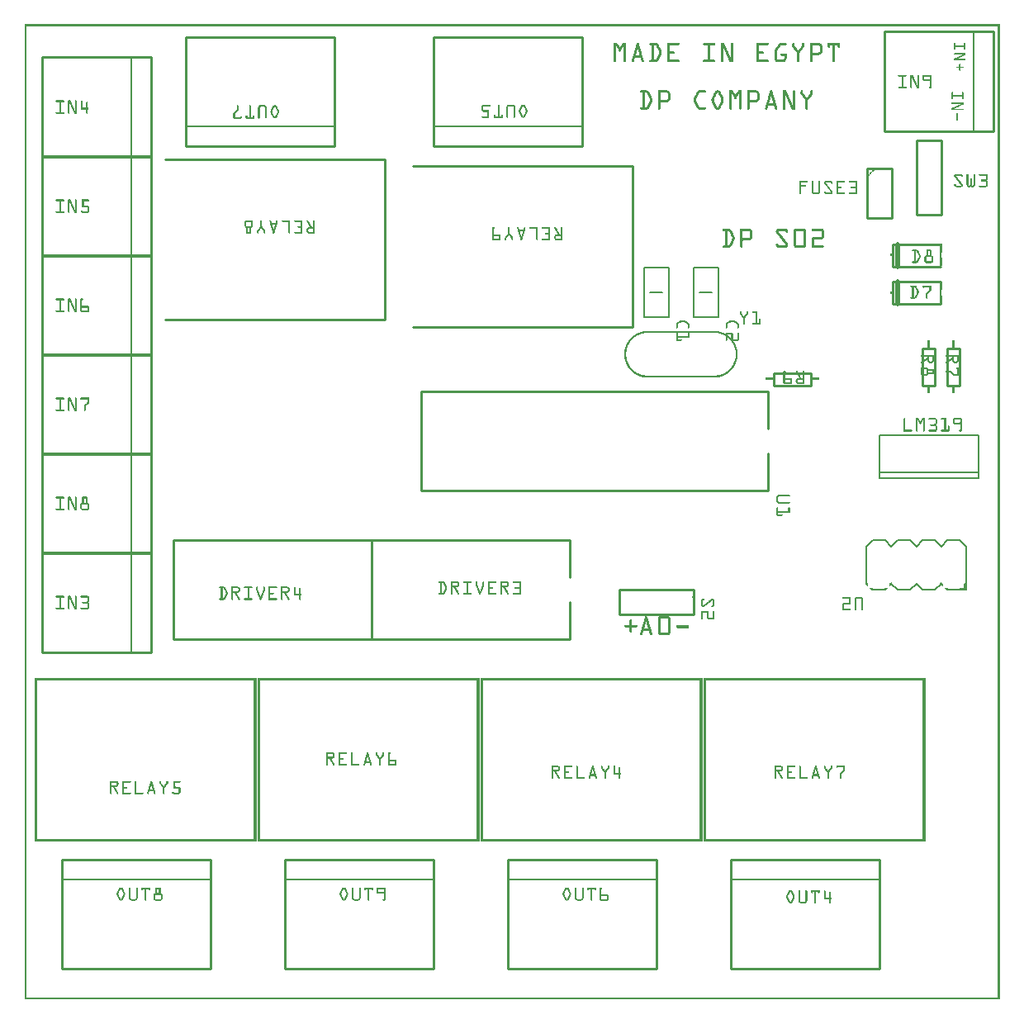
<source format=gto>
G04 MADE WITH FRITZING*
G04 WWW.FRITZING.ORG*
G04 DOUBLE SIDED*
G04 HOLES PLATED*
G04 CONTOUR ON CENTER OF CONTOUR VECTOR*
%ASAXBY*%
%FSLAX23Y23*%
%MOIN*%
%OFA0B0*%
%SFA1.0B1.0*%
%ADD10C,0.010000*%
%ADD11C,0.005000*%
%ADD12C,0.008051*%
%ADD13C,0.008000*%
%ADD14C,0.020000*%
%ADD15C,0.011102*%
%ADD16R,0.001000X0.001000*%
%LNSILK1*%
G90*
G70*
G54D10*
X70Y2205D02*
X70Y1801D01*
D02*
X70Y1801D02*
X510Y1801D01*
D02*
X510Y1801D02*
X510Y2205D01*
D02*
X510Y2205D02*
X70Y2205D01*
G54D11*
D02*
X430Y1801D02*
X430Y2205D01*
G54D10*
D02*
X70Y2605D02*
X70Y2201D01*
D02*
X70Y2201D02*
X510Y2201D01*
D02*
X510Y2201D02*
X510Y2605D01*
D02*
X510Y2605D02*
X70Y2605D01*
G54D11*
D02*
X430Y2201D02*
X430Y2605D01*
G54D10*
D02*
X70Y3005D02*
X70Y2601D01*
D02*
X70Y2601D02*
X510Y2601D01*
D02*
X510Y2601D02*
X510Y3005D01*
D02*
X510Y3005D02*
X70Y3005D01*
G54D11*
D02*
X430Y2601D02*
X430Y3005D01*
G54D10*
D02*
X70Y3405D02*
X70Y3001D01*
D02*
X70Y3001D02*
X510Y3001D01*
D02*
X510Y3001D02*
X510Y3405D01*
D02*
X510Y3405D02*
X70Y3405D01*
G54D11*
D02*
X430Y3001D02*
X430Y3405D01*
G54D10*
D02*
X70Y3805D02*
X70Y3401D01*
D02*
X70Y3401D02*
X510Y3401D01*
D02*
X510Y3401D02*
X510Y3805D01*
D02*
X510Y3805D02*
X70Y3805D01*
G54D11*
D02*
X430Y3401D02*
X430Y3805D01*
G54D10*
D02*
X70Y1805D02*
X70Y1401D01*
D02*
X70Y1401D02*
X510Y1401D01*
D02*
X510Y1401D02*
X510Y1805D01*
D02*
X510Y1805D02*
X70Y1805D01*
G54D11*
D02*
X430Y1401D02*
X430Y1805D01*
G54D10*
D02*
X3000Y2455D02*
X1600Y2455D01*
D02*
X1600Y2455D02*
X1600Y2055D01*
D02*
X1600Y2055D02*
X3000Y2055D01*
D02*
X3000Y2455D02*
X3000Y2305D01*
D02*
X3000Y2205D02*
X3000Y2055D01*
D02*
X2200Y1855D02*
X1400Y1855D01*
D02*
X1400Y1855D02*
X1400Y1455D01*
D02*
X1400Y1455D02*
X2200Y1455D01*
D02*
X2200Y1855D02*
X2200Y1705D01*
D02*
X2200Y1605D02*
X2200Y1455D01*
D02*
X1400Y1855D02*
X600Y1855D01*
D02*
X600Y1855D02*
X600Y1455D01*
D02*
X600Y1455D02*
X1400Y1455D01*
D02*
X1400Y1855D02*
X1400Y1705D01*
D02*
X1400Y1605D02*
X1400Y1455D01*
G54D12*
D02*
X3801Y1830D02*
X3776Y1855D01*
D02*
X3725Y1855D02*
X3700Y1830D01*
D02*
X3700Y1830D02*
X3675Y1855D01*
D02*
X3625Y1855D02*
X3600Y1830D01*
D02*
X3600Y1830D02*
X3575Y1855D01*
D02*
X3524Y1855D02*
X3499Y1830D01*
D02*
X3801Y1830D02*
X3801Y1680D01*
D02*
X3776Y1655D02*
X3725Y1655D01*
D02*
X3700Y1680D02*
X3675Y1655D01*
D02*
X3675Y1655D02*
X3625Y1655D01*
D02*
X3625Y1655D02*
X3600Y1680D01*
D02*
X3600Y1680D02*
X3575Y1655D01*
D02*
X3575Y1655D02*
X3524Y1655D01*
D02*
X3524Y1655D02*
X3499Y1680D01*
D02*
X3575Y1855D02*
X3524Y1855D01*
D02*
X3675Y1855D02*
X3625Y1855D01*
D02*
X3776Y1855D02*
X3725Y1855D01*
D02*
X3424Y1855D02*
X3398Y1830D01*
D02*
X3474Y1655D02*
X3424Y1655D01*
D02*
X3398Y1680D02*
X3398Y1830D01*
D02*
X3474Y1855D02*
X3424Y1855D01*
D02*
X3499Y1830D02*
X3474Y1855D01*
G54D10*
D02*
X2850Y125D02*
X3450Y125D01*
D02*
X3450Y125D02*
X3450Y565D01*
D02*
X3450Y565D02*
X2850Y565D01*
D02*
X2850Y565D02*
X2850Y125D01*
G54D11*
D02*
X3450Y485D02*
X2850Y485D01*
G54D10*
D02*
X2250Y3885D02*
X1650Y3885D01*
D02*
X1650Y3885D02*
X1650Y3445D01*
D02*
X1650Y3445D02*
X2250Y3445D01*
D02*
X2250Y3445D02*
X2250Y3885D01*
G54D11*
D02*
X1650Y3525D02*
X2250Y3525D01*
G54D10*
D02*
X1050Y125D02*
X1650Y125D01*
D02*
X1650Y125D02*
X1650Y565D01*
D02*
X1650Y565D02*
X1050Y565D01*
D02*
X1050Y565D02*
X1050Y125D01*
G54D11*
D02*
X1650Y485D02*
X1050Y485D01*
G54D10*
D02*
X150Y125D02*
X750Y125D01*
D02*
X750Y125D02*
X750Y565D01*
D02*
X750Y565D02*
X150Y565D01*
D02*
X150Y565D02*
X150Y125D01*
G54D11*
D02*
X750Y485D02*
X150Y485D01*
G54D10*
D02*
X1250Y3885D02*
X650Y3885D01*
D02*
X650Y3885D02*
X650Y3445D01*
D02*
X650Y3445D02*
X1250Y3445D01*
D02*
X1250Y3445D02*
X1250Y3885D01*
G54D11*
D02*
X650Y3525D02*
X1250Y3525D01*
G54D10*
D02*
X1950Y125D02*
X2550Y125D01*
D02*
X2550Y125D02*
X2550Y565D01*
D02*
X2550Y565D02*
X1950Y565D01*
D02*
X1950Y565D02*
X1950Y125D01*
G54D11*
D02*
X2550Y485D02*
X1950Y485D01*
G54D10*
D02*
X3470Y3908D02*
X3470Y3505D01*
D02*
X3470Y3505D02*
X3910Y3505D01*
D02*
X3910Y3505D02*
X3910Y3908D01*
D02*
X3910Y3908D02*
X3470Y3908D01*
G54D11*
D02*
X3830Y3505D02*
X3830Y3908D01*
G54D13*
D02*
X3450Y2280D02*
X3850Y2280D01*
D02*
X3850Y2280D02*
X3850Y2130D01*
D02*
X3850Y2130D02*
X3850Y2105D01*
D02*
X3850Y2105D02*
X3450Y2105D01*
D02*
X3450Y2105D02*
X3450Y2130D01*
D02*
X3450Y2130D02*
X3450Y2280D01*
D02*
X3450Y2130D02*
X3850Y2130D01*
G54D10*
D02*
X3775Y2630D02*
X3775Y2480D01*
D02*
X3775Y2480D02*
X3725Y2480D01*
D02*
X3725Y2480D02*
X3725Y2630D01*
D02*
X3725Y2630D02*
X3775Y2630D01*
D02*
X3675Y2630D02*
X3675Y2480D01*
D02*
X3675Y2480D02*
X3625Y2480D01*
D02*
X3625Y2480D02*
X3625Y2630D01*
D02*
X3625Y2630D02*
X3675Y2630D01*
D02*
X3504Y2898D02*
X3699Y2898D01*
D02*
X3699Y2808D02*
X3504Y2808D01*
D02*
X3504Y2808D02*
X3504Y2898D01*
G54D14*
D02*
X3524Y2808D02*
X3524Y2898D01*
G54D10*
D02*
X3504Y3050D02*
X3699Y3050D01*
D02*
X3699Y2960D02*
X3504Y2960D01*
D02*
X3504Y2960D02*
X3504Y3050D01*
G54D14*
D02*
X3524Y2960D02*
X3524Y3050D01*
G54D10*
D02*
X3600Y3470D02*
X3600Y3170D01*
D02*
X3600Y3170D02*
X3700Y3170D01*
D02*
X3700Y3170D02*
X3700Y3470D01*
D02*
X3700Y3470D02*
X3600Y3470D01*
D02*
X3400Y3355D02*
X3400Y3155D01*
D02*
X3400Y3155D02*
X3500Y3155D01*
D02*
X3500Y3155D02*
X3500Y3355D01*
D02*
X3500Y3355D02*
X3400Y3355D01*
G54D13*
D02*
X2515Y2515D02*
X2785Y2515D01*
D02*
X2785Y2695D02*
X2515Y2695D01*
D02*
X2775Y2855D02*
X2725Y2855D01*
D02*
X2800Y2955D02*
X2800Y2755D01*
D02*
X2800Y2755D02*
X2700Y2755D01*
D02*
X2700Y2755D02*
X2700Y2955D01*
D02*
X2700Y2955D02*
X2800Y2955D01*
D02*
X2575Y2855D02*
X2525Y2855D01*
D02*
X2600Y2955D02*
X2600Y2755D01*
D02*
X2600Y2755D02*
X2500Y2755D01*
D02*
X2500Y2755D02*
X2500Y2955D01*
D02*
X2500Y2955D02*
X2600Y2955D01*
G54D10*
D02*
X3176Y2480D02*
X3026Y2480D01*
D02*
X3026Y2480D02*
X3026Y2530D01*
D02*
X3026Y2530D02*
X3176Y2530D01*
D02*
X3176Y2530D02*
X3176Y2480D01*
D02*
X2700Y1655D02*
X2400Y1655D01*
D02*
X2400Y1655D02*
X2400Y1555D01*
D02*
X2400Y1555D02*
X2700Y1555D01*
D02*
X2700Y1555D02*
X2700Y1655D01*
G54D15*
X1568Y2717D02*
X2453Y2717D01*
X2453Y3366D01*
X1568Y3366D01*
D02*
X568Y2744D02*
X1453Y2744D01*
X1453Y3393D01*
X568Y3393D01*
D02*
G54D16*
X0Y3937D02*
X3936Y3937D01*
X0Y3936D02*
X3936Y3936D01*
X0Y3935D02*
X3936Y3935D01*
X0Y3934D02*
X3936Y3934D01*
X0Y3933D02*
X3936Y3933D01*
X0Y3932D02*
X3936Y3932D01*
X0Y3931D02*
X3936Y3931D01*
X0Y3930D02*
X3936Y3930D01*
X0Y3929D02*
X7Y3929D01*
X3929Y3929D02*
X3936Y3929D01*
X0Y3928D02*
X7Y3928D01*
X3929Y3928D02*
X3936Y3928D01*
X0Y3927D02*
X7Y3927D01*
X3929Y3927D02*
X3936Y3927D01*
X0Y3926D02*
X7Y3926D01*
X3929Y3926D02*
X3936Y3926D01*
X0Y3925D02*
X7Y3925D01*
X3929Y3925D02*
X3936Y3925D01*
X0Y3924D02*
X7Y3924D01*
X3929Y3924D02*
X3936Y3924D01*
X0Y3923D02*
X7Y3923D01*
X3929Y3923D02*
X3936Y3923D01*
X0Y3922D02*
X7Y3922D01*
X3929Y3922D02*
X3936Y3922D01*
X0Y3921D02*
X7Y3921D01*
X3929Y3921D02*
X3936Y3921D01*
X0Y3920D02*
X7Y3920D01*
X3929Y3920D02*
X3936Y3920D01*
X0Y3919D02*
X7Y3919D01*
X3929Y3919D02*
X3936Y3919D01*
X0Y3918D02*
X7Y3918D01*
X3929Y3918D02*
X3936Y3918D01*
X0Y3917D02*
X7Y3917D01*
X3929Y3917D02*
X3936Y3917D01*
X0Y3916D02*
X7Y3916D01*
X3929Y3916D02*
X3936Y3916D01*
X0Y3915D02*
X7Y3915D01*
X3929Y3915D02*
X3936Y3915D01*
X0Y3914D02*
X7Y3914D01*
X3929Y3914D02*
X3936Y3914D01*
X0Y3913D02*
X7Y3913D01*
X3929Y3913D02*
X3936Y3913D01*
X0Y3912D02*
X7Y3912D01*
X3929Y3912D02*
X3936Y3912D01*
X0Y3911D02*
X7Y3911D01*
X3929Y3911D02*
X3936Y3911D01*
X0Y3910D02*
X7Y3910D01*
X3929Y3910D02*
X3936Y3910D01*
X0Y3909D02*
X7Y3909D01*
X3929Y3909D02*
X3936Y3909D01*
X0Y3908D02*
X7Y3908D01*
X3929Y3908D02*
X3936Y3908D01*
X0Y3907D02*
X7Y3907D01*
X3929Y3907D02*
X3936Y3907D01*
X0Y3906D02*
X7Y3906D01*
X3929Y3906D02*
X3936Y3906D01*
X0Y3905D02*
X7Y3905D01*
X3929Y3905D02*
X3936Y3905D01*
X0Y3904D02*
X7Y3904D01*
X3929Y3904D02*
X3936Y3904D01*
X0Y3903D02*
X7Y3903D01*
X3929Y3903D02*
X3936Y3903D01*
X0Y3902D02*
X7Y3902D01*
X3929Y3902D02*
X3936Y3902D01*
X0Y3901D02*
X7Y3901D01*
X3929Y3901D02*
X3936Y3901D01*
X0Y3900D02*
X7Y3900D01*
X3929Y3900D02*
X3936Y3900D01*
X0Y3899D02*
X7Y3899D01*
X3929Y3899D02*
X3936Y3899D01*
X0Y3898D02*
X7Y3898D01*
X3929Y3898D02*
X3936Y3898D01*
X0Y3897D02*
X7Y3897D01*
X3929Y3897D02*
X3936Y3897D01*
X0Y3896D02*
X7Y3896D01*
X3929Y3896D02*
X3936Y3896D01*
X0Y3895D02*
X7Y3895D01*
X3929Y3895D02*
X3936Y3895D01*
X0Y3894D02*
X7Y3894D01*
X3929Y3894D02*
X3936Y3894D01*
X0Y3893D02*
X7Y3893D01*
X3929Y3893D02*
X3936Y3893D01*
X0Y3892D02*
X7Y3892D01*
X3929Y3892D02*
X3936Y3892D01*
X0Y3891D02*
X7Y3891D01*
X3929Y3891D02*
X3936Y3891D01*
X0Y3890D02*
X7Y3890D01*
X3929Y3890D02*
X3936Y3890D01*
X0Y3889D02*
X7Y3889D01*
X3929Y3889D02*
X3936Y3889D01*
X0Y3888D02*
X7Y3888D01*
X3929Y3888D02*
X3936Y3888D01*
X0Y3887D02*
X7Y3887D01*
X3929Y3887D02*
X3936Y3887D01*
X0Y3886D02*
X7Y3886D01*
X3929Y3886D02*
X3936Y3886D01*
X0Y3885D02*
X7Y3885D01*
X3929Y3885D02*
X3936Y3885D01*
X0Y3884D02*
X7Y3884D01*
X3929Y3884D02*
X3936Y3884D01*
X0Y3883D02*
X7Y3883D01*
X3929Y3883D02*
X3936Y3883D01*
X0Y3882D02*
X7Y3882D01*
X3929Y3882D02*
X3936Y3882D01*
X0Y3881D02*
X7Y3881D01*
X3929Y3881D02*
X3936Y3881D01*
X0Y3880D02*
X7Y3880D01*
X3929Y3880D02*
X3936Y3880D01*
X0Y3879D02*
X7Y3879D01*
X3929Y3879D02*
X3936Y3879D01*
X0Y3878D02*
X7Y3878D01*
X3929Y3878D02*
X3936Y3878D01*
X0Y3877D02*
X7Y3877D01*
X3929Y3877D02*
X3936Y3877D01*
X0Y3876D02*
X7Y3876D01*
X3929Y3876D02*
X3936Y3876D01*
X0Y3875D02*
X7Y3875D01*
X3929Y3875D02*
X3936Y3875D01*
X0Y3874D02*
X7Y3874D01*
X3929Y3874D02*
X3936Y3874D01*
X0Y3873D02*
X7Y3873D01*
X3929Y3873D02*
X3936Y3873D01*
X0Y3872D02*
X7Y3872D01*
X3929Y3872D02*
X3936Y3872D01*
X0Y3871D02*
X7Y3871D01*
X3929Y3871D02*
X3936Y3871D01*
X0Y3870D02*
X7Y3870D01*
X3929Y3870D02*
X3936Y3870D01*
X0Y3869D02*
X7Y3869D01*
X3929Y3869D02*
X3936Y3869D01*
X0Y3868D02*
X7Y3868D01*
X3929Y3868D02*
X3936Y3868D01*
X0Y3867D02*
X7Y3867D01*
X3929Y3867D02*
X3936Y3867D01*
X0Y3866D02*
X7Y3866D01*
X3929Y3866D02*
X3936Y3866D01*
X0Y3865D02*
X7Y3865D01*
X3929Y3865D02*
X3936Y3865D01*
X0Y3864D02*
X7Y3864D01*
X3929Y3864D02*
X3936Y3864D01*
X0Y3863D02*
X7Y3863D01*
X3754Y3863D02*
X3757Y3863D01*
X3794Y3863D02*
X3798Y3863D01*
X3929Y3863D02*
X3936Y3863D01*
X0Y3862D02*
X7Y3862D01*
X2379Y3862D02*
X2390Y3862D01*
X2416Y3862D02*
X2427Y3862D01*
X2475Y3862D02*
X2475Y3862D01*
X2527Y3862D02*
X2547Y3862D01*
X2595Y3862D02*
X2639Y3862D01*
X2743Y3862D02*
X2783Y3862D01*
X2811Y3862D02*
X2823Y3862D01*
X2855Y3862D02*
X2855Y3862D01*
X2955Y3862D02*
X2999Y3862D01*
X3056Y3862D02*
X3071Y3862D01*
X3103Y3862D02*
X3103Y3862D01*
X3143Y3862D02*
X3143Y3862D01*
X3171Y3862D02*
X3206Y3862D01*
X3243Y3862D02*
X3291Y3862D01*
X3753Y3862D02*
X3758Y3862D01*
X3794Y3862D02*
X3798Y3862D01*
X3929Y3862D02*
X3936Y3862D01*
X0Y3861D02*
X7Y3861D01*
X2379Y3861D02*
X2391Y3861D01*
X2415Y3861D02*
X2428Y3861D01*
X2473Y3861D02*
X2478Y3861D01*
X2525Y3861D02*
X2551Y3861D01*
X2595Y3861D02*
X2642Y3861D01*
X2741Y3861D02*
X2786Y3861D01*
X2811Y3861D02*
X2824Y3861D01*
X2853Y3861D02*
X2858Y3861D01*
X2955Y3861D02*
X3002Y3861D01*
X3051Y3861D02*
X3074Y3861D01*
X3101Y3861D02*
X3106Y3861D01*
X3140Y3861D02*
X3146Y3861D01*
X3171Y3861D02*
X3210Y3861D01*
X3243Y3861D02*
X3292Y3861D01*
X3753Y3861D02*
X3758Y3861D01*
X3793Y3861D02*
X3798Y3861D01*
X3929Y3861D02*
X3936Y3861D01*
X0Y3860D02*
X7Y3860D01*
X2379Y3860D02*
X2392Y3860D01*
X2414Y3860D02*
X2428Y3860D01*
X2472Y3860D02*
X2479Y3860D01*
X2524Y3860D02*
X2553Y3860D01*
X2595Y3860D02*
X2643Y3860D01*
X2740Y3860D02*
X2787Y3860D01*
X2811Y3860D02*
X2824Y3860D01*
X2852Y3860D02*
X2859Y3860D01*
X2955Y3860D02*
X3003Y3860D01*
X3049Y3860D02*
X3075Y3860D01*
X3100Y3860D02*
X3107Y3860D01*
X3139Y3860D02*
X3147Y3860D01*
X3171Y3860D02*
X3212Y3860D01*
X3243Y3860D02*
X3292Y3860D01*
X3753Y3860D02*
X3758Y3860D01*
X3793Y3860D02*
X3798Y3860D01*
X3929Y3860D02*
X3936Y3860D01*
X0Y3859D02*
X7Y3859D01*
X2379Y3859D02*
X2393Y3859D01*
X2414Y3859D02*
X2428Y3859D01*
X2471Y3859D02*
X2479Y3859D01*
X2523Y3859D02*
X2554Y3859D01*
X2595Y3859D02*
X2643Y3859D01*
X2739Y3859D02*
X2787Y3859D01*
X2811Y3859D02*
X2824Y3859D01*
X2851Y3859D02*
X2859Y3859D01*
X2955Y3859D02*
X3003Y3859D01*
X3047Y3859D02*
X3075Y3859D01*
X3099Y3859D02*
X3107Y3859D01*
X3139Y3859D02*
X3147Y3859D01*
X3171Y3859D02*
X3213Y3859D01*
X3243Y3859D02*
X3292Y3859D01*
X3753Y3859D02*
X3758Y3859D01*
X3793Y3859D02*
X3798Y3859D01*
X3929Y3859D02*
X3936Y3859D01*
X0Y3858D02*
X7Y3858D01*
X2379Y3858D02*
X2393Y3858D01*
X2413Y3858D02*
X2428Y3858D01*
X2471Y3858D02*
X2480Y3858D01*
X2523Y3858D02*
X2555Y3858D01*
X2595Y3858D02*
X2643Y3858D01*
X2739Y3858D02*
X2787Y3858D01*
X2811Y3858D02*
X2825Y3858D01*
X2851Y3858D02*
X2859Y3858D01*
X2955Y3858D02*
X3003Y3858D01*
X3046Y3858D02*
X3075Y3858D01*
X3099Y3858D02*
X3108Y3858D01*
X3139Y3858D02*
X3147Y3858D01*
X3171Y3858D02*
X3215Y3858D01*
X3243Y3858D02*
X3292Y3858D01*
X3753Y3858D02*
X3758Y3858D01*
X3793Y3858D02*
X3798Y3858D01*
X3929Y3858D02*
X3936Y3858D01*
X0Y3857D02*
X7Y3857D01*
X2379Y3857D02*
X2394Y3857D01*
X2412Y3857D02*
X2428Y3857D01*
X2470Y3857D02*
X2480Y3857D01*
X2523Y3857D02*
X2557Y3857D01*
X2595Y3857D02*
X2644Y3857D01*
X2739Y3857D02*
X2788Y3857D01*
X2811Y3857D02*
X2825Y3857D01*
X2851Y3857D02*
X2860Y3857D01*
X2955Y3857D02*
X3004Y3857D01*
X3045Y3857D02*
X3076Y3857D01*
X3099Y3857D02*
X3108Y3857D01*
X3138Y3857D02*
X3148Y3857D01*
X3171Y3857D02*
X3216Y3857D01*
X3243Y3857D02*
X3292Y3857D01*
X3753Y3857D02*
X3758Y3857D01*
X3793Y3857D02*
X3798Y3857D01*
X3929Y3857D02*
X3936Y3857D01*
X0Y3856D02*
X7Y3856D01*
X2379Y3856D02*
X2395Y3856D01*
X2412Y3856D02*
X2428Y3856D01*
X2470Y3856D02*
X2480Y3856D01*
X2523Y3856D02*
X2557Y3856D01*
X2595Y3856D02*
X2643Y3856D01*
X2739Y3856D02*
X2787Y3856D01*
X2811Y3856D02*
X2826Y3856D01*
X2851Y3856D02*
X2860Y3856D01*
X2955Y3856D02*
X3003Y3856D01*
X3044Y3856D02*
X3075Y3856D01*
X3099Y3856D02*
X3108Y3856D01*
X3138Y3856D02*
X3148Y3856D01*
X3171Y3856D02*
X3217Y3856D01*
X3243Y3856D02*
X3292Y3856D01*
X3753Y3856D02*
X3758Y3856D01*
X3793Y3856D02*
X3798Y3856D01*
X3929Y3856D02*
X3936Y3856D01*
X0Y3855D02*
X7Y3855D01*
X2379Y3855D02*
X2395Y3855D01*
X2411Y3855D02*
X2428Y3855D01*
X2470Y3855D02*
X2481Y3855D01*
X2523Y3855D02*
X2558Y3855D01*
X2595Y3855D02*
X2643Y3855D01*
X2739Y3855D02*
X2787Y3855D01*
X2811Y3855D02*
X2826Y3855D01*
X2851Y3855D02*
X2860Y3855D01*
X2955Y3855D02*
X3003Y3855D01*
X3044Y3855D02*
X3075Y3855D01*
X3099Y3855D02*
X3108Y3855D01*
X3138Y3855D02*
X3148Y3855D01*
X3171Y3855D02*
X3217Y3855D01*
X3243Y3855D02*
X3292Y3855D01*
X3753Y3855D02*
X3758Y3855D01*
X3793Y3855D02*
X3798Y3855D01*
X3929Y3855D02*
X3936Y3855D01*
X0Y3854D02*
X7Y3854D01*
X2379Y3854D02*
X2396Y3854D01*
X2410Y3854D02*
X2428Y3854D01*
X2469Y3854D02*
X2481Y3854D01*
X2524Y3854D02*
X2559Y3854D01*
X2595Y3854D02*
X2642Y3854D01*
X2740Y3854D02*
X2786Y3854D01*
X2811Y3854D02*
X2827Y3854D01*
X2851Y3854D02*
X2860Y3854D01*
X2955Y3854D02*
X3002Y3854D01*
X3043Y3854D02*
X3074Y3854D01*
X3099Y3854D02*
X3108Y3854D01*
X3138Y3854D02*
X3148Y3854D01*
X3171Y3854D02*
X3218Y3854D01*
X3243Y3854D02*
X3292Y3854D01*
X3753Y3854D02*
X3758Y3854D01*
X3793Y3854D02*
X3798Y3854D01*
X3929Y3854D02*
X3936Y3854D01*
X0Y3853D02*
X7Y3853D01*
X2379Y3853D02*
X2397Y3853D01*
X2410Y3853D02*
X2428Y3853D01*
X2469Y3853D02*
X2481Y3853D01*
X2525Y3853D02*
X2559Y3853D01*
X2595Y3853D02*
X2641Y3853D01*
X2741Y3853D02*
X2785Y3853D01*
X2811Y3853D02*
X2827Y3853D01*
X2851Y3853D02*
X2860Y3853D01*
X2955Y3853D02*
X3001Y3853D01*
X3042Y3853D02*
X3073Y3853D01*
X3099Y3853D02*
X3108Y3853D01*
X3138Y3853D02*
X3148Y3853D01*
X3171Y3853D02*
X3218Y3853D01*
X3243Y3853D02*
X3292Y3853D01*
X3753Y3853D02*
X3758Y3853D01*
X3793Y3853D02*
X3798Y3853D01*
X3929Y3853D02*
X3936Y3853D01*
X0Y3852D02*
X7Y3852D01*
X2379Y3852D02*
X2398Y3852D01*
X2409Y3852D02*
X2428Y3852D01*
X2469Y3852D02*
X2481Y3852D01*
X2528Y3852D02*
X2560Y3852D01*
X2595Y3852D02*
X2638Y3852D01*
X2744Y3852D02*
X2782Y3852D01*
X2811Y3852D02*
X2828Y3852D01*
X2851Y3852D02*
X2860Y3852D01*
X2955Y3852D02*
X2998Y3852D01*
X3041Y3852D02*
X3070Y3852D01*
X3099Y3852D02*
X3108Y3852D01*
X3138Y3852D02*
X3148Y3852D01*
X3171Y3852D02*
X3219Y3852D01*
X3243Y3852D02*
X3292Y3852D01*
X3753Y3852D02*
X3798Y3852D01*
X3929Y3852D02*
X3936Y3852D01*
X0Y3851D02*
X7Y3851D01*
X2379Y3851D02*
X2398Y3851D01*
X2408Y3851D02*
X2428Y3851D01*
X2469Y3851D02*
X2482Y3851D01*
X2533Y3851D02*
X2542Y3851D01*
X2549Y3851D02*
X2560Y3851D01*
X2595Y3851D02*
X2604Y3851D01*
X2759Y3851D02*
X2768Y3851D01*
X2811Y3851D02*
X2828Y3851D01*
X2851Y3851D02*
X2860Y3851D01*
X2955Y3851D02*
X2964Y3851D01*
X3041Y3851D02*
X3053Y3851D01*
X3099Y3851D02*
X3108Y3851D01*
X3138Y3851D02*
X3148Y3851D01*
X3171Y3851D02*
X3180Y3851D01*
X3208Y3851D02*
X3219Y3851D01*
X3243Y3851D02*
X3252Y3851D01*
X3263Y3851D02*
X3272Y3851D01*
X3283Y3851D02*
X3292Y3851D01*
X3753Y3851D02*
X3798Y3851D01*
X3929Y3851D02*
X3936Y3851D01*
X0Y3850D02*
X7Y3850D01*
X2379Y3850D02*
X2399Y3850D01*
X2407Y3850D02*
X2428Y3850D01*
X2468Y3850D02*
X2482Y3850D01*
X2533Y3850D02*
X2542Y3850D01*
X2550Y3850D02*
X2561Y3850D01*
X2595Y3850D02*
X2604Y3850D01*
X2759Y3850D02*
X2768Y3850D01*
X2811Y3850D02*
X2828Y3850D01*
X2851Y3850D02*
X2860Y3850D01*
X2955Y3850D02*
X2964Y3850D01*
X3040Y3850D02*
X3052Y3850D01*
X3099Y3850D02*
X3108Y3850D01*
X3138Y3850D02*
X3148Y3850D01*
X3171Y3850D02*
X3180Y3850D01*
X3209Y3850D02*
X3219Y3850D01*
X3243Y3850D02*
X3252Y3850D01*
X3263Y3850D02*
X3272Y3850D01*
X3283Y3850D02*
X3292Y3850D01*
X3753Y3850D02*
X3798Y3850D01*
X3929Y3850D02*
X3936Y3850D01*
X0Y3849D02*
X7Y3849D01*
X2379Y3849D02*
X2400Y3849D01*
X2407Y3849D02*
X2428Y3849D01*
X2468Y3849D02*
X2482Y3849D01*
X2533Y3849D02*
X2542Y3849D01*
X2551Y3849D02*
X2561Y3849D01*
X2595Y3849D02*
X2604Y3849D01*
X2759Y3849D02*
X2768Y3849D01*
X2811Y3849D02*
X2829Y3849D01*
X2851Y3849D02*
X2860Y3849D01*
X2955Y3849D02*
X2964Y3849D01*
X3039Y3849D02*
X3051Y3849D01*
X3099Y3849D02*
X3109Y3849D01*
X3137Y3849D02*
X3148Y3849D01*
X3171Y3849D02*
X3180Y3849D01*
X3210Y3849D02*
X3219Y3849D01*
X3243Y3849D02*
X3252Y3849D01*
X3263Y3849D02*
X3272Y3849D01*
X3283Y3849D02*
X3292Y3849D01*
X3753Y3849D02*
X3798Y3849D01*
X3929Y3849D02*
X3936Y3849D01*
X0Y3848D02*
X7Y3848D01*
X2379Y3848D02*
X2400Y3848D01*
X2406Y3848D02*
X2428Y3848D01*
X2468Y3848D02*
X2483Y3848D01*
X2533Y3848D02*
X2542Y3848D01*
X2551Y3848D02*
X2562Y3848D01*
X2595Y3848D02*
X2604Y3848D01*
X2759Y3848D02*
X2768Y3848D01*
X2811Y3848D02*
X2829Y3848D01*
X2851Y3848D02*
X2860Y3848D01*
X2955Y3848D02*
X2964Y3848D01*
X3038Y3848D02*
X3050Y3848D01*
X3099Y3848D02*
X3110Y3848D01*
X3137Y3848D02*
X3148Y3848D01*
X3171Y3848D02*
X3180Y3848D01*
X3210Y3848D02*
X3220Y3848D01*
X3243Y3848D02*
X3252Y3848D01*
X3263Y3848D02*
X3272Y3848D01*
X3283Y3848D02*
X3291Y3848D01*
X3753Y3848D02*
X3798Y3848D01*
X3929Y3848D02*
X3936Y3848D01*
X0Y3847D02*
X7Y3847D01*
X2379Y3847D02*
X2388Y3847D01*
X2390Y3847D02*
X2401Y3847D01*
X2405Y3847D02*
X2417Y3847D01*
X2419Y3847D02*
X2428Y3847D01*
X2467Y3847D02*
X2483Y3847D01*
X2533Y3847D02*
X2542Y3847D01*
X2552Y3847D02*
X2562Y3847D01*
X2595Y3847D02*
X2604Y3847D01*
X2759Y3847D02*
X2768Y3847D01*
X2811Y3847D02*
X2830Y3847D01*
X2851Y3847D02*
X2860Y3847D01*
X2955Y3847D02*
X2964Y3847D01*
X3037Y3847D02*
X3049Y3847D01*
X3099Y3847D02*
X3110Y3847D01*
X3136Y3847D02*
X3148Y3847D01*
X3171Y3847D02*
X3180Y3847D01*
X3210Y3847D02*
X3220Y3847D01*
X3243Y3847D02*
X3252Y3847D01*
X3263Y3847D02*
X3272Y3847D01*
X3283Y3847D02*
X3291Y3847D01*
X3753Y3847D02*
X3798Y3847D01*
X3929Y3847D02*
X3936Y3847D01*
X0Y3846D02*
X7Y3846D01*
X2379Y3846D02*
X2388Y3846D01*
X2390Y3846D02*
X2402Y3846D01*
X2405Y3846D02*
X2416Y3846D01*
X2419Y3846D02*
X2428Y3846D01*
X2467Y3846D02*
X2483Y3846D01*
X2533Y3846D02*
X2542Y3846D01*
X2552Y3846D02*
X2563Y3846D01*
X2595Y3846D02*
X2604Y3846D01*
X2759Y3846D02*
X2768Y3846D01*
X2811Y3846D02*
X2830Y3846D01*
X2851Y3846D02*
X2860Y3846D01*
X2955Y3846D02*
X2964Y3846D01*
X3037Y3846D02*
X3048Y3846D01*
X3099Y3846D02*
X3111Y3846D01*
X3135Y3846D02*
X3147Y3846D01*
X3171Y3846D02*
X3180Y3846D01*
X3211Y3846D02*
X3220Y3846D01*
X3244Y3846D02*
X3251Y3846D01*
X3263Y3846D02*
X3272Y3846D01*
X3283Y3846D02*
X3291Y3846D01*
X3753Y3846D02*
X3758Y3846D01*
X3793Y3846D02*
X3798Y3846D01*
X3929Y3846D02*
X3936Y3846D01*
X0Y3845D02*
X7Y3845D01*
X2379Y3845D02*
X2388Y3845D01*
X2391Y3845D02*
X2415Y3845D01*
X2419Y3845D02*
X2428Y3845D01*
X2467Y3845D02*
X2483Y3845D01*
X2533Y3845D02*
X2542Y3845D01*
X2553Y3845D02*
X2563Y3845D01*
X2595Y3845D02*
X2604Y3845D01*
X2759Y3845D02*
X2768Y3845D01*
X2811Y3845D02*
X2831Y3845D01*
X2851Y3845D02*
X2860Y3845D01*
X2955Y3845D02*
X2964Y3845D01*
X3036Y3845D02*
X3048Y3845D01*
X3100Y3845D02*
X3112Y3845D01*
X3134Y3845D02*
X3146Y3845D01*
X3171Y3845D02*
X3180Y3845D01*
X3211Y3845D02*
X3220Y3845D01*
X3244Y3845D02*
X3250Y3845D01*
X3263Y3845D02*
X3272Y3845D01*
X3284Y3845D02*
X3290Y3845D01*
X3753Y3845D02*
X3758Y3845D01*
X3793Y3845D02*
X3798Y3845D01*
X3929Y3845D02*
X3936Y3845D01*
X0Y3844D02*
X7Y3844D01*
X2379Y3844D02*
X2388Y3844D01*
X2392Y3844D02*
X2415Y3844D01*
X2419Y3844D02*
X2428Y3844D01*
X2467Y3844D02*
X2484Y3844D01*
X2533Y3844D02*
X2542Y3844D01*
X2553Y3844D02*
X2564Y3844D01*
X2595Y3844D02*
X2604Y3844D01*
X2759Y3844D02*
X2768Y3844D01*
X2811Y3844D02*
X2831Y3844D01*
X2851Y3844D02*
X2860Y3844D01*
X2955Y3844D02*
X2964Y3844D01*
X3035Y3844D02*
X3047Y3844D01*
X3101Y3844D02*
X3113Y3844D01*
X3134Y3844D02*
X3145Y3844D01*
X3171Y3844D02*
X3180Y3844D01*
X3211Y3844D02*
X3220Y3844D01*
X3246Y3844D02*
X3249Y3844D01*
X3263Y3844D02*
X3272Y3844D01*
X3285Y3844D02*
X3289Y3844D01*
X3753Y3844D02*
X3758Y3844D01*
X3793Y3844D02*
X3798Y3844D01*
X3929Y3844D02*
X3936Y3844D01*
X0Y3843D02*
X7Y3843D01*
X2379Y3843D02*
X2388Y3843D01*
X2392Y3843D02*
X2414Y3843D01*
X2419Y3843D02*
X2428Y3843D01*
X2466Y3843D02*
X2484Y3843D01*
X2533Y3843D02*
X2542Y3843D01*
X2554Y3843D02*
X2564Y3843D01*
X2595Y3843D02*
X2604Y3843D01*
X2759Y3843D02*
X2768Y3843D01*
X2811Y3843D02*
X2831Y3843D01*
X2851Y3843D02*
X2860Y3843D01*
X2955Y3843D02*
X2964Y3843D01*
X3034Y3843D02*
X3046Y3843D01*
X3102Y3843D02*
X3114Y3843D01*
X3133Y3843D02*
X3145Y3843D01*
X3171Y3843D02*
X3180Y3843D01*
X3211Y3843D02*
X3220Y3843D01*
X3263Y3843D02*
X3272Y3843D01*
X3753Y3843D02*
X3758Y3843D01*
X3793Y3843D02*
X3798Y3843D01*
X3929Y3843D02*
X3936Y3843D01*
X0Y3842D02*
X7Y3842D01*
X2379Y3842D02*
X2388Y3842D01*
X2393Y3842D02*
X2413Y3842D01*
X2419Y3842D02*
X2428Y3842D01*
X2466Y3842D02*
X2484Y3842D01*
X2533Y3842D02*
X2542Y3842D01*
X2554Y3842D02*
X2565Y3842D01*
X2595Y3842D02*
X2604Y3842D01*
X2759Y3842D02*
X2768Y3842D01*
X2811Y3842D02*
X2820Y3842D01*
X2822Y3842D02*
X2832Y3842D01*
X2851Y3842D02*
X2860Y3842D01*
X2955Y3842D02*
X2964Y3842D01*
X3034Y3842D02*
X3045Y3842D01*
X3103Y3842D02*
X3114Y3842D01*
X3132Y3842D02*
X3144Y3842D01*
X3171Y3842D02*
X3180Y3842D01*
X3211Y3842D02*
X3220Y3842D01*
X3263Y3842D02*
X3272Y3842D01*
X3753Y3842D02*
X3758Y3842D01*
X3793Y3842D02*
X3798Y3842D01*
X3929Y3842D02*
X3936Y3842D01*
X0Y3841D02*
X7Y3841D01*
X2379Y3841D02*
X2388Y3841D01*
X2394Y3841D02*
X2412Y3841D01*
X2419Y3841D02*
X2428Y3841D01*
X2466Y3841D02*
X2485Y3841D01*
X2533Y3841D02*
X2542Y3841D01*
X2555Y3841D02*
X2565Y3841D01*
X2595Y3841D02*
X2604Y3841D01*
X2759Y3841D02*
X2768Y3841D01*
X2811Y3841D02*
X2820Y3841D01*
X2822Y3841D02*
X2832Y3841D01*
X2851Y3841D02*
X2860Y3841D01*
X2955Y3841D02*
X2964Y3841D01*
X3033Y3841D02*
X3045Y3841D01*
X3103Y3841D02*
X3115Y3841D01*
X3131Y3841D02*
X3143Y3841D01*
X3171Y3841D02*
X3180Y3841D01*
X3211Y3841D02*
X3220Y3841D01*
X3263Y3841D02*
X3272Y3841D01*
X3753Y3841D02*
X3758Y3841D01*
X3793Y3841D02*
X3798Y3841D01*
X3929Y3841D02*
X3936Y3841D01*
X0Y3840D02*
X7Y3840D01*
X2379Y3840D02*
X2388Y3840D01*
X2395Y3840D02*
X2412Y3840D01*
X2419Y3840D02*
X2428Y3840D01*
X2465Y3840D02*
X2485Y3840D01*
X2533Y3840D02*
X2542Y3840D01*
X2555Y3840D02*
X2566Y3840D01*
X2595Y3840D02*
X2604Y3840D01*
X2759Y3840D02*
X2768Y3840D01*
X2811Y3840D02*
X2820Y3840D01*
X2823Y3840D02*
X2833Y3840D01*
X2851Y3840D02*
X2860Y3840D01*
X2955Y3840D02*
X2964Y3840D01*
X3032Y3840D02*
X3044Y3840D01*
X3104Y3840D02*
X3116Y3840D01*
X3130Y3840D02*
X3142Y3840D01*
X3171Y3840D02*
X3180Y3840D01*
X3211Y3840D02*
X3220Y3840D01*
X3263Y3840D02*
X3272Y3840D01*
X3753Y3840D02*
X3758Y3840D01*
X3793Y3840D02*
X3798Y3840D01*
X3929Y3840D02*
X3936Y3840D01*
X0Y3839D02*
X7Y3839D01*
X2379Y3839D02*
X2388Y3839D01*
X2395Y3839D02*
X2411Y3839D01*
X2419Y3839D02*
X2428Y3839D01*
X2465Y3839D02*
X2485Y3839D01*
X2533Y3839D02*
X2542Y3839D01*
X2556Y3839D02*
X2566Y3839D01*
X2595Y3839D02*
X2604Y3839D01*
X2759Y3839D02*
X2768Y3839D01*
X2811Y3839D02*
X2820Y3839D01*
X2823Y3839D02*
X2833Y3839D01*
X2851Y3839D02*
X2860Y3839D01*
X2955Y3839D02*
X2964Y3839D01*
X3031Y3839D02*
X3043Y3839D01*
X3105Y3839D02*
X3117Y3839D01*
X3130Y3839D02*
X3142Y3839D01*
X3171Y3839D02*
X3180Y3839D01*
X3211Y3839D02*
X3220Y3839D01*
X3263Y3839D02*
X3272Y3839D01*
X3753Y3839D02*
X3758Y3839D01*
X3793Y3839D02*
X3798Y3839D01*
X3929Y3839D02*
X3936Y3839D01*
X0Y3838D02*
X7Y3838D01*
X2379Y3838D02*
X2388Y3838D01*
X2396Y3838D02*
X2410Y3838D01*
X2419Y3838D02*
X2428Y3838D01*
X2465Y3838D02*
X2474Y3838D01*
X2476Y3838D02*
X2485Y3838D01*
X2533Y3838D02*
X2542Y3838D01*
X2556Y3838D02*
X2567Y3838D01*
X2595Y3838D02*
X2604Y3838D01*
X2759Y3838D02*
X2768Y3838D01*
X2811Y3838D02*
X2820Y3838D01*
X2824Y3838D02*
X2834Y3838D01*
X2851Y3838D02*
X2860Y3838D01*
X2955Y3838D02*
X2964Y3838D01*
X3031Y3838D02*
X3042Y3838D01*
X3106Y3838D02*
X3117Y3838D01*
X3129Y3838D02*
X3141Y3838D01*
X3171Y3838D02*
X3180Y3838D01*
X3211Y3838D02*
X3220Y3838D01*
X3263Y3838D02*
X3272Y3838D01*
X3753Y3838D02*
X3758Y3838D01*
X3793Y3838D02*
X3798Y3838D01*
X3929Y3838D02*
X3936Y3838D01*
X0Y3837D02*
X7Y3837D01*
X2379Y3837D02*
X2388Y3837D01*
X2397Y3837D02*
X2410Y3837D01*
X2419Y3837D02*
X2428Y3837D01*
X2465Y3837D02*
X2474Y3837D01*
X2476Y3837D02*
X2486Y3837D01*
X2533Y3837D02*
X2542Y3837D01*
X2557Y3837D02*
X2567Y3837D01*
X2595Y3837D02*
X2604Y3837D01*
X2759Y3837D02*
X2768Y3837D01*
X2811Y3837D02*
X2820Y3837D01*
X2824Y3837D02*
X2834Y3837D01*
X2851Y3837D02*
X2860Y3837D01*
X2955Y3837D02*
X2964Y3837D01*
X3030Y3837D02*
X3041Y3837D01*
X3106Y3837D02*
X3118Y3837D01*
X3128Y3837D02*
X3140Y3837D01*
X3171Y3837D02*
X3180Y3837D01*
X3211Y3837D02*
X3220Y3837D01*
X3263Y3837D02*
X3272Y3837D01*
X3753Y3837D02*
X3758Y3837D01*
X3793Y3837D02*
X3798Y3837D01*
X3929Y3837D02*
X3936Y3837D01*
X0Y3836D02*
X7Y3836D01*
X2379Y3836D02*
X2388Y3836D01*
X2397Y3836D02*
X2409Y3836D01*
X2419Y3836D02*
X2428Y3836D01*
X2464Y3836D02*
X2474Y3836D01*
X2476Y3836D02*
X2486Y3836D01*
X2533Y3836D02*
X2542Y3836D01*
X2558Y3836D02*
X2568Y3836D01*
X2595Y3836D02*
X2604Y3836D01*
X2759Y3836D02*
X2768Y3836D01*
X2811Y3836D02*
X2820Y3836D01*
X2824Y3836D02*
X2835Y3836D01*
X2851Y3836D02*
X2860Y3836D01*
X2955Y3836D02*
X2964Y3836D01*
X3029Y3836D02*
X3041Y3836D01*
X3107Y3836D02*
X3119Y3836D01*
X3127Y3836D02*
X3139Y3836D01*
X3171Y3836D02*
X3180Y3836D01*
X3211Y3836D02*
X3220Y3836D01*
X3263Y3836D02*
X3272Y3836D01*
X3753Y3836D02*
X3758Y3836D01*
X3794Y3836D02*
X3798Y3836D01*
X3929Y3836D02*
X3936Y3836D01*
X0Y3835D02*
X7Y3835D01*
X2379Y3835D02*
X2388Y3835D01*
X2398Y3835D02*
X2408Y3835D01*
X2419Y3835D02*
X2428Y3835D01*
X2464Y3835D02*
X2473Y3835D01*
X2477Y3835D02*
X2486Y3835D01*
X2533Y3835D02*
X2542Y3835D01*
X2558Y3835D02*
X2568Y3835D01*
X2595Y3835D02*
X2604Y3835D01*
X2759Y3835D02*
X2768Y3835D01*
X2811Y3835D02*
X2820Y3835D01*
X2825Y3835D02*
X2835Y3835D01*
X2851Y3835D02*
X2860Y3835D01*
X2955Y3835D02*
X2964Y3835D01*
X3029Y3835D02*
X3040Y3835D01*
X3108Y3835D02*
X3120Y3835D01*
X3127Y3835D02*
X3138Y3835D01*
X3171Y3835D02*
X3180Y3835D01*
X3211Y3835D02*
X3220Y3835D01*
X3263Y3835D02*
X3272Y3835D01*
X3754Y3835D02*
X3757Y3835D01*
X3795Y3835D02*
X3797Y3835D01*
X3929Y3835D02*
X3936Y3835D01*
X0Y3834D02*
X7Y3834D01*
X2379Y3834D02*
X2388Y3834D01*
X2399Y3834D02*
X2408Y3834D01*
X2419Y3834D02*
X2428Y3834D01*
X2464Y3834D02*
X2473Y3834D01*
X2477Y3834D02*
X2487Y3834D01*
X2533Y3834D02*
X2542Y3834D01*
X2559Y3834D02*
X2569Y3834D01*
X2595Y3834D02*
X2604Y3834D01*
X2759Y3834D02*
X2768Y3834D01*
X2811Y3834D02*
X2820Y3834D01*
X2825Y3834D02*
X2835Y3834D01*
X2851Y3834D02*
X2860Y3834D01*
X2955Y3834D02*
X2964Y3834D01*
X3028Y3834D02*
X3039Y3834D01*
X3109Y3834D02*
X3121Y3834D01*
X3126Y3834D02*
X3138Y3834D01*
X3171Y3834D02*
X3180Y3834D01*
X3211Y3834D02*
X3220Y3834D01*
X3263Y3834D02*
X3272Y3834D01*
X3929Y3834D02*
X3936Y3834D01*
X0Y3833D02*
X7Y3833D01*
X2379Y3833D02*
X2388Y3833D01*
X2399Y3833D02*
X2408Y3833D01*
X2419Y3833D02*
X2428Y3833D01*
X2463Y3833D02*
X2473Y3833D01*
X2477Y3833D02*
X2487Y3833D01*
X2533Y3833D02*
X2542Y3833D01*
X2559Y3833D02*
X2569Y3833D01*
X2595Y3833D02*
X2604Y3833D01*
X2759Y3833D02*
X2768Y3833D01*
X2811Y3833D02*
X2820Y3833D01*
X2826Y3833D02*
X2836Y3833D01*
X2851Y3833D02*
X2860Y3833D01*
X2955Y3833D02*
X2964Y3833D01*
X3028Y3833D02*
X3038Y3833D01*
X3110Y3833D02*
X3121Y3833D01*
X3125Y3833D02*
X3137Y3833D01*
X3171Y3833D02*
X3180Y3833D01*
X3211Y3833D02*
X3220Y3833D01*
X3263Y3833D02*
X3272Y3833D01*
X3929Y3833D02*
X3936Y3833D01*
X0Y3832D02*
X7Y3832D01*
X2379Y3832D02*
X2388Y3832D01*
X2399Y3832D02*
X2408Y3832D01*
X2419Y3832D02*
X2428Y3832D01*
X2463Y3832D02*
X2473Y3832D01*
X2478Y3832D02*
X2487Y3832D01*
X2533Y3832D02*
X2542Y3832D01*
X2560Y3832D02*
X2570Y3832D01*
X2595Y3832D02*
X2604Y3832D01*
X2759Y3832D02*
X2768Y3832D01*
X2811Y3832D02*
X2820Y3832D01*
X2826Y3832D02*
X2836Y3832D01*
X2851Y3832D02*
X2860Y3832D01*
X2955Y3832D02*
X2964Y3832D01*
X3028Y3832D02*
X3038Y3832D01*
X3110Y3832D02*
X3122Y3832D01*
X3124Y3832D02*
X3136Y3832D01*
X3171Y3832D02*
X3180Y3832D01*
X3211Y3832D02*
X3220Y3832D01*
X3263Y3832D02*
X3272Y3832D01*
X3929Y3832D02*
X3936Y3832D01*
X0Y3831D02*
X7Y3831D01*
X2379Y3831D02*
X2388Y3831D01*
X2399Y3831D02*
X2408Y3831D01*
X2419Y3831D02*
X2428Y3831D01*
X2463Y3831D02*
X2472Y3831D01*
X2478Y3831D02*
X2488Y3831D01*
X2533Y3831D02*
X2542Y3831D01*
X2560Y3831D02*
X2570Y3831D01*
X2595Y3831D02*
X2604Y3831D01*
X2759Y3831D02*
X2768Y3831D01*
X2811Y3831D02*
X2820Y3831D01*
X2827Y3831D02*
X2837Y3831D01*
X2851Y3831D02*
X2860Y3831D01*
X2955Y3831D02*
X2964Y3831D01*
X3027Y3831D02*
X3037Y3831D01*
X3111Y3831D02*
X3135Y3831D01*
X3171Y3831D02*
X3180Y3831D01*
X3211Y3831D02*
X3220Y3831D01*
X3263Y3831D02*
X3272Y3831D01*
X3929Y3831D02*
X3936Y3831D01*
X0Y3830D02*
X7Y3830D01*
X2379Y3830D02*
X2388Y3830D01*
X2399Y3830D02*
X2407Y3830D01*
X2419Y3830D02*
X2428Y3830D01*
X2462Y3830D02*
X2472Y3830D01*
X2478Y3830D02*
X2488Y3830D01*
X2533Y3830D02*
X2542Y3830D01*
X2561Y3830D02*
X2570Y3830D01*
X2595Y3830D02*
X2604Y3830D01*
X2759Y3830D02*
X2768Y3830D01*
X2811Y3830D02*
X2820Y3830D01*
X2827Y3830D02*
X2837Y3830D01*
X2851Y3830D02*
X2860Y3830D01*
X2955Y3830D02*
X2964Y3830D01*
X3027Y3830D02*
X3037Y3830D01*
X3112Y3830D02*
X3134Y3830D01*
X3171Y3830D02*
X3180Y3830D01*
X3211Y3830D02*
X3220Y3830D01*
X3263Y3830D02*
X3272Y3830D01*
X3929Y3830D02*
X3936Y3830D01*
X0Y3829D02*
X7Y3829D01*
X2379Y3829D02*
X2388Y3829D01*
X2399Y3829D02*
X2407Y3829D01*
X2419Y3829D02*
X2428Y3829D01*
X2462Y3829D02*
X2472Y3829D01*
X2479Y3829D02*
X2488Y3829D01*
X2533Y3829D02*
X2542Y3829D01*
X2561Y3829D02*
X2571Y3829D01*
X2595Y3829D02*
X2604Y3829D01*
X2759Y3829D02*
X2768Y3829D01*
X2811Y3829D02*
X2820Y3829D01*
X2828Y3829D02*
X2838Y3829D01*
X2851Y3829D02*
X2860Y3829D01*
X2955Y3829D02*
X2964Y3829D01*
X3027Y3829D02*
X3036Y3829D01*
X3113Y3829D02*
X3134Y3829D01*
X3171Y3829D02*
X3180Y3829D01*
X3210Y3829D02*
X3220Y3829D01*
X3263Y3829D02*
X3272Y3829D01*
X3929Y3829D02*
X3936Y3829D01*
X0Y3828D02*
X7Y3828D01*
X2379Y3828D02*
X2388Y3828D01*
X2400Y3828D02*
X2406Y3828D01*
X2419Y3828D02*
X2428Y3828D01*
X2462Y3828D02*
X2471Y3828D01*
X2479Y3828D02*
X2488Y3828D01*
X2533Y3828D02*
X2542Y3828D01*
X2561Y3828D02*
X2571Y3828D01*
X2595Y3828D02*
X2620Y3828D01*
X2759Y3828D02*
X2768Y3828D01*
X2811Y3828D02*
X2820Y3828D01*
X2828Y3828D02*
X2838Y3828D01*
X2851Y3828D02*
X2860Y3828D01*
X2955Y3828D02*
X2980Y3828D01*
X3027Y3828D02*
X3036Y3828D01*
X3113Y3828D02*
X3133Y3828D01*
X3171Y3828D02*
X3180Y3828D01*
X3210Y3828D02*
X3220Y3828D01*
X3263Y3828D02*
X3272Y3828D01*
X3929Y3828D02*
X3936Y3828D01*
X0Y3827D02*
X7Y3827D01*
X2379Y3827D02*
X2388Y3827D01*
X2402Y3827D02*
X2405Y3827D01*
X2419Y3827D02*
X2428Y3827D01*
X2462Y3827D02*
X2471Y3827D01*
X2479Y3827D02*
X2489Y3827D01*
X2533Y3827D02*
X2542Y3827D01*
X2562Y3827D02*
X2571Y3827D01*
X2595Y3827D02*
X2622Y3827D01*
X2759Y3827D02*
X2768Y3827D01*
X2811Y3827D02*
X2820Y3827D01*
X2828Y3827D02*
X2839Y3827D01*
X2851Y3827D02*
X2860Y3827D01*
X2955Y3827D02*
X2982Y3827D01*
X3027Y3827D02*
X3036Y3827D01*
X3114Y3827D02*
X3132Y3827D01*
X3171Y3827D02*
X3180Y3827D01*
X3210Y3827D02*
X3219Y3827D01*
X3263Y3827D02*
X3272Y3827D01*
X3929Y3827D02*
X3936Y3827D01*
X0Y3826D02*
X7Y3826D01*
X2379Y3826D02*
X2388Y3826D01*
X2419Y3826D02*
X2428Y3826D01*
X2461Y3826D02*
X2471Y3826D01*
X2479Y3826D02*
X2489Y3826D01*
X2533Y3826D02*
X2542Y3826D01*
X2562Y3826D02*
X2571Y3826D01*
X2595Y3826D02*
X2623Y3826D01*
X2759Y3826D02*
X2768Y3826D01*
X2811Y3826D02*
X2820Y3826D01*
X2829Y3826D02*
X2839Y3826D01*
X2851Y3826D02*
X2860Y3826D01*
X2955Y3826D02*
X2983Y3826D01*
X3027Y3826D02*
X3036Y3826D01*
X3115Y3826D02*
X3131Y3826D01*
X3171Y3826D02*
X3180Y3826D01*
X3209Y3826D02*
X3219Y3826D01*
X3263Y3826D02*
X3272Y3826D01*
X3929Y3826D02*
X3936Y3826D01*
X0Y3825D02*
X7Y3825D01*
X2379Y3825D02*
X2388Y3825D01*
X2419Y3825D02*
X2428Y3825D01*
X2461Y3825D02*
X2471Y3825D01*
X2480Y3825D02*
X2489Y3825D01*
X2533Y3825D02*
X2542Y3825D01*
X2562Y3825D02*
X2571Y3825D01*
X2595Y3825D02*
X2623Y3825D01*
X2759Y3825D02*
X2768Y3825D01*
X2811Y3825D02*
X2820Y3825D01*
X2829Y3825D02*
X2839Y3825D01*
X2851Y3825D02*
X2860Y3825D01*
X2955Y3825D02*
X2983Y3825D01*
X3027Y3825D02*
X3036Y3825D01*
X3116Y3825D02*
X3131Y3825D01*
X3171Y3825D02*
X3180Y3825D01*
X3208Y3825D02*
X3219Y3825D01*
X3263Y3825D02*
X3272Y3825D01*
X3929Y3825D02*
X3936Y3825D01*
X0Y3824D02*
X7Y3824D01*
X2379Y3824D02*
X2388Y3824D01*
X2419Y3824D02*
X2428Y3824D01*
X2461Y3824D02*
X2470Y3824D01*
X2480Y3824D02*
X2490Y3824D01*
X2533Y3824D02*
X2542Y3824D01*
X2562Y3824D02*
X2572Y3824D01*
X2595Y3824D02*
X2624Y3824D01*
X2759Y3824D02*
X2768Y3824D01*
X2811Y3824D02*
X2820Y3824D01*
X2830Y3824D02*
X2840Y3824D01*
X2851Y3824D02*
X2860Y3824D01*
X2955Y3824D02*
X2984Y3824D01*
X3027Y3824D02*
X3036Y3824D01*
X3117Y3824D02*
X3130Y3824D01*
X3171Y3824D02*
X3180Y3824D01*
X3206Y3824D02*
X3219Y3824D01*
X3263Y3824D02*
X3272Y3824D01*
X3929Y3824D02*
X3936Y3824D01*
X0Y3823D02*
X7Y3823D01*
X2379Y3823D02*
X2388Y3823D01*
X2419Y3823D02*
X2428Y3823D01*
X2460Y3823D02*
X2470Y3823D01*
X2480Y3823D02*
X2490Y3823D01*
X2533Y3823D02*
X2542Y3823D01*
X2562Y3823D02*
X2572Y3823D01*
X2595Y3823D02*
X2624Y3823D01*
X2759Y3823D02*
X2768Y3823D01*
X2811Y3823D02*
X2820Y3823D01*
X2830Y3823D02*
X2840Y3823D01*
X2851Y3823D02*
X2860Y3823D01*
X2955Y3823D02*
X2984Y3823D01*
X3027Y3823D02*
X3036Y3823D01*
X3117Y3823D02*
X3129Y3823D01*
X3171Y3823D02*
X3218Y3823D01*
X3263Y3823D02*
X3272Y3823D01*
X3929Y3823D02*
X3936Y3823D01*
X0Y3822D02*
X7Y3822D01*
X2379Y3822D02*
X2388Y3822D01*
X2419Y3822D02*
X2428Y3822D01*
X2460Y3822D02*
X2470Y3822D01*
X2481Y3822D02*
X2490Y3822D01*
X2533Y3822D02*
X2542Y3822D01*
X2562Y3822D02*
X2572Y3822D01*
X2595Y3822D02*
X2624Y3822D01*
X2759Y3822D02*
X2768Y3822D01*
X2811Y3822D02*
X2820Y3822D01*
X2831Y3822D02*
X2841Y3822D01*
X2851Y3822D02*
X2860Y3822D01*
X2955Y3822D02*
X2984Y3822D01*
X3027Y3822D02*
X3036Y3822D01*
X3118Y3822D02*
X3128Y3822D01*
X3171Y3822D02*
X3218Y3822D01*
X3263Y3822D02*
X3272Y3822D01*
X3929Y3822D02*
X3936Y3822D01*
X0Y3821D02*
X7Y3821D01*
X2379Y3821D02*
X2388Y3821D01*
X2419Y3821D02*
X2428Y3821D01*
X2460Y3821D02*
X2469Y3821D01*
X2481Y3821D02*
X2490Y3821D01*
X2533Y3821D02*
X2542Y3821D01*
X2562Y3821D02*
X2571Y3821D01*
X2595Y3821D02*
X2623Y3821D01*
X2759Y3821D02*
X2768Y3821D01*
X2811Y3821D02*
X2820Y3821D01*
X2831Y3821D02*
X2841Y3821D01*
X2851Y3821D02*
X2860Y3821D01*
X2955Y3821D02*
X2983Y3821D01*
X3027Y3821D02*
X3036Y3821D01*
X3119Y3821D02*
X3128Y3821D01*
X3171Y3821D02*
X3217Y3821D01*
X3263Y3821D02*
X3272Y3821D01*
X3756Y3821D02*
X3798Y3821D01*
X3929Y3821D02*
X3936Y3821D01*
X0Y3820D02*
X7Y3820D01*
X2379Y3820D02*
X2388Y3820D01*
X2419Y3820D02*
X2428Y3820D01*
X2460Y3820D02*
X2469Y3820D01*
X2481Y3820D02*
X2491Y3820D01*
X2533Y3820D02*
X2542Y3820D01*
X2562Y3820D02*
X2571Y3820D01*
X2595Y3820D02*
X2623Y3820D01*
X2759Y3820D02*
X2768Y3820D01*
X2811Y3820D02*
X2820Y3820D01*
X2831Y3820D02*
X2842Y3820D01*
X2851Y3820D02*
X2860Y3820D01*
X2955Y3820D02*
X2983Y3820D01*
X3027Y3820D02*
X3036Y3820D01*
X3119Y3820D02*
X3128Y3820D01*
X3171Y3820D02*
X3217Y3820D01*
X3263Y3820D02*
X3272Y3820D01*
X3754Y3820D02*
X3798Y3820D01*
X3929Y3820D02*
X3936Y3820D01*
X0Y3819D02*
X7Y3819D01*
X2379Y3819D02*
X2388Y3819D01*
X2419Y3819D02*
X2428Y3819D01*
X2459Y3819D02*
X2469Y3819D01*
X2482Y3819D02*
X2491Y3819D01*
X2533Y3819D02*
X2542Y3819D01*
X2562Y3819D02*
X2571Y3819D01*
X2595Y3819D02*
X2621Y3819D01*
X2759Y3819D02*
X2768Y3819D01*
X2811Y3819D02*
X2820Y3819D01*
X2832Y3819D02*
X2842Y3819D01*
X2851Y3819D02*
X2860Y3819D01*
X2955Y3819D02*
X2981Y3819D01*
X3027Y3819D02*
X3036Y3819D01*
X3054Y3819D02*
X3076Y3819D01*
X3119Y3819D02*
X3128Y3819D01*
X3171Y3819D02*
X3216Y3819D01*
X3263Y3819D02*
X3272Y3819D01*
X3753Y3819D02*
X3798Y3819D01*
X3929Y3819D02*
X3936Y3819D01*
X0Y3818D02*
X7Y3818D01*
X2379Y3818D02*
X2388Y3818D01*
X2419Y3818D02*
X2428Y3818D01*
X2459Y3818D02*
X2468Y3818D01*
X2482Y3818D02*
X2491Y3818D01*
X2533Y3818D02*
X2542Y3818D01*
X2561Y3818D02*
X2571Y3818D01*
X2595Y3818D02*
X2604Y3818D01*
X2759Y3818D02*
X2768Y3818D01*
X2811Y3818D02*
X2820Y3818D01*
X2832Y3818D02*
X2842Y3818D01*
X2851Y3818D02*
X2860Y3818D01*
X2955Y3818D02*
X2964Y3818D01*
X3027Y3818D02*
X3036Y3818D01*
X3053Y3818D02*
X3076Y3818D01*
X3119Y3818D02*
X3128Y3818D01*
X3171Y3818D02*
X3215Y3818D01*
X3263Y3818D02*
X3272Y3818D01*
X3753Y3818D02*
X3798Y3818D01*
X3929Y3818D02*
X3936Y3818D01*
X0Y3817D02*
X7Y3817D01*
X2379Y3817D02*
X2388Y3817D01*
X2419Y3817D02*
X2428Y3817D01*
X2459Y3817D02*
X2468Y3817D01*
X2482Y3817D02*
X2492Y3817D01*
X2533Y3817D02*
X2542Y3817D01*
X2561Y3817D02*
X2571Y3817D01*
X2595Y3817D02*
X2604Y3817D01*
X2759Y3817D02*
X2768Y3817D01*
X2811Y3817D02*
X2820Y3817D01*
X2833Y3817D02*
X2843Y3817D01*
X2851Y3817D02*
X2860Y3817D01*
X2955Y3817D02*
X2964Y3817D01*
X3027Y3817D02*
X3036Y3817D01*
X3052Y3817D02*
X3076Y3817D01*
X3119Y3817D02*
X3128Y3817D01*
X3171Y3817D02*
X3214Y3817D01*
X3263Y3817D02*
X3272Y3817D01*
X3753Y3817D02*
X3798Y3817D01*
X3929Y3817D02*
X3936Y3817D01*
X0Y3816D02*
X7Y3816D01*
X2379Y3816D02*
X2388Y3816D01*
X2419Y3816D02*
X2428Y3816D01*
X2458Y3816D02*
X2468Y3816D01*
X2482Y3816D02*
X2492Y3816D01*
X2533Y3816D02*
X2542Y3816D01*
X2560Y3816D02*
X2570Y3816D01*
X2595Y3816D02*
X2604Y3816D01*
X2759Y3816D02*
X2768Y3816D01*
X2811Y3816D02*
X2820Y3816D01*
X2833Y3816D02*
X2843Y3816D01*
X2851Y3816D02*
X2860Y3816D01*
X2955Y3816D02*
X2964Y3816D01*
X3027Y3816D02*
X3036Y3816D01*
X3052Y3816D02*
X3076Y3816D01*
X3119Y3816D02*
X3128Y3816D01*
X3171Y3816D02*
X3212Y3816D01*
X3263Y3816D02*
X3272Y3816D01*
X3754Y3816D02*
X3798Y3816D01*
X3929Y3816D02*
X3936Y3816D01*
X0Y3815D02*
X7Y3815D01*
X2379Y3815D02*
X2388Y3815D01*
X2419Y3815D02*
X2428Y3815D01*
X2458Y3815D02*
X2468Y3815D01*
X2483Y3815D02*
X2492Y3815D01*
X2533Y3815D02*
X2542Y3815D01*
X2560Y3815D02*
X2570Y3815D01*
X2595Y3815D02*
X2604Y3815D01*
X2759Y3815D02*
X2768Y3815D01*
X2811Y3815D02*
X2820Y3815D01*
X2834Y3815D02*
X2844Y3815D01*
X2851Y3815D02*
X2860Y3815D01*
X2955Y3815D02*
X2964Y3815D01*
X3027Y3815D02*
X3036Y3815D01*
X3052Y3815D02*
X3076Y3815D01*
X3119Y3815D02*
X3128Y3815D01*
X3171Y3815D02*
X3210Y3815D01*
X3263Y3815D02*
X3272Y3815D01*
X3756Y3815D02*
X3798Y3815D01*
X3929Y3815D02*
X3936Y3815D01*
X0Y3814D02*
X7Y3814D01*
X2379Y3814D02*
X2388Y3814D01*
X2419Y3814D02*
X2428Y3814D01*
X2458Y3814D02*
X2467Y3814D01*
X2483Y3814D02*
X2492Y3814D01*
X2533Y3814D02*
X2542Y3814D01*
X2559Y3814D02*
X2570Y3814D01*
X2595Y3814D02*
X2604Y3814D01*
X2759Y3814D02*
X2768Y3814D01*
X2811Y3814D02*
X2820Y3814D01*
X2834Y3814D02*
X2844Y3814D01*
X2851Y3814D02*
X2860Y3814D01*
X2955Y3814D02*
X2964Y3814D01*
X3027Y3814D02*
X3036Y3814D01*
X3052Y3814D02*
X3076Y3814D01*
X3119Y3814D02*
X3128Y3814D01*
X3171Y3814D02*
X3207Y3814D01*
X3263Y3814D02*
X3272Y3814D01*
X3786Y3814D02*
X3798Y3814D01*
X3929Y3814D02*
X3936Y3814D01*
X0Y3813D02*
X7Y3813D01*
X2379Y3813D02*
X2388Y3813D01*
X2419Y3813D02*
X2428Y3813D01*
X2457Y3813D02*
X2467Y3813D01*
X2483Y3813D02*
X2493Y3813D01*
X2533Y3813D02*
X2542Y3813D01*
X2559Y3813D02*
X2569Y3813D01*
X2595Y3813D02*
X2604Y3813D01*
X2759Y3813D02*
X2768Y3813D01*
X2811Y3813D02*
X2820Y3813D01*
X2835Y3813D02*
X2845Y3813D01*
X2851Y3813D02*
X2860Y3813D01*
X2955Y3813D02*
X2964Y3813D01*
X3027Y3813D02*
X3036Y3813D01*
X3052Y3813D02*
X3076Y3813D01*
X3119Y3813D02*
X3128Y3813D01*
X3171Y3813D02*
X3180Y3813D01*
X3263Y3813D02*
X3272Y3813D01*
X3784Y3813D02*
X3798Y3813D01*
X3929Y3813D02*
X3936Y3813D01*
X0Y3812D02*
X7Y3812D01*
X2379Y3812D02*
X2388Y3812D01*
X2419Y3812D02*
X2428Y3812D01*
X2457Y3812D02*
X2467Y3812D01*
X2484Y3812D02*
X2493Y3812D01*
X2533Y3812D02*
X2542Y3812D01*
X2558Y3812D02*
X2569Y3812D01*
X2595Y3812D02*
X2604Y3812D01*
X2759Y3812D02*
X2768Y3812D01*
X2811Y3812D02*
X2820Y3812D01*
X2835Y3812D02*
X2845Y3812D01*
X2851Y3812D02*
X2860Y3812D01*
X2955Y3812D02*
X2964Y3812D01*
X3027Y3812D02*
X3036Y3812D01*
X3052Y3812D02*
X3076Y3812D01*
X3119Y3812D02*
X3128Y3812D01*
X3171Y3812D02*
X3180Y3812D01*
X3263Y3812D02*
X3272Y3812D01*
X3782Y3812D02*
X3796Y3812D01*
X3929Y3812D02*
X3936Y3812D01*
X0Y3811D02*
X7Y3811D01*
X2379Y3811D02*
X2388Y3811D01*
X2419Y3811D02*
X2428Y3811D01*
X2457Y3811D02*
X2493Y3811D01*
X2533Y3811D02*
X2542Y3811D01*
X2558Y3811D02*
X2568Y3811D01*
X2595Y3811D02*
X2604Y3811D01*
X2759Y3811D02*
X2768Y3811D01*
X2811Y3811D02*
X2820Y3811D01*
X2835Y3811D02*
X2846Y3811D01*
X2851Y3811D02*
X2860Y3811D01*
X2955Y3811D02*
X2964Y3811D01*
X3027Y3811D02*
X3036Y3811D01*
X3053Y3811D02*
X3076Y3811D01*
X3119Y3811D02*
X3128Y3811D01*
X3171Y3811D02*
X3180Y3811D01*
X3263Y3811D02*
X3272Y3811D01*
X3780Y3811D02*
X3794Y3811D01*
X3929Y3811D02*
X3936Y3811D01*
X0Y3810D02*
X7Y3810D01*
X2379Y3810D02*
X2388Y3810D01*
X2419Y3810D02*
X2428Y3810D01*
X2457Y3810D02*
X2494Y3810D01*
X2533Y3810D02*
X2542Y3810D01*
X2557Y3810D02*
X2568Y3810D01*
X2595Y3810D02*
X2604Y3810D01*
X2759Y3810D02*
X2768Y3810D01*
X2811Y3810D02*
X2820Y3810D01*
X2836Y3810D02*
X2846Y3810D01*
X2851Y3810D02*
X2860Y3810D01*
X2955Y3810D02*
X2964Y3810D01*
X3027Y3810D02*
X3036Y3810D01*
X3055Y3810D02*
X3076Y3810D01*
X3119Y3810D02*
X3128Y3810D01*
X3171Y3810D02*
X3180Y3810D01*
X3263Y3810D02*
X3272Y3810D01*
X3777Y3810D02*
X3791Y3810D01*
X3929Y3810D02*
X3936Y3810D01*
X0Y3809D02*
X7Y3809D01*
X2379Y3809D02*
X2388Y3809D01*
X2419Y3809D02*
X2428Y3809D01*
X2456Y3809D02*
X2494Y3809D01*
X2533Y3809D02*
X2542Y3809D01*
X2557Y3809D02*
X2567Y3809D01*
X2595Y3809D02*
X2604Y3809D01*
X2759Y3809D02*
X2768Y3809D01*
X2811Y3809D02*
X2820Y3809D01*
X2836Y3809D02*
X2846Y3809D01*
X2851Y3809D02*
X2860Y3809D01*
X2955Y3809D02*
X2964Y3809D01*
X3027Y3809D02*
X3036Y3809D01*
X3067Y3809D02*
X3076Y3809D01*
X3119Y3809D02*
X3128Y3809D01*
X3171Y3809D02*
X3180Y3809D01*
X3263Y3809D02*
X3272Y3809D01*
X3775Y3809D02*
X3789Y3809D01*
X3929Y3809D02*
X3936Y3809D01*
X0Y3808D02*
X7Y3808D01*
X2379Y3808D02*
X2388Y3808D01*
X2419Y3808D02*
X2428Y3808D01*
X2456Y3808D02*
X2494Y3808D01*
X2533Y3808D02*
X2542Y3808D01*
X2556Y3808D02*
X2567Y3808D01*
X2595Y3808D02*
X2604Y3808D01*
X2759Y3808D02*
X2768Y3808D01*
X2811Y3808D02*
X2820Y3808D01*
X2837Y3808D02*
X2847Y3808D01*
X2851Y3808D02*
X2860Y3808D01*
X2955Y3808D02*
X2964Y3808D01*
X3027Y3808D02*
X3036Y3808D01*
X3067Y3808D02*
X3076Y3808D01*
X3119Y3808D02*
X3128Y3808D01*
X3171Y3808D02*
X3180Y3808D01*
X3263Y3808D02*
X3272Y3808D01*
X3773Y3808D02*
X3787Y3808D01*
X3929Y3808D02*
X3936Y3808D01*
X0Y3807D02*
X7Y3807D01*
X2379Y3807D02*
X2388Y3807D01*
X2419Y3807D02*
X2428Y3807D01*
X2456Y3807D02*
X2495Y3807D01*
X2533Y3807D02*
X2542Y3807D01*
X2556Y3807D02*
X2566Y3807D01*
X2595Y3807D02*
X2604Y3807D01*
X2759Y3807D02*
X2768Y3807D01*
X2811Y3807D02*
X2820Y3807D01*
X2837Y3807D02*
X2847Y3807D01*
X2851Y3807D02*
X2860Y3807D01*
X2955Y3807D02*
X2964Y3807D01*
X3027Y3807D02*
X3036Y3807D01*
X3067Y3807D02*
X3076Y3807D01*
X3119Y3807D02*
X3128Y3807D01*
X3171Y3807D02*
X3180Y3807D01*
X3263Y3807D02*
X3272Y3807D01*
X3770Y3807D02*
X3785Y3807D01*
X3929Y3807D02*
X3936Y3807D01*
X0Y3806D02*
X7Y3806D01*
X2379Y3806D02*
X2388Y3806D01*
X2419Y3806D02*
X2428Y3806D01*
X2455Y3806D02*
X2495Y3806D01*
X2533Y3806D02*
X2542Y3806D01*
X2555Y3806D02*
X2566Y3806D01*
X2595Y3806D02*
X2604Y3806D01*
X2759Y3806D02*
X2768Y3806D01*
X2811Y3806D02*
X2820Y3806D01*
X2838Y3806D02*
X2848Y3806D01*
X2851Y3806D02*
X2860Y3806D01*
X2955Y3806D02*
X2964Y3806D01*
X3027Y3806D02*
X3036Y3806D01*
X3067Y3806D02*
X3076Y3806D01*
X3119Y3806D02*
X3128Y3806D01*
X3171Y3806D02*
X3180Y3806D01*
X3263Y3806D02*
X3272Y3806D01*
X3768Y3806D02*
X3782Y3806D01*
X3929Y3806D02*
X3936Y3806D01*
X0Y3805D02*
X7Y3805D01*
X2379Y3805D02*
X2388Y3805D01*
X2419Y3805D02*
X2428Y3805D01*
X2455Y3805D02*
X2495Y3805D01*
X2533Y3805D02*
X2542Y3805D01*
X2555Y3805D02*
X2565Y3805D01*
X2595Y3805D02*
X2604Y3805D01*
X2759Y3805D02*
X2768Y3805D01*
X2811Y3805D02*
X2820Y3805D01*
X2838Y3805D02*
X2848Y3805D01*
X2851Y3805D02*
X2860Y3805D01*
X2955Y3805D02*
X2964Y3805D01*
X3027Y3805D02*
X3036Y3805D01*
X3067Y3805D02*
X3076Y3805D01*
X3119Y3805D02*
X3128Y3805D01*
X3171Y3805D02*
X3180Y3805D01*
X3263Y3805D02*
X3272Y3805D01*
X3766Y3805D02*
X3780Y3805D01*
X3929Y3805D02*
X3936Y3805D01*
X0Y3804D02*
X7Y3804D01*
X2379Y3804D02*
X2388Y3804D01*
X2419Y3804D02*
X2428Y3804D01*
X2455Y3804D02*
X2495Y3804D01*
X2533Y3804D02*
X2542Y3804D01*
X2554Y3804D02*
X2565Y3804D01*
X2595Y3804D02*
X2604Y3804D01*
X2759Y3804D02*
X2768Y3804D01*
X2811Y3804D02*
X2820Y3804D01*
X2838Y3804D02*
X2849Y3804D01*
X2851Y3804D02*
X2860Y3804D01*
X2955Y3804D02*
X2964Y3804D01*
X3027Y3804D02*
X3036Y3804D01*
X3067Y3804D02*
X3076Y3804D01*
X3119Y3804D02*
X3128Y3804D01*
X3171Y3804D02*
X3180Y3804D01*
X3263Y3804D02*
X3272Y3804D01*
X3764Y3804D02*
X3778Y3804D01*
X3929Y3804D02*
X3936Y3804D01*
X0Y3803D02*
X7Y3803D01*
X2379Y3803D02*
X2388Y3803D01*
X2419Y3803D02*
X2428Y3803D01*
X2455Y3803D02*
X2496Y3803D01*
X2533Y3803D02*
X2542Y3803D01*
X2554Y3803D02*
X2564Y3803D01*
X2595Y3803D02*
X2604Y3803D01*
X2759Y3803D02*
X2768Y3803D01*
X2811Y3803D02*
X2820Y3803D01*
X2839Y3803D02*
X2860Y3803D01*
X2955Y3803D02*
X2964Y3803D01*
X3027Y3803D02*
X3036Y3803D01*
X3067Y3803D02*
X3076Y3803D01*
X3119Y3803D02*
X3128Y3803D01*
X3171Y3803D02*
X3180Y3803D01*
X3263Y3803D02*
X3272Y3803D01*
X3761Y3803D02*
X3775Y3803D01*
X3929Y3803D02*
X3936Y3803D01*
X0Y3802D02*
X7Y3802D01*
X2379Y3802D02*
X2388Y3802D01*
X2419Y3802D02*
X2428Y3802D01*
X2454Y3802D02*
X2496Y3802D01*
X2533Y3802D02*
X2542Y3802D01*
X2553Y3802D02*
X2564Y3802D01*
X2595Y3802D02*
X2604Y3802D01*
X2759Y3802D02*
X2768Y3802D01*
X2811Y3802D02*
X2820Y3802D01*
X2839Y3802D02*
X2860Y3802D01*
X2955Y3802D02*
X2964Y3802D01*
X3027Y3802D02*
X3036Y3802D01*
X3067Y3802D02*
X3076Y3802D01*
X3119Y3802D02*
X3128Y3802D01*
X3171Y3802D02*
X3180Y3802D01*
X3263Y3802D02*
X3272Y3802D01*
X3759Y3802D02*
X3773Y3802D01*
X3929Y3802D02*
X3936Y3802D01*
X0Y3801D02*
X7Y3801D01*
X2379Y3801D02*
X2388Y3801D01*
X2419Y3801D02*
X2428Y3801D01*
X2454Y3801D02*
X2464Y3801D01*
X2487Y3801D02*
X2496Y3801D01*
X2533Y3801D02*
X2542Y3801D01*
X2553Y3801D02*
X2563Y3801D01*
X2595Y3801D02*
X2604Y3801D01*
X2759Y3801D02*
X2768Y3801D01*
X2811Y3801D02*
X2820Y3801D01*
X2840Y3801D02*
X2860Y3801D01*
X2955Y3801D02*
X2964Y3801D01*
X3027Y3801D02*
X3036Y3801D01*
X3067Y3801D02*
X3076Y3801D01*
X3119Y3801D02*
X3128Y3801D01*
X3171Y3801D02*
X3180Y3801D01*
X3263Y3801D02*
X3272Y3801D01*
X3757Y3801D02*
X3771Y3801D01*
X3929Y3801D02*
X3936Y3801D01*
X0Y3800D02*
X7Y3800D01*
X2379Y3800D02*
X2388Y3800D01*
X2419Y3800D02*
X2428Y3800D01*
X2454Y3800D02*
X2463Y3800D01*
X2487Y3800D02*
X2497Y3800D01*
X2533Y3800D02*
X2542Y3800D01*
X2552Y3800D02*
X2563Y3800D01*
X2595Y3800D02*
X2604Y3800D01*
X2759Y3800D02*
X2768Y3800D01*
X2811Y3800D02*
X2820Y3800D01*
X2840Y3800D02*
X2860Y3800D01*
X2955Y3800D02*
X2964Y3800D01*
X3027Y3800D02*
X3036Y3800D01*
X3067Y3800D02*
X3076Y3800D01*
X3119Y3800D02*
X3128Y3800D01*
X3171Y3800D02*
X3180Y3800D01*
X3263Y3800D02*
X3272Y3800D01*
X3754Y3800D02*
X3769Y3800D01*
X3929Y3800D02*
X3936Y3800D01*
X0Y3799D02*
X7Y3799D01*
X2379Y3799D02*
X2388Y3799D01*
X2419Y3799D02*
X2428Y3799D01*
X2453Y3799D02*
X2463Y3799D01*
X2487Y3799D02*
X2497Y3799D01*
X2533Y3799D02*
X2542Y3799D01*
X2552Y3799D02*
X2562Y3799D01*
X2595Y3799D02*
X2604Y3799D01*
X2759Y3799D02*
X2768Y3799D01*
X2811Y3799D02*
X2820Y3799D01*
X2841Y3799D02*
X2860Y3799D01*
X2955Y3799D02*
X2964Y3799D01*
X3027Y3799D02*
X3036Y3799D01*
X3066Y3799D02*
X3076Y3799D01*
X3119Y3799D02*
X3128Y3799D01*
X3171Y3799D02*
X3180Y3799D01*
X3263Y3799D02*
X3272Y3799D01*
X3753Y3799D02*
X3766Y3799D01*
X3929Y3799D02*
X3936Y3799D01*
X0Y3798D02*
X7Y3798D01*
X2379Y3798D02*
X2388Y3798D01*
X2419Y3798D02*
X2428Y3798D01*
X2453Y3798D02*
X2463Y3798D01*
X2488Y3798D02*
X2497Y3798D01*
X2533Y3798D02*
X2542Y3798D01*
X2551Y3798D02*
X2562Y3798D01*
X2595Y3798D02*
X2604Y3798D01*
X2759Y3798D02*
X2768Y3798D01*
X2811Y3798D02*
X2820Y3798D01*
X2841Y3798D02*
X2860Y3798D01*
X2955Y3798D02*
X2964Y3798D01*
X3027Y3798D02*
X3036Y3798D01*
X3066Y3798D02*
X3075Y3798D01*
X3119Y3798D02*
X3128Y3798D01*
X3171Y3798D02*
X3180Y3798D01*
X3263Y3798D02*
X3272Y3798D01*
X3753Y3798D02*
X3764Y3798D01*
X3929Y3798D02*
X3936Y3798D01*
X0Y3797D02*
X7Y3797D01*
X2379Y3797D02*
X2388Y3797D01*
X2419Y3797D02*
X2428Y3797D01*
X2453Y3797D02*
X2462Y3797D01*
X2488Y3797D02*
X2497Y3797D01*
X2533Y3797D02*
X2542Y3797D01*
X2551Y3797D02*
X2561Y3797D01*
X2595Y3797D02*
X2604Y3797D01*
X2759Y3797D02*
X2768Y3797D01*
X2811Y3797D02*
X2820Y3797D01*
X2842Y3797D02*
X2860Y3797D01*
X2955Y3797D02*
X2964Y3797D01*
X3027Y3797D02*
X3037Y3797D01*
X3066Y3797D02*
X3075Y3797D01*
X3119Y3797D02*
X3128Y3797D01*
X3171Y3797D02*
X3180Y3797D01*
X3263Y3797D02*
X3272Y3797D01*
X3753Y3797D02*
X3797Y3797D01*
X3929Y3797D02*
X3936Y3797D01*
X0Y3796D02*
X7Y3796D01*
X2379Y3796D02*
X2388Y3796D01*
X2419Y3796D02*
X2428Y3796D01*
X2453Y3796D02*
X2462Y3796D01*
X2488Y3796D02*
X2498Y3796D01*
X2533Y3796D02*
X2542Y3796D01*
X2550Y3796D02*
X2561Y3796D01*
X2595Y3796D02*
X2604Y3796D01*
X2759Y3796D02*
X2768Y3796D01*
X2811Y3796D02*
X2820Y3796D01*
X2842Y3796D02*
X2860Y3796D01*
X2955Y3796D02*
X2964Y3796D01*
X3027Y3796D02*
X3037Y3796D01*
X3065Y3796D02*
X3075Y3796D01*
X3119Y3796D02*
X3128Y3796D01*
X3171Y3796D02*
X3180Y3796D01*
X3263Y3796D02*
X3272Y3796D01*
X3753Y3796D02*
X3798Y3796D01*
X3929Y3796D02*
X3936Y3796D01*
X0Y3795D02*
X7Y3795D01*
X2379Y3795D02*
X2388Y3795D01*
X2419Y3795D02*
X2428Y3795D01*
X2452Y3795D02*
X2462Y3795D01*
X2489Y3795D02*
X2498Y3795D01*
X2533Y3795D02*
X2542Y3795D01*
X2549Y3795D02*
X2560Y3795D01*
X2595Y3795D02*
X2604Y3795D01*
X2759Y3795D02*
X2768Y3795D01*
X2811Y3795D02*
X2820Y3795D01*
X2842Y3795D02*
X2860Y3795D01*
X2955Y3795D02*
X2964Y3795D01*
X3027Y3795D02*
X3038Y3795D01*
X3064Y3795D02*
X3075Y3795D01*
X3119Y3795D02*
X3128Y3795D01*
X3171Y3795D02*
X3180Y3795D01*
X3263Y3795D02*
X3272Y3795D01*
X3753Y3795D02*
X3798Y3795D01*
X3929Y3795D02*
X3936Y3795D01*
X0Y3794D02*
X7Y3794D01*
X2379Y3794D02*
X2388Y3794D01*
X2419Y3794D02*
X2428Y3794D01*
X2452Y3794D02*
X2461Y3794D01*
X2489Y3794D02*
X2498Y3794D01*
X2527Y3794D02*
X2560Y3794D01*
X2595Y3794D02*
X2640Y3794D01*
X2743Y3794D02*
X2784Y3794D01*
X2811Y3794D02*
X2820Y3794D01*
X2843Y3794D02*
X2860Y3794D01*
X2955Y3794D02*
X3000Y3794D01*
X3028Y3794D02*
X3075Y3794D01*
X3119Y3794D02*
X3128Y3794D01*
X3171Y3794D02*
X3180Y3794D01*
X3263Y3794D02*
X3272Y3794D01*
X3753Y3794D02*
X3798Y3794D01*
X3929Y3794D02*
X3936Y3794D01*
X0Y3793D02*
X7Y3793D01*
X2379Y3793D02*
X2388Y3793D01*
X2419Y3793D02*
X2428Y3793D01*
X2452Y3793D02*
X2461Y3793D01*
X2489Y3793D02*
X2499Y3793D01*
X2525Y3793D02*
X2559Y3793D01*
X2595Y3793D02*
X2642Y3793D01*
X2741Y3793D02*
X2786Y3793D01*
X2811Y3793D02*
X2820Y3793D01*
X2843Y3793D02*
X2860Y3793D01*
X2955Y3793D02*
X3002Y3793D01*
X3028Y3793D02*
X3074Y3793D01*
X3119Y3793D02*
X3128Y3793D01*
X3171Y3793D02*
X3180Y3793D01*
X3263Y3793D02*
X3272Y3793D01*
X3753Y3793D02*
X3798Y3793D01*
X3929Y3793D02*
X3936Y3793D01*
X0Y3792D02*
X7Y3792D01*
X2379Y3792D02*
X2388Y3792D01*
X2419Y3792D02*
X2428Y3792D01*
X2451Y3792D02*
X2461Y3792D01*
X2489Y3792D02*
X2499Y3792D01*
X2524Y3792D02*
X2559Y3792D01*
X2595Y3792D02*
X2643Y3792D01*
X2740Y3792D02*
X2787Y3792D01*
X2811Y3792D02*
X2820Y3792D01*
X2844Y3792D02*
X2860Y3792D01*
X2955Y3792D02*
X3003Y3792D01*
X3029Y3792D02*
X3074Y3792D01*
X3119Y3792D02*
X3128Y3792D01*
X3171Y3792D02*
X3180Y3792D01*
X3263Y3792D02*
X3272Y3792D01*
X3753Y3792D02*
X3797Y3792D01*
X3929Y3792D02*
X3936Y3792D01*
X0Y3791D02*
X7Y3791D01*
X2379Y3791D02*
X2388Y3791D01*
X2419Y3791D02*
X2428Y3791D01*
X2451Y3791D02*
X2461Y3791D01*
X2490Y3791D02*
X2499Y3791D01*
X2523Y3791D02*
X2558Y3791D01*
X2595Y3791D02*
X2643Y3791D01*
X2739Y3791D02*
X2787Y3791D01*
X2811Y3791D02*
X2820Y3791D01*
X2844Y3791D02*
X2860Y3791D01*
X2955Y3791D02*
X3003Y3791D01*
X3029Y3791D02*
X3073Y3791D01*
X3119Y3791D02*
X3128Y3791D01*
X3171Y3791D02*
X3180Y3791D01*
X3263Y3791D02*
X3272Y3791D01*
X3929Y3791D02*
X3936Y3791D01*
X0Y3790D02*
X7Y3790D01*
X2379Y3790D02*
X2388Y3790D01*
X2419Y3790D02*
X2428Y3790D01*
X2451Y3790D02*
X2460Y3790D01*
X2490Y3790D02*
X2499Y3790D01*
X2523Y3790D02*
X2558Y3790D01*
X2595Y3790D02*
X2643Y3790D01*
X2739Y3790D02*
X2787Y3790D01*
X2811Y3790D02*
X2820Y3790D01*
X2845Y3790D02*
X2860Y3790D01*
X2955Y3790D02*
X3003Y3790D01*
X3030Y3790D02*
X3072Y3790D01*
X3119Y3790D02*
X3128Y3790D01*
X3171Y3790D02*
X3180Y3790D01*
X3263Y3790D02*
X3272Y3790D01*
X3929Y3790D02*
X3936Y3790D01*
X0Y3789D02*
X7Y3789D01*
X2379Y3789D02*
X2388Y3789D01*
X2419Y3789D02*
X2428Y3789D01*
X2451Y3789D02*
X2460Y3789D01*
X2490Y3789D02*
X2500Y3789D01*
X2523Y3789D02*
X2557Y3789D01*
X2595Y3789D02*
X2644Y3789D01*
X2739Y3789D02*
X2788Y3789D01*
X2811Y3789D02*
X2820Y3789D01*
X2845Y3789D02*
X2860Y3789D01*
X2955Y3789D02*
X3004Y3789D01*
X3031Y3789D02*
X3071Y3789D01*
X3119Y3789D02*
X3128Y3789D01*
X3171Y3789D02*
X3180Y3789D01*
X3263Y3789D02*
X3272Y3789D01*
X3929Y3789D02*
X3936Y3789D01*
X0Y3788D02*
X7Y3788D01*
X2379Y3788D02*
X2388Y3788D01*
X2419Y3788D02*
X2427Y3788D01*
X2451Y3788D02*
X2460Y3788D01*
X2491Y3788D02*
X2499Y3788D01*
X2523Y3788D02*
X2556Y3788D01*
X2595Y3788D02*
X2643Y3788D01*
X2739Y3788D02*
X2787Y3788D01*
X2811Y3788D02*
X2820Y3788D01*
X2846Y3788D02*
X2860Y3788D01*
X2955Y3788D02*
X3003Y3788D01*
X3032Y3788D02*
X3070Y3788D01*
X3119Y3788D02*
X3127Y3788D01*
X3171Y3788D02*
X3180Y3788D01*
X3263Y3788D02*
X3271Y3788D01*
X3929Y3788D02*
X3936Y3788D01*
X0Y3787D02*
X7Y3787D01*
X2379Y3787D02*
X2387Y3787D01*
X2419Y3787D02*
X2427Y3787D01*
X2451Y3787D02*
X2459Y3787D01*
X2491Y3787D02*
X2499Y3787D01*
X2523Y3787D02*
X2554Y3787D01*
X2595Y3787D02*
X2643Y3787D01*
X2739Y3787D02*
X2787Y3787D01*
X2811Y3787D02*
X2819Y3787D01*
X2846Y3787D02*
X2860Y3787D01*
X2955Y3787D02*
X3003Y3787D01*
X3033Y3787D02*
X3069Y3787D01*
X3119Y3787D02*
X3127Y3787D01*
X3171Y3787D02*
X3179Y3787D01*
X3263Y3787D02*
X3271Y3787D01*
X3929Y3787D02*
X3936Y3787D01*
X0Y3786D02*
X7Y3786D01*
X2380Y3786D02*
X2387Y3786D01*
X2420Y3786D02*
X2426Y3786D01*
X2452Y3786D02*
X2459Y3786D01*
X2492Y3786D02*
X2498Y3786D01*
X2524Y3786D02*
X2553Y3786D01*
X2595Y3786D02*
X2642Y3786D01*
X2740Y3786D02*
X2786Y3786D01*
X2812Y3786D02*
X2819Y3786D01*
X2846Y3786D02*
X2860Y3786D01*
X2955Y3786D02*
X3002Y3786D01*
X3035Y3786D02*
X3068Y3786D01*
X3120Y3786D02*
X3126Y3786D01*
X3172Y3786D02*
X3179Y3786D01*
X3264Y3786D02*
X3270Y3786D01*
X3929Y3786D02*
X3936Y3786D01*
X0Y3785D02*
X7Y3785D01*
X2381Y3785D02*
X2386Y3785D01*
X2421Y3785D02*
X2425Y3785D01*
X2453Y3785D02*
X2458Y3785D01*
X2493Y3785D02*
X2497Y3785D01*
X2525Y3785D02*
X2551Y3785D01*
X2595Y3785D02*
X2641Y3785D01*
X2741Y3785D02*
X2785Y3785D01*
X2813Y3785D02*
X2818Y3785D01*
X2847Y3785D02*
X2860Y3785D01*
X2955Y3785D02*
X3001Y3785D01*
X3037Y3785D02*
X3065Y3785D01*
X3121Y3785D02*
X3125Y3785D01*
X3173Y3785D02*
X3178Y3785D01*
X3265Y3785D02*
X3269Y3785D01*
X3929Y3785D02*
X3936Y3785D01*
X0Y3784D02*
X7Y3784D01*
X3929Y3784D02*
X3936Y3784D01*
X0Y3783D02*
X7Y3783D01*
X3929Y3783D02*
X3936Y3783D01*
X0Y3782D02*
X7Y3782D01*
X3929Y3782D02*
X3936Y3782D01*
X0Y3781D02*
X7Y3781D01*
X3929Y3781D02*
X3936Y3781D01*
X0Y3780D02*
X7Y3780D01*
X3929Y3780D02*
X3936Y3780D01*
X0Y3779D02*
X7Y3779D01*
X3929Y3779D02*
X3936Y3779D01*
X0Y3778D02*
X7Y3778D01*
X3929Y3778D02*
X3936Y3778D01*
X0Y3777D02*
X7Y3777D01*
X3774Y3777D02*
X3777Y3777D01*
X3929Y3777D02*
X3936Y3777D01*
X0Y3776D02*
X7Y3776D01*
X3773Y3776D02*
X3778Y3776D01*
X3929Y3776D02*
X3936Y3776D01*
X0Y3775D02*
X7Y3775D01*
X3773Y3775D02*
X3778Y3775D01*
X3929Y3775D02*
X3936Y3775D01*
X0Y3774D02*
X7Y3774D01*
X3773Y3774D02*
X3778Y3774D01*
X3929Y3774D02*
X3936Y3774D01*
X0Y3773D02*
X7Y3773D01*
X3773Y3773D02*
X3778Y3773D01*
X3929Y3773D02*
X3936Y3773D01*
X0Y3772D02*
X7Y3772D01*
X3773Y3772D02*
X3778Y3772D01*
X3929Y3772D02*
X3936Y3772D01*
X0Y3771D02*
X7Y3771D01*
X3773Y3771D02*
X3778Y3771D01*
X3929Y3771D02*
X3936Y3771D01*
X0Y3770D02*
X7Y3770D01*
X3773Y3770D02*
X3778Y3770D01*
X3929Y3770D02*
X3936Y3770D01*
X0Y3769D02*
X7Y3769D01*
X3773Y3769D02*
X3778Y3769D01*
X3929Y3769D02*
X3936Y3769D01*
X0Y3768D02*
X7Y3768D01*
X3773Y3768D02*
X3778Y3768D01*
X3929Y3768D02*
X3936Y3768D01*
X0Y3767D02*
X7Y3767D01*
X3773Y3767D02*
X3778Y3767D01*
X3929Y3767D02*
X3936Y3767D01*
X0Y3766D02*
X7Y3766D01*
X3763Y3766D02*
X3788Y3766D01*
X3929Y3766D02*
X3936Y3766D01*
X0Y3765D02*
X7Y3765D01*
X3762Y3765D02*
X3789Y3765D01*
X3929Y3765D02*
X3936Y3765D01*
X0Y3764D02*
X7Y3764D01*
X3761Y3764D02*
X3790Y3764D01*
X3929Y3764D02*
X3936Y3764D01*
X0Y3763D02*
X7Y3763D01*
X3761Y3763D02*
X3790Y3763D01*
X3929Y3763D02*
X3936Y3763D01*
X0Y3762D02*
X7Y3762D01*
X3762Y3762D02*
X3790Y3762D01*
X3929Y3762D02*
X3936Y3762D01*
X0Y3761D02*
X7Y3761D01*
X3762Y3761D02*
X3789Y3761D01*
X3929Y3761D02*
X3936Y3761D01*
X0Y3760D02*
X7Y3760D01*
X3773Y3760D02*
X3778Y3760D01*
X3929Y3760D02*
X3936Y3760D01*
X0Y3759D02*
X7Y3759D01*
X3773Y3759D02*
X3778Y3759D01*
X3929Y3759D02*
X3936Y3759D01*
X0Y3758D02*
X7Y3758D01*
X3773Y3758D02*
X3778Y3758D01*
X3929Y3758D02*
X3936Y3758D01*
X0Y3757D02*
X7Y3757D01*
X3773Y3757D02*
X3778Y3757D01*
X3929Y3757D02*
X3936Y3757D01*
X0Y3756D02*
X7Y3756D01*
X3773Y3756D02*
X3778Y3756D01*
X3929Y3756D02*
X3936Y3756D01*
X0Y3755D02*
X7Y3755D01*
X3773Y3755D02*
X3778Y3755D01*
X3929Y3755D02*
X3936Y3755D01*
X0Y3754D02*
X7Y3754D01*
X3773Y3754D02*
X3778Y3754D01*
X3929Y3754D02*
X3936Y3754D01*
X0Y3753D02*
X7Y3753D01*
X3773Y3753D02*
X3778Y3753D01*
X3929Y3753D02*
X3936Y3753D01*
X0Y3752D02*
X7Y3752D01*
X3773Y3752D02*
X3778Y3752D01*
X3929Y3752D02*
X3936Y3752D01*
X0Y3751D02*
X7Y3751D01*
X3773Y3751D02*
X3778Y3751D01*
X3929Y3751D02*
X3936Y3751D01*
X0Y3750D02*
X7Y3750D01*
X3774Y3750D02*
X3778Y3750D01*
X3929Y3750D02*
X3936Y3750D01*
X0Y3749D02*
X7Y3749D01*
X3774Y3749D02*
X3777Y3749D01*
X3929Y3749D02*
X3936Y3749D01*
X0Y3748D02*
X7Y3748D01*
X3929Y3748D02*
X3936Y3748D01*
X0Y3747D02*
X7Y3747D01*
X3929Y3747D02*
X3936Y3747D01*
X0Y3746D02*
X7Y3746D01*
X3929Y3746D02*
X3936Y3746D01*
X0Y3745D02*
X7Y3745D01*
X3929Y3745D02*
X3936Y3745D01*
X0Y3744D02*
X7Y3744D01*
X3929Y3744D02*
X3936Y3744D01*
X0Y3743D02*
X7Y3743D01*
X3929Y3743D02*
X3936Y3743D01*
X0Y3742D02*
X7Y3742D01*
X3929Y3742D02*
X3936Y3742D01*
X0Y3741D02*
X7Y3741D01*
X3929Y3741D02*
X3936Y3741D01*
X0Y3740D02*
X7Y3740D01*
X3929Y3740D02*
X3936Y3740D01*
X0Y3739D02*
X7Y3739D01*
X3929Y3739D02*
X3936Y3739D01*
X0Y3738D02*
X7Y3738D01*
X3929Y3738D02*
X3936Y3738D01*
X0Y3737D02*
X7Y3737D01*
X3929Y3737D02*
X3936Y3737D01*
X0Y3736D02*
X7Y3736D01*
X3929Y3736D02*
X3936Y3736D01*
X0Y3735D02*
X7Y3735D01*
X3929Y3735D02*
X3936Y3735D01*
X0Y3734D02*
X7Y3734D01*
X3929Y3734D02*
X3936Y3734D01*
X0Y3733D02*
X7Y3733D01*
X3528Y3733D02*
X3558Y3733D01*
X3576Y3733D02*
X3585Y3733D01*
X3606Y3733D02*
X3608Y3733D01*
X3628Y3733D02*
X3658Y3733D01*
X3929Y3733D02*
X3936Y3733D01*
X0Y3732D02*
X7Y3732D01*
X3527Y3732D02*
X3559Y3732D01*
X3576Y3732D02*
X3585Y3732D01*
X3605Y3732D02*
X3609Y3732D01*
X3627Y3732D02*
X3659Y3732D01*
X3929Y3732D02*
X3936Y3732D01*
X0Y3731D02*
X7Y3731D01*
X3527Y3731D02*
X3560Y3731D01*
X3576Y3731D02*
X3586Y3731D01*
X3604Y3731D02*
X3610Y3731D01*
X3627Y3731D02*
X3660Y3731D01*
X3929Y3731D02*
X3936Y3731D01*
X0Y3730D02*
X7Y3730D01*
X3526Y3730D02*
X3560Y3730D01*
X3576Y3730D02*
X3586Y3730D01*
X3604Y3730D02*
X3610Y3730D01*
X3626Y3730D02*
X3660Y3730D01*
X3929Y3730D02*
X3936Y3730D01*
X0Y3729D02*
X7Y3729D01*
X3526Y3729D02*
X3560Y3729D01*
X3576Y3729D02*
X3586Y3729D01*
X3604Y3729D02*
X3610Y3729D01*
X3626Y3729D02*
X3660Y3729D01*
X3929Y3729D02*
X3936Y3729D01*
X0Y3728D02*
X7Y3728D01*
X3527Y3728D02*
X3559Y3728D01*
X3576Y3728D02*
X3587Y3728D01*
X3604Y3728D02*
X3610Y3728D01*
X3626Y3728D02*
X3660Y3728D01*
X3929Y3728D02*
X3936Y3728D01*
X0Y3727D02*
X7Y3727D01*
X3528Y3727D02*
X3558Y3727D01*
X3576Y3727D02*
X3587Y3727D01*
X3604Y3727D02*
X3610Y3727D01*
X3626Y3727D02*
X3660Y3727D01*
X3929Y3727D02*
X3936Y3727D01*
X0Y3726D02*
X7Y3726D01*
X3540Y3726D02*
X3546Y3726D01*
X3576Y3726D02*
X3588Y3726D01*
X3604Y3726D02*
X3610Y3726D01*
X3626Y3726D02*
X3632Y3726D01*
X3654Y3726D02*
X3660Y3726D01*
X3929Y3726D02*
X3936Y3726D01*
X0Y3725D02*
X7Y3725D01*
X3540Y3725D02*
X3546Y3725D01*
X3576Y3725D02*
X3588Y3725D01*
X3604Y3725D02*
X3610Y3725D01*
X3626Y3725D02*
X3632Y3725D01*
X3654Y3725D02*
X3660Y3725D01*
X3929Y3725D02*
X3936Y3725D01*
X0Y3724D02*
X7Y3724D01*
X3540Y3724D02*
X3546Y3724D01*
X3576Y3724D02*
X3589Y3724D01*
X3604Y3724D02*
X3610Y3724D01*
X3626Y3724D02*
X3632Y3724D01*
X3654Y3724D02*
X3660Y3724D01*
X3929Y3724D02*
X3936Y3724D01*
X0Y3723D02*
X7Y3723D01*
X3540Y3723D02*
X3546Y3723D01*
X3576Y3723D02*
X3589Y3723D01*
X3604Y3723D02*
X3610Y3723D01*
X3626Y3723D02*
X3632Y3723D01*
X3654Y3723D02*
X3660Y3723D01*
X3929Y3723D02*
X3936Y3723D01*
X0Y3722D02*
X7Y3722D01*
X3540Y3722D02*
X3546Y3722D01*
X3576Y3722D02*
X3590Y3722D01*
X3604Y3722D02*
X3610Y3722D01*
X3626Y3722D02*
X3632Y3722D01*
X3654Y3722D02*
X3660Y3722D01*
X3929Y3722D02*
X3936Y3722D01*
X0Y3721D02*
X7Y3721D01*
X3540Y3721D02*
X3546Y3721D01*
X3576Y3721D02*
X3590Y3721D01*
X3604Y3721D02*
X3610Y3721D01*
X3626Y3721D02*
X3632Y3721D01*
X3654Y3721D02*
X3660Y3721D01*
X3929Y3721D02*
X3936Y3721D01*
X0Y3720D02*
X7Y3720D01*
X3540Y3720D02*
X3546Y3720D01*
X3576Y3720D02*
X3590Y3720D01*
X3604Y3720D02*
X3610Y3720D01*
X3626Y3720D02*
X3632Y3720D01*
X3654Y3720D02*
X3660Y3720D01*
X3929Y3720D02*
X3936Y3720D01*
X0Y3719D02*
X7Y3719D01*
X3540Y3719D02*
X3546Y3719D01*
X3576Y3719D02*
X3582Y3719D01*
X3584Y3719D02*
X3591Y3719D01*
X3604Y3719D02*
X3610Y3719D01*
X3626Y3719D02*
X3632Y3719D01*
X3654Y3719D02*
X3660Y3719D01*
X3929Y3719D02*
X3936Y3719D01*
X0Y3718D02*
X7Y3718D01*
X3540Y3718D02*
X3546Y3718D01*
X3576Y3718D02*
X3582Y3718D01*
X3585Y3718D02*
X3591Y3718D01*
X3604Y3718D02*
X3610Y3718D01*
X3626Y3718D02*
X3632Y3718D01*
X3654Y3718D02*
X3660Y3718D01*
X3929Y3718D02*
X3936Y3718D01*
X0Y3717D02*
X7Y3717D01*
X3540Y3717D02*
X3546Y3717D01*
X3576Y3717D02*
X3582Y3717D01*
X3585Y3717D02*
X3592Y3717D01*
X3604Y3717D02*
X3610Y3717D01*
X3626Y3717D02*
X3632Y3717D01*
X3654Y3717D02*
X3660Y3717D01*
X3929Y3717D02*
X3936Y3717D01*
X0Y3716D02*
X7Y3716D01*
X3540Y3716D02*
X3546Y3716D01*
X3576Y3716D02*
X3582Y3716D01*
X3585Y3716D02*
X3592Y3716D01*
X3604Y3716D02*
X3610Y3716D01*
X3626Y3716D02*
X3632Y3716D01*
X3654Y3716D02*
X3660Y3716D01*
X3929Y3716D02*
X3936Y3716D01*
X0Y3715D02*
X7Y3715D01*
X3540Y3715D02*
X3546Y3715D01*
X3576Y3715D02*
X3582Y3715D01*
X3586Y3715D02*
X3593Y3715D01*
X3604Y3715D02*
X3610Y3715D01*
X3626Y3715D02*
X3660Y3715D01*
X3929Y3715D02*
X3936Y3715D01*
X0Y3714D02*
X7Y3714D01*
X3540Y3714D02*
X3546Y3714D01*
X3576Y3714D02*
X3582Y3714D01*
X3586Y3714D02*
X3593Y3714D01*
X3604Y3714D02*
X3610Y3714D01*
X3626Y3714D02*
X3660Y3714D01*
X3929Y3714D02*
X3936Y3714D01*
X0Y3713D02*
X7Y3713D01*
X3540Y3713D02*
X3546Y3713D01*
X3576Y3713D02*
X3582Y3713D01*
X3587Y3713D02*
X3593Y3713D01*
X3604Y3713D02*
X3610Y3713D01*
X3626Y3713D02*
X3660Y3713D01*
X3929Y3713D02*
X3936Y3713D01*
X0Y3712D02*
X7Y3712D01*
X3540Y3712D02*
X3546Y3712D01*
X3576Y3712D02*
X3582Y3712D01*
X3587Y3712D02*
X3594Y3712D01*
X3604Y3712D02*
X3610Y3712D01*
X3626Y3712D02*
X3660Y3712D01*
X3929Y3712D02*
X3936Y3712D01*
X0Y3711D02*
X7Y3711D01*
X3540Y3711D02*
X3546Y3711D01*
X3576Y3711D02*
X3582Y3711D01*
X3588Y3711D02*
X3594Y3711D01*
X3604Y3711D02*
X3610Y3711D01*
X3627Y3711D02*
X3660Y3711D01*
X3929Y3711D02*
X3936Y3711D01*
X0Y3710D02*
X7Y3710D01*
X3540Y3710D02*
X3546Y3710D01*
X3576Y3710D02*
X3582Y3710D01*
X3588Y3710D02*
X3595Y3710D01*
X3604Y3710D02*
X3610Y3710D01*
X3627Y3710D02*
X3660Y3710D01*
X3929Y3710D02*
X3936Y3710D01*
X0Y3709D02*
X7Y3709D01*
X3540Y3709D02*
X3546Y3709D01*
X3576Y3709D02*
X3582Y3709D01*
X3589Y3709D02*
X3595Y3709D01*
X3604Y3709D02*
X3610Y3709D01*
X3628Y3709D02*
X3660Y3709D01*
X3929Y3709D02*
X3936Y3709D01*
X0Y3708D02*
X7Y3708D01*
X3540Y3708D02*
X3546Y3708D01*
X3576Y3708D02*
X3582Y3708D01*
X3589Y3708D02*
X3596Y3708D01*
X3604Y3708D02*
X3610Y3708D01*
X3654Y3708D02*
X3660Y3708D01*
X3929Y3708D02*
X3936Y3708D01*
X0Y3707D02*
X7Y3707D01*
X3540Y3707D02*
X3546Y3707D01*
X3576Y3707D02*
X3582Y3707D01*
X3589Y3707D02*
X3596Y3707D01*
X3604Y3707D02*
X3610Y3707D01*
X3654Y3707D02*
X3660Y3707D01*
X3929Y3707D02*
X3936Y3707D01*
X0Y3706D02*
X7Y3706D01*
X3540Y3706D02*
X3546Y3706D01*
X3576Y3706D02*
X3582Y3706D01*
X3590Y3706D02*
X3597Y3706D01*
X3604Y3706D02*
X3610Y3706D01*
X3654Y3706D02*
X3660Y3706D01*
X3929Y3706D02*
X3936Y3706D01*
X0Y3705D02*
X7Y3705D01*
X3540Y3705D02*
X3546Y3705D01*
X3576Y3705D02*
X3582Y3705D01*
X3590Y3705D02*
X3597Y3705D01*
X3604Y3705D02*
X3610Y3705D01*
X3654Y3705D02*
X3660Y3705D01*
X3929Y3705D02*
X3936Y3705D01*
X0Y3704D02*
X7Y3704D01*
X3540Y3704D02*
X3546Y3704D01*
X3576Y3704D02*
X3582Y3704D01*
X3591Y3704D02*
X3597Y3704D01*
X3604Y3704D02*
X3610Y3704D01*
X3654Y3704D02*
X3660Y3704D01*
X3929Y3704D02*
X3936Y3704D01*
X0Y3703D02*
X7Y3703D01*
X3540Y3703D02*
X3546Y3703D01*
X3576Y3703D02*
X3582Y3703D01*
X3591Y3703D02*
X3598Y3703D01*
X3604Y3703D02*
X3610Y3703D01*
X3654Y3703D02*
X3660Y3703D01*
X3929Y3703D02*
X3936Y3703D01*
X0Y3702D02*
X7Y3702D01*
X3540Y3702D02*
X3546Y3702D01*
X3576Y3702D02*
X3582Y3702D01*
X3592Y3702D02*
X3598Y3702D01*
X3604Y3702D02*
X3610Y3702D01*
X3654Y3702D02*
X3660Y3702D01*
X3929Y3702D02*
X3936Y3702D01*
X0Y3701D02*
X7Y3701D01*
X3540Y3701D02*
X3546Y3701D01*
X3576Y3701D02*
X3582Y3701D01*
X3592Y3701D02*
X3599Y3701D01*
X3604Y3701D02*
X3610Y3701D01*
X3654Y3701D02*
X3660Y3701D01*
X3929Y3701D02*
X3936Y3701D01*
X0Y3700D02*
X7Y3700D01*
X3540Y3700D02*
X3546Y3700D01*
X3576Y3700D02*
X3582Y3700D01*
X3592Y3700D02*
X3599Y3700D01*
X3604Y3700D02*
X3610Y3700D01*
X3654Y3700D02*
X3660Y3700D01*
X3929Y3700D02*
X3936Y3700D01*
X0Y3699D02*
X7Y3699D01*
X3540Y3699D02*
X3546Y3699D01*
X3576Y3699D02*
X3582Y3699D01*
X3593Y3699D02*
X3600Y3699D01*
X3604Y3699D02*
X3610Y3699D01*
X3654Y3699D02*
X3660Y3699D01*
X3929Y3699D02*
X3936Y3699D01*
X0Y3698D02*
X7Y3698D01*
X3540Y3698D02*
X3546Y3698D01*
X3576Y3698D02*
X3582Y3698D01*
X3593Y3698D02*
X3600Y3698D01*
X3604Y3698D02*
X3610Y3698D01*
X3654Y3698D02*
X3660Y3698D01*
X3929Y3698D02*
X3936Y3698D01*
X0Y3697D02*
X7Y3697D01*
X3540Y3697D02*
X3546Y3697D01*
X3576Y3697D02*
X3582Y3697D01*
X3594Y3697D02*
X3601Y3697D01*
X3604Y3697D02*
X3610Y3697D01*
X3654Y3697D02*
X3660Y3697D01*
X3929Y3697D02*
X3936Y3697D01*
X0Y3696D02*
X7Y3696D01*
X3540Y3696D02*
X3546Y3696D01*
X3576Y3696D02*
X3582Y3696D01*
X3594Y3696D02*
X3601Y3696D01*
X3604Y3696D02*
X3610Y3696D01*
X3654Y3696D02*
X3660Y3696D01*
X3929Y3696D02*
X3936Y3696D01*
X0Y3695D02*
X7Y3695D01*
X3540Y3695D02*
X3546Y3695D01*
X3576Y3695D02*
X3582Y3695D01*
X3595Y3695D02*
X3601Y3695D01*
X3604Y3695D02*
X3610Y3695D01*
X3654Y3695D02*
X3660Y3695D01*
X3929Y3695D02*
X3936Y3695D01*
X0Y3694D02*
X7Y3694D01*
X3540Y3694D02*
X3546Y3694D01*
X3576Y3694D02*
X3582Y3694D01*
X3595Y3694D02*
X3602Y3694D01*
X3604Y3694D02*
X3610Y3694D01*
X3654Y3694D02*
X3660Y3694D01*
X3929Y3694D02*
X3936Y3694D01*
X0Y3693D02*
X7Y3693D01*
X3540Y3693D02*
X3546Y3693D01*
X3576Y3693D02*
X3582Y3693D01*
X3596Y3693D02*
X3602Y3693D01*
X3604Y3693D02*
X3610Y3693D01*
X3654Y3693D02*
X3660Y3693D01*
X3929Y3693D02*
X3936Y3693D01*
X0Y3692D02*
X7Y3692D01*
X3540Y3692D02*
X3546Y3692D01*
X3576Y3692D02*
X3582Y3692D01*
X3596Y3692D02*
X3610Y3692D01*
X3654Y3692D02*
X3660Y3692D01*
X3929Y3692D02*
X3936Y3692D01*
X0Y3691D02*
X7Y3691D01*
X3540Y3691D02*
X3546Y3691D01*
X3576Y3691D02*
X3582Y3691D01*
X3596Y3691D02*
X3610Y3691D01*
X3654Y3691D02*
X3660Y3691D01*
X3929Y3691D02*
X3936Y3691D01*
X0Y3690D02*
X7Y3690D01*
X3540Y3690D02*
X3546Y3690D01*
X3576Y3690D02*
X3582Y3690D01*
X3597Y3690D02*
X3610Y3690D01*
X3654Y3690D02*
X3660Y3690D01*
X3929Y3690D02*
X3936Y3690D01*
X0Y3689D02*
X7Y3689D01*
X3540Y3689D02*
X3546Y3689D01*
X3576Y3689D02*
X3582Y3689D01*
X3597Y3689D02*
X3610Y3689D01*
X3654Y3689D02*
X3660Y3689D01*
X3929Y3689D02*
X3936Y3689D01*
X0Y3688D02*
X7Y3688D01*
X3540Y3688D02*
X3546Y3688D01*
X3576Y3688D02*
X3582Y3688D01*
X3598Y3688D02*
X3610Y3688D01*
X3654Y3688D02*
X3660Y3688D01*
X3929Y3688D02*
X3936Y3688D01*
X0Y3687D02*
X7Y3687D01*
X3540Y3687D02*
X3546Y3687D01*
X3576Y3687D02*
X3582Y3687D01*
X3598Y3687D02*
X3610Y3687D01*
X3654Y3687D02*
X3660Y3687D01*
X3929Y3687D02*
X3936Y3687D01*
X0Y3686D02*
X7Y3686D01*
X3529Y3686D02*
X3557Y3686D01*
X3576Y3686D02*
X3582Y3686D01*
X3599Y3686D02*
X3610Y3686D01*
X3653Y3686D02*
X3660Y3686D01*
X3929Y3686D02*
X3936Y3686D01*
X0Y3685D02*
X7Y3685D01*
X3527Y3685D02*
X3559Y3685D01*
X3576Y3685D02*
X3582Y3685D01*
X3599Y3685D02*
X3610Y3685D01*
X3651Y3685D02*
X3660Y3685D01*
X3929Y3685D02*
X3936Y3685D01*
X0Y3684D02*
X7Y3684D01*
X3527Y3684D02*
X3560Y3684D01*
X3576Y3684D02*
X3582Y3684D01*
X3600Y3684D02*
X3610Y3684D01*
X3651Y3684D02*
X3660Y3684D01*
X3929Y3684D02*
X3936Y3684D01*
X0Y3683D02*
X7Y3683D01*
X3526Y3683D02*
X3560Y3683D01*
X3576Y3683D02*
X3582Y3683D01*
X3600Y3683D02*
X3610Y3683D01*
X3650Y3683D02*
X3660Y3683D01*
X3929Y3683D02*
X3936Y3683D01*
X0Y3682D02*
X7Y3682D01*
X3526Y3682D02*
X3560Y3682D01*
X3576Y3682D02*
X3582Y3682D01*
X3600Y3682D02*
X3610Y3682D01*
X3651Y3682D02*
X3660Y3682D01*
X3929Y3682D02*
X3936Y3682D01*
X0Y3681D02*
X7Y3681D01*
X3527Y3681D02*
X3559Y3681D01*
X3577Y3681D02*
X3582Y3681D01*
X3601Y3681D02*
X3610Y3681D01*
X3651Y3681D02*
X3659Y3681D01*
X3929Y3681D02*
X3936Y3681D01*
X0Y3680D02*
X7Y3680D01*
X3528Y3680D02*
X3559Y3680D01*
X3578Y3680D02*
X3581Y3680D01*
X3601Y3680D02*
X3610Y3680D01*
X3652Y3680D02*
X3659Y3680D01*
X3929Y3680D02*
X3936Y3680D01*
X0Y3679D02*
X7Y3679D01*
X3929Y3679D02*
X3936Y3679D01*
X0Y3678D02*
X7Y3678D01*
X3929Y3678D02*
X3936Y3678D01*
X0Y3677D02*
X7Y3677D01*
X3929Y3677D02*
X3936Y3677D01*
X0Y3676D02*
X7Y3676D01*
X3929Y3676D02*
X3936Y3676D01*
X0Y3675D02*
X7Y3675D01*
X3929Y3675D02*
X3936Y3675D01*
X0Y3674D02*
X7Y3674D01*
X3929Y3674D02*
X3936Y3674D01*
X0Y3673D02*
X7Y3673D01*
X3929Y3673D02*
X3936Y3673D01*
X0Y3672D02*
X7Y3672D01*
X3929Y3672D02*
X3936Y3672D01*
X0Y3671D02*
X7Y3671D01*
X3929Y3671D02*
X3936Y3671D01*
X0Y3670D02*
X7Y3670D01*
X2488Y3670D02*
X2512Y3670D01*
X2557Y3670D02*
X2595Y3670D01*
X2723Y3670D02*
X2747Y3670D01*
X2794Y3670D02*
X2801Y3670D01*
X2845Y3670D02*
X2857Y3670D01*
X2882Y3670D02*
X2894Y3670D01*
X2917Y3670D02*
X2955Y3670D01*
X3012Y3670D02*
X3016Y3670D01*
X3061Y3670D02*
X3074Y3670D01*
X3104Y3670D02*
X3107Y3670D01*
X3136Y3670D02*
X3140Y3670D01*
X3176Y3670D02*
X3179Y3670D01*
X3929Y3670D02*
X3936Y3670D01*
X0Y3669D02*
X7Y3669D01*
X2487Y3669D02*
X2515Y3669D01*
X2557Y3669D02*
X2598Y3669D01*
X2720Y3669D02*
X2749Y3669D01*
X2792Y3669D02*
X2803Y3669D01*
X2845Y3669D02*
X2858Y3669D01*
X2881Y3669D02*
X2894Y3669D01*
X2917Y3669D02*
X2958Y3669D01*
X3010Y3669D02*
X3017Y3669D01*
X3061Y3669D02*
X3074Y3669D01*
X3102Y3669D02*
X3109Y3669D01*
X3135Y3669D02*
X3141Y3669D01*
X3174Y3669D02*
X3181Y3669D01*
X3929Y3669D02*
X3936Y3669D01*
X0Y3668D02*
X7Y3668D01*
X2486Y3668D02*
X2516Y3668D01*
X2557Y3668D02*
X2599Y3668D01*
X2719Y3668D02*
X2749Y3668D01*
X2790Y3668D02*
X2805Y3668D01*
X2845Y3668D02*
X2859Y3668D01*
X2881Y3668D02*
X2894Y3668D01*
X2917Y3668D02*
X2959Y3668D01*
X3010Y3668D02*
X3018Y3668D01*
X3061Y3668D02*
X3075Y3668D01*
X3102Y3668D02*
X3109Y3668D01*
X3134Y3668D02*
X3142Y3668D01*
X3174Y3668D02*
X3181Y3668D01*
X3929Y3668D02*
X3936Y3668D01*
X0Y3667D02*
X7Y3667D01*
X2486Y3667D02*
X2517Y3667D01*
X2557Y3667D02*
X2601Y3667D01*
X2717Y3667D02*
X2750Y3667D01*
X2789Y3667D02*
X2806Y3667D01*
X2845Y3667D02*
X2859Y3667D01*
X2880Y3667D02*
X2894Y3667D01*
X2917Y3667D02*
X2961Y3667D01*
X3009Y3667D02*
X3018Y3667D01*
X3061Y3667D02*
X3075Y3667D01*
X3101Y3667D02*
X3110Y3667D01*
X3134Y3667D02*
X3142Y3667D01*
X3173Y3667D02*
X3182Y3667D01*
X3929Y3667D02*
X3936Y3667D01*
X0Y3666D02*
X7Y3666D01*
X2485Y3666D02*
X2519Y3666D01*
X2557Y3666D02*
X2602Y3666D01*
X2716Y3666D02*
X2750Y3666D01*
X2788Y3666D02*
X2807Y3666D01*
X2845Y3666D02*
X2860Y3666D01*
X2879Y3666D02*
X2894Y3666D01*
X2917Y3666D02*
X2962Y3666D01*
X3009Y3666D02*
X3018Y3666D01*
X3061Y3666D02*
X3076Y3666D01*
X3101Y3666D02*
X3110Y3666D01*
X3133Y3666D02*
X3142Y3666D01*
X3173Y3666D02*
X3182Y3666D01*
X3929Y3666D02*
X3936Y3666D01*
X0Y3665D02*
X7Y3665D01*
X2485Y3665D02*
X2520Y3665D01*
X2557Y3665D02*
X2603Y3665D01*
X2715Y3665D02*
X2750Y3665D01*
X2787Y3665D02*
X2808Y3665D01*
X2845Y3665D02*
X2861Y3665D01*
X2878Y3665D02*
X2894Y3665D01*
X2917Y3665D02*
X2963Y3665D01*
X3009Y3665D02*
X3019Y3665D01*
X3061Y3665D02*
X3076Y3665D01*
X3101Y3665D02*
X3110Y3665D01*
X3133Y3665D02*
X3142Y3665D01*
X3173Y3665D02*
X3182Y3665D01*
X3929Y3665D02*
X3936Y3665D01*
X0Y3664D02*
X7Y3664D01*
X2486Y3664D02*
X2520Y3664D01*
X2557Y3664D02*
X2603Y3664D01*
X2715Y3664D02*
X2750Y3664D01*
X2787Y3664D02*
X2809Y3664D01*
X2845Y3664D02*
X2862Y3664D01*
X2878Y3664D02*
X2894Y3664D01*
X2917Y3664D02*
X2963Y3664D01*
X3008Y3664D02*
X3019Y3664D01*
X3061Y3664D02*
X3077Y3664D01*
X3101Y3664D02*
X3110Y3664D01*
X3133Y3664D02*
X3142Y3664D01*
X3173Y3664D02*
X3182Y3664D01*
X3744Y3664D02*
X3747Y3664D01*
X3785Y3664D02*
X3788Y3664D01*
X3929Y3664D02*
X3936Y3664D01*
X0Y3663D02*
X7Y3663D01*
X2486Y3663D02*
X2521Y3663D01*
X2557Y3663D02*
X2604Y3663D01*
X2714Y3663D02*
X2749Y3663D01*
X2786Y3663D02*
X2809Y3663D01*
X2845Y3663D02*
X2862Y3663D01*
X2877Y3663D02*
X2894Y3663D01*
X2917Y3663D02*
X2964Y3663D01*
X3008Y3663D02*
X3019Y3663D01*
X3061Y3663D02*
X3077Y3663D01*
X3101Y3663D02*
X3110Y3663D01*
X3133Y3663D02*
X3142Y3663D01*
X3173Y3663D02*
X3182Y3663D01*
X3743Y3663D02*
X3747Y3663D01*
X3784Y3663D02*
X3789Y3663D01*
X3929Y3663D02*
X3936Y3663D01*
X0Y3662D02*
X7Y3662D01*
X2487Y3662D02*
X2522Y3662D01*
X2557Y3662D02*
X2605Y3662D01*
X2714Y3662D02*
X2748Y3662D01*
X2786Y3662D02*
X2810Y3662D01*
X2845Y3662D02*
X2863Y3662D01*
X2876Y3662D02*
X2894Y3662D01*
X2917Y3662D02*
X2965Y3662D01*
X3008Y3662D02*
X3019Y3662D01*
X3061Y3662D02*
X3077Y3662D01*
X3101Y3662D02*
X3110Y3662D01*
X3133Y3662D02*
X3142Y3662D01*
X3173Y3662D02*
X3182Y3662D01*
X3743Y3662D02*
X3748Y3662D01*
X3784Y3662D02*
X3789Y3662D01*
X3929Y3662D02*
X3936Y3662D01*
X0Y3661D02*
X7Y3661D01*
X2488Y3661D02*
X2522Y3661D01*
X2557Y3661D02*
X2605Y3661D01*
X2713Y3661D02*
X2747Y3661D01*
X2785Y3661D02*
X2810Y3661D01*
X2845Y3661D02*
X2864Y3661D01*
X2876Y3661D02*
X2894Y3661D01*
X2917Y3661D02*
X2965Y3661D01*
X3008Y3661D02*
X3020Y3661D01*
X3061Y3661D02*
X3078Y3661D01*
X3101Y3661D02*
X3110Y3661D01*
X3133Y3661D02*
X3142Y3661D01*
X3173Y3661D02*
X3182Y3661D01*
X3743Y3661D02*
X3748Y3661D01*
X3784Y3661D02*
X3789Y3661D01*
X3929Y3661D02*
X3936Y3661D01*
X0Y3660D02*
X7Y3660D01*
X2495Y3660D02*
X2504Y3660D01*
X2511Y3660D02*
X2523Y3660D01*
X2557Y3660D02*
X2566Y3660D01*
X2594Y3660D02*
X2605Y3660D01*
X2713Y3660D02*
X2724Y3660D01*
X2785Y3660D02*
X2796Y3660D01*
X2800Y3660D02*
X2811Y3660D01*
X2845Y3660D02*
X2864Y3660D01*
X2875Y3660D02*
X2894Y3660D01*
X2917Y3660D02*
X2926Y3660D01*
X2954Y3660D02*
X2965Y3660D01*
X3007Y3660D02*
X3020Y3660D01*
X3061Y3660D02*
X3078Y3660D01*
X3101Y3660D02*
X3110Y3660D01*
X3133Y3660D02*
X3142Y3660D01*
X3173Y3660D02*
X3182Y3660D01*
X3743Y3660D02*
X3748Y3660D01*
X3784Y3660D02*
X3789Y3660D01*
X3929Y3660D02*
X3936Y3660D01*
X0Y3659D02*
X7Y3659D01*
X2495Y3659D02*
X2504Y3659D01*
X2512Y3659D02*
X2523Y3659D01*
X2557Y3659D02*
X2566Y3659D01*
X2595Y3659D02*
X2606Y3659D01*
X2712Y3659D02*
X2723Y3659D01*
X2784Y3659D02*
X2795Y3659D01*
X2801Y3659D02*
X2811Y3659D01*
X2845Y3659D02*
X2865Y3659D01*
X2874Y3659D02*
X2894Y3659D01*
X2917Y3659D02*
X2926Y3659D01*
X2955Y3659D02*
X2966Y3659D01*
X3007Y3659D02*
X3020Y3659D01*
X3061Y3659D02*
X3079Y3659D01*
X3101Y3659D02*
X3110Y3659D01*
X3133Y3659D02*
X3142Y3659D01*
X3173Y3659D02*
X3182Y3659D01*
X3743Y3659D02*
X3748Y3659D01*
X3784Y3659D02*
X3789Y3659D01*
X3929Y3659D02*
X3936Y3659D01*
X0Y3658D02*
X7Y3658D01*
X2495Y3658D02*
X2504Y3658D01*
X2513Y3658D02*
X2524Y3658D01*
X2557Y3658D02*
X2566Y3658D01*
X2596Y3658D02*
X2606Y3658D01*
X2712Y3658D02*
X2722Y3658D01*
X2784Y3658D02*
X2794Y3658D01*
X2801Y3658D02*
X2812Y3658D01*
X2845Y3658D02*
X2866Y3658D01*
X2874Y3658D02*
X2894Y3658D01*
X2917Y3658D02*
X2926Y3658D01*
X2956Y3658D02*
X2966Y3658D01*
X3007Y3658D02*
X3021Y3658D01*
X3061Y3658D02*
X3079Y3658D01*
X3101Y3658D02*
X3110Y3658D01*
X3133Y3658D02*
X3143Y3658D01*
X3172Y3658D02*
X3182Y3658D01*
X3743Y3658D02*
X3748Y3658D01*
X3784Y3658D02*
X3789Y3658D01*
X3929Y3658D02*
X3936Y3658D01*
X0Y3657D02*
X7Y3657D01*
X2495Y3657D02*
X2504Y3657D01*
X2514Y3657D02*
X2524Y3657D01*
X2557Y3657D02*
X2566Y3657D01*
X2597Y3657D02*
X2606Y3657D01*
X2711Y3657D02*
X2722Y3657D01*
X2783Y3657D02*
X2794Y3657D01*
X2802Y3657D02*
X2812Y3657D01*
X2845Y3657D02*
X2866Y3657D01*
X2873Y3657D02*
X2894Y3657D01*
X2917Y3657D02*
X2926Y3657D01*
X2957Y3657D02*
X2966Y3657D01*
X3006Y3657D02*
X3021Y3657D01*
X3061Y3657D02*
X3080Y3657D01*
X3101Y3657D02*
X3110Y3657D01*
X3133Y3657D02*
X3144Y3657D01*
X3171Y3657D02*
X3182Y3657D01*
X3743Y3657D02*
X3748Y3657D01*
X3784Y3657D02*
X3789Y3657D01*
X3929Y3657D02*
X3936Y3657D01*
X0Y3656D02*
X7Y3656D01*
X2495Y3656D02*
X2504Y3656D01*
X2514Y3656D02*
X2525Y3656D01*
X2557Y3656D02*
X2566Y3656D01*
X2597Y3656D02*
X2606Y3656D01*
X2711Y3656D02*
X2721Y3656D01*
X2783Y3656D02*
X2793Y3656D01*
X2802Y3656D02*
X2813Y3656D01*
X2845Y3656D02*
X2867Y3656D01*
X2872Y3656D02*
X2883Y3656D01*
X2885Y3656D02*
X2894Y3656D01*
X2917Y3656D02*
X2926Y3656D01*
X2957Y3656D02*
X2966Y3656D01*
X3006Y3656D02*
X3021Y3656D01*
X3061Y3656D02*
X3080Y3656D01*
X3101Y3656D02*
X3110Y3656D01*
X3133Y3656D02*
X3145Y3656D01*
X3171Y3656D02*
X3182Y3656D01*
X3743Y3656D02*
X3748Y3656D01*
X3784Y3656D02*
X3789Y3656D01*
X3929Y3656D02*
X3936Y3656D01*
X0Y3655D02*
X7Y3655D01*
X2495Y3655D02*
X2504Y3655D01*
X2515Y3655D02*
X2525Y3655D01*
X2557Y3655D02*
X2566Y3655D01*
X2597Y3655D02*
X2606Y3655D01*
X2710Y3655D02*
X2721Y3655D01*
X2782Y3655D02*
X2793Y3655D01*
X2803Y3655D02*
X2813Y3655D01*
X2845Y3655D02*
X2854Y3655D01*
X2856Y3655D02*
X2868Y3655D01*
X2871Y3655D02*
X2883Y3655D01*
X2885Y3655D02*
X2894Y3655D01*
X2917Y3655D02*
X2926Y3655D01*
X2957Y3655D02*
X2966Y3655D01*
X3006Y3655D02*
X3022Y3655D01*
X3061Y3655D02*
X3080Y3655D01*
X3101Y3655D02*
X3110Y3655D01*
X3134Y3655D02*
X3145Y3655D01*
X3170Y3655D02*
X3182Y3655D01*
X3743Y3655D02*
X3748Y3655D01*
X3784Y3655D02*
X3789Y3655D01*
X3929Y3655D02*
X3936Y3655D01*
X0Y3654D02*
X7Y3654D01*
X2495Y3654D02*
X2504Y3654D01*
X2515Y3654D02*
X2526Y3654D01*
X2557Y3654D02*
X2566Y3654D01*
X2597Y3654D02*
X2606Y3654D01*
X2710Y3654D02*
X2720Y3654D01*
X2782Y3654D02*
X2792Y3654D01*
X2803Y3654D02*
X2814Y3654D01*
X2845Y3654D02*
X2854Y3654D01*
X2857Y3654D02*
X2869Y3654D01*
X2871Y3654D02*
X2882Y3654D01*
X2885Y3654D02*
X2894Y3654D01*
X2917Y3654D02*
X2926Y3654D01*
X2957Y3654D02*
X2966Y3654D01*
X3005Y3654D02*
X3022Y3654D01*
X3061Y3654D02*
X3081Y3654D01*
X3101Y3654D02*
X3110Y3654D01*
X3134Y3654D02*
X3146Y3654D01*
X3169Y3654D02*
X3181Y3654D01*
X3743Y3654D02*
X3748Y3654D01*
X3784Y3654D02*
X3789Y3654D01*
X3929Y3654D02*
X3936Y3654D01*
X0Y3653D02*
X7Y3653D01*
X2495Y3653D02*
X2504Y3653D01*
X2516Y3653D02*
X2526Y3653D01*
X2557Y3653D02*
X2566Y3653D01*
X2597Y3653D02*
X2606Y3653D01*
X2709Y3653D02*
X2720Y3653D01*
X2781Y3653D02*
X2792Y3653D01*
X2804Y3653D02*
X2814Y3653D01*
X2845Y3653D02*
X2854Y3653D01*
X2858Y3653D02*
X2881Y3653D01*
X2885Y3653D02*
X2894Y3653D01*
X2917Y3653D02*
X2926Y3653D01*
X2957Y3653D02*
X2966Y3653D01*
X3005Y3653D02*
X3022Y3653D01*
X3061Y3653D02*
X3081Y3653D01*
X3101Y3653D02*
X3110Y3653D01*
X3135Y3653D02*
X3147Y3653D01*
X3168Y3653D02*
X3180Y3653D01*
X3743Y3653D02*
X3748Y3653D01*
X3784Y3653D02*
X3789Y3653D01*
X3929Y3653D02*
X3936Y3653D01*
X0Y3652D02*
X7Y3652D01*
X2495Y3652D02*
X2504Y3652D01*
X2516Y3652D02*
X2527Y3652D01*
X2557Y3652D02*
X2566Y3652D01*
X2597Y3652D02*
X2606Y3652D01*
X2709Y3652D02*
X2719Y3652D01*
X2781Y3652D02*
X2791Y3652D01*
X2804Y3652D02*
X2815Y3652D01*
X2845Y3652D02*
X2854Y3652D01*
X2859Y3652D02*
X2881Y3652D01*
X2885Y3652D02*
X2894Y3652D01*
X2917Y3652D02*
X2926Y3652D01*
X2957Y3652D02*
X2966Y3652D01*
X3005Y3652D02*
X3022Y3652D01*
X3061Y3652D02*
X3082Y3652D01*
X3101Y3652D02*
X3110Y3652D01*
X3136Y3652D02*
X3148Y3652D01*
X3168Y3652D02*
X3179Y3652D01*
X3743Y3652D02*
X3789Y3652D01*
X3929Y3652D02*
X3936Y3652D01*
X0Y3651D02*
X7Y3651D01*
X2495Y3651D02*
X2504Y3651D01*
X2517Y3651D02*
X2527Y3651D01*
X2557Y3651D02*
X2566Y3651D01*
X2597Y3651D02*
X2606Y3651D01*
X2708Y3651D02*
X2719Y3651D01*
X2780Y3651D02*
X2791Y3651D01*
X2805Y3651D02*
X2815Y3651D01*
X2845Y3651D02*
X2854Y3651D01*
X2859Y3651D02*
X2880Y3651D01*
X2885Y3651D02*
X2894Y3651D01*
X2917Y3651D02*
X2926Y3651D01*
X2957Y3651D02*
X2966Y3651D01*
X3005Y3651D02*
X3023Y3651D01*
X3061Y3651D02*
X3070Y3651D01*
X3072Y3651D02*
X3082Y3651D01*
X3101Y3651D02*
X3110Y3651D01*
X3137Y3651D02*
X3149Y3651D01*
X3167Y3651D02*
X3179Y3651D01*
X3743Y3651D02*
X3789Y3651D01*
X3929Y3651D02*
X3936Y3651D01*
X0Y3650D02*
X7Y3650D01*
X2495Y3650D02*
X2504Y3650D01*
X2517Y3650D02*
X2528Y3650D01*
X2557Y3650D02*
X2566Y3650D01*
X2597Y3650D02*
X2606Y3650D01*
X2708Y3650D02*
X2718Y3650D01*
X2780Y3650D02*
X2790Y3650D01*
X2805Y3650D02*
X2816Y3650D01*
X2845Y3650D02*
X2854Y3650D01*
X2860Y3650D02*
X2879Y3650D01*
X2885Y3650D02*
X2894Y3650D01*
X2917Y3650D02*
X2926Y3650D01*
X2957Y3650D02*
X2966Y3650D01*
X3004Y3650D02*
X3023Y3650D01*
X3061Y3650D02*
X3070Y3650D01*
X3073Y3650D02*
X3083Y3650D01*
X3101Y3650D02*
X3110Y3650D01*
X3137Y3650D02*
X3149Y3650D01*
X3166Y3650D02*
X3178Y3650D01*
X3743Y3650D02*
X3789Y3650D01*
X3929Y3650D02*
X3936Y3650D01*
X0Y3649D02*
X7Y3649D01*
X2495Y3649D02*
X2504Y3649D01*
X2518Y3649D02*
X2528Y3649D01*
X2557Y3649D02*
X2566Y3649D01*
X2597Y3649D02*
X2606Y3649D01*
X2707Y3649D02*
X2718Y3649D01*
X2779Y3649D02*
X2790Y3649D01*
X2806Y3649D02*
X2816Y3649D01*
X2845Y3649D02*
X2854Y3649D01*
X2861Y3649D02*
X2879Y3649D01*
X2885Y3649D02*
X2894Y3649D01*
X2917Y3649D02*
X2926Y3649D01*
X2957Y3649D02*
X2966Y3649D01*
X3004Y3649D02*
X3023Y3649D01*
X3061Y3649D02*
X3070Y3649D01*
X3073Y3649D02*
X3083Y3649D01*
X3101Y3649D02*
X3110Y3649D01*
X3138Y3649D02*
X3150Y3649D01*
X3165Y3649D02*
X3177Y3649D01*
X3743Y3649D02*
X3789Y3649D01*
X3929Y3649D02*
X3936Y3649D01*
X0Y3648D02*
X7Y3648D01*
X2495Y3648D02*
X2504Y3648D01*
X2518Y3648D02*
X2529Y3648D01*
X2557Y3648D02*
X2566Y3648D01*
X2597Y3648D02*
X2606Y3648D01*
X2707Y3648D02*
X2717Y3648D01*
X2779Y3648D02*
X2789Y3648D01*
X2806Y3648D02*
X2817Y3648D01*
X2845Y3648D02*
X2854Y3648D01*
X2861Y3648D02*
X2878Y3648D01*
X2885Y3648D02*
X2894Y3648D01*
X2917Y3648D02*
X2926Y3648D01*
X2957Y3648D02*
X2966Y3648D01*
X3004Y3648D02*
X3024Y3648D01*
X3061Y3648D02*
X3070Y3648D01*
X3073Y3648D02*
X3084Y3648D01*
X3101Y3648D02*
X3110Y3648D01*
X3139Y3648D02*
X3151Y3648D01*
X3164Y3648D02*
X3176Y3648D01*
X3743Y3648D02*
X3789Y3648D01*
X3929Y3648D02*
X3936Y3648D01*
X0Y3647D02*
X7Y3647D01*
X2495Y3647D02*
X2504Y3647D01*
X2519Y3647D02*
X2529Y3647D01*
X2557Y3647D02*
X2566Y3647D01*
X2597Y3647D02*
X2606Y3647D01*
X2706Y3647D02*
X2717Y3647D01*
X2778Y3647D02*
X2789Y3647D01*
X2807Y3647D02*
X2817Y3647D01*
X2845Y3647D02*
X2854Y3647D01*
X2862Y3647D02*
X2877Y3647D01*
X2885Y3647D02*
X2894Y3647D01*
X2917Y3647D02*
X2926Y3647D01*
X2957Y3647D02*
X2966Y3647D01*
X3003Y3647D02*
X3024Y3647D01*
X3061Y3647D02*
X3070Y3647D01*
X3074Y3647D02*
X3084Y3647D01*
X3101Y3647D02*
X3110Y3647D01*
X3140Y3647D02*
X3152Y3647D01*
X3164Y3647D02*
X3176Y3647D01*
X3743Y3647D02*
X3789Y3647D01*
X3929Y3647D02*
X3936Y3647D01*
X0Y3646D02*
X7Y3646D01*
X2495Y3646D02*
X2504Y3646D01*
X2519Y3646D02*
X2530Y3646D01*
X2557Y3646D02*
X2566Y3646D01*
X2597Y3646D02*
X2606Y3646D01*
X2706Y3646D02*
X2716Y3646D01*
X2778Y3646D02*
X2788Y3646D01*
X2807Y3646D02*
X2818Y3646D01*
X2845Y3646D02*
X2854Y3646D01*
X2863Y3646D02*
X2876Y3646D01*
X2885Y3646D02*
X2894Y3646D01*
X2917Y3646D02*
X2926Y3646D01*
X2957Y3646D02*
X2966Y3646D01*
X3003Y3646D02*
X3013Y3646D01*
X3015Y3646D02*
X3024Y3646D01*
X3061Y3646D02*
X3070Y3646D01*
X3074Y3646D02*
X3084Y3646D01*
X3101Y3646D02*
X3110Y3646D01*
X3141Y3646D02*
X3152Y3646D01*
X3163Y3646D02*
X3175Y3646D01*
X3743Y3646D02*
X3748Y3646D01*
X3784Y3646D02*
X3789Y3646D01*
X3929Y3646D02*
X3936Y3646D01*
X0Y3645D02*
X7Y3645D01*
X2495Y3645D02*
X2504Y3645D01*
X2520Y3645D02*
X2530Y3645D01*
X2557Y3645D02*
X2566Y3645D01*
X2597Y3645D02*
X2606Y3645D01*
X2705Y3645D02*
X2716Y3645D01*
X2777Y3645D02*
X2788Y3645D01*
X2808Y3645D02*
X2818Y3645D01*
X2845Y3645D02*
X2854Y3645D01*
X2864Y3645D02*
X2876Y3645D01*
X2885Y3645D02*
X2894Y3645D01*
X2917Y3645D02*
X2926Y3645D01*
X2957Y3645D02*
X2966Y3645D01*
X3003Y3645D02*
X3012Y3645D01*
X3015Y3645D02*
X3024Y3645D01*
X3061Y3645D02*
X3070Y3645D01*
X3075Y3645D02*
X3085Y3645D01*
X3101Y3645D02*
X3110Y3645D01*
X3141Y3645D02*
X3153Y3645D01*
X3162Y3645D02*
X3174Y3645D01*
X3743Y3645D02*
X3748Y3645D01*
X3784Y3645D02*
X3789Y3645D01*
X3929Y3645D02*
X3936Y3645D01*
X0Y3644D02*
X7Y3644D01*
X2495Y3644D02*
X2504Y3644D01*
X2520Y3644D02*
X2531Y3644D01*
X2557Y3644D02*
X2566Y3644D01*
X2597Y3644D02*
X2606Y3644D01*
X2705Y3644D02*
X2715Y3644D01*
X2777Y3644D02*
X2787Y3644D01*
X2808Y3644D02*
X2819Y3644D01*
X2845Y3644D02*
X2854Y3644D01*
X2864Y3644D02*
X2875Y3644D01*
X2885Y3644D02*
X2894Y3644D01*
X2917Y3644D02*
X2926Y3644D01*
X2957Y3644D02*
X2966Y3644D01*
X3003Y3644D02*
X3012Y3644D01*
X3015Y3644D02*
X3025Y3644D01*
X3061Y3644D02*
X3070Y3644D01*
X3075Y3644D02*
X3085Y3644D01*
X3101Y3644D02*
X3110Y3644D01*
X3142Y3644D02*
X3154Y3644D01*
X3161Y3644D02*
X3173Y3644D01*
X3743Y3644D02*
X3748Y3644D01*
X3784Y3644D02*
X3789Y3644D01*
X3929Y3644D02*
X3936Y3644D01*
X0Y3643D02*
X7Y3643D01*
X2495Y3643D02*
X2504Y3643D01*
X2521Y3643D02*
X2531Y3643D01*
X2557Y3643D02*
X2566Y3643D01*
X2597Y3643D02*
X2606Y3643D01*
X2704Y3643D02*
X2714Y3643D01*
X2776Y3643D02*
X2786Y3643D01*
X2809Y3643D02*
X2819Y3643D01*
X2845Y3643D02*
X2854Y3643D01*
X2865Y3643D02*
X2874Y3643D01*
X2885Y3643D02*
X2894Y3643D01*
X2917Y3643D02*
X2926Y3643D01*
X2957Y3643D02*
X2966Y3643D01*
X3002Y3643D02*
X3012Y3643D01*
X3015Y3643D02*
X3025Y3643D01*
X3061Y3643D02*
X3070Y3643D01*
X3076Y3643D02*
X3086Y3643D01*
X3101Y3643D02*
X3110Y3643D01*
X3143Y3643D02*
X3155Y3643D01*
X3161Y3643D02*
X3172Y3643D01*
X3743Y3643D02*
X3748Y3643D01*
X3784Y3643D02*
X3789Y3643D01*
X3929Y3643D02*
X3936Y3643D01*
X0Y3642D02*
X7Y3642D01*
X2495Y3642D02*
X2504Y3642D01*
X2521Y3642D02*
X2532Y3642D01*
X2557Y3642D02*
X2566Y3642D01*
X2597Y3642D02*
X2606Y3642D01*
X2704Y3642D02*
X2714Y3642D01*
X2776Y3642D02*
X2786Y3642D01*
X2809Y3642D02*
X2820Y3642D01*
X2845Y3642D02*
X2854Y3642D01*
X2865Y3642D02*
X2874Y3642D01*
X2885Y3642D02*
X2894Y3642D01*
X2917Y3642D02*
X2926Y3642D01*
X2957Y3642D02*
X2966Y3642D01*
X3002Y3642D02*
X3011Y3642D01*
X3016Y3642D02*
X3025Y3642D01*
X3061Y3642D02*
X3070Y3642D01*
X3076Y3642D02*
X3086Y3642D01*
X3101Y3642D02*
X3110Y3642D01*
X3144Y3642D02*
X3156Y3642D01*
X3160Y3642D02*
X3172Y3642D01*
X3743Y3642D02*
X3748Y3642D01*
X3784Y3642D02*
X3789Y3642D01*
X3929Y3642D02*
X3936Y3642D01*
X0Y3641D02*
X7Y3641D01*
X2495Y3641D02*
X2504Y3641D01*
X2522Y3641D02*
X2532Y3641D01*
X2557Y3641D02*
X2566Y3641D01*
X2597Y3641D02*
X2606Y3641D01*
X2703Y3641D02*
X2713Y3641D01*
X2775Y3641D02*
X2785Y3641D01*
X2810Y3641D02*
X2820Y3641D01*
X2845Y3641D02*
X2854Y3641D01*
X2865Y3641D02*
X2874Y3641D01*
X2885Y3641D02*
X2894Y3641D01*
X2917Y3641D02*
X2926Y3641D01*
X2957Y3641D02*
X2966Y3641D01*
X3002Y3641D02*
X3011Y3641D01*
X3016Y3641D02*
X3026Y3641D01*
X3061Y3641D02*
X3070Y3641D01*
X3077Y3641D02*
X3087Y3641D01*
X3101Y3641D02*
X3110Y3641D01*
X3144Y3641D02*
X3156Y3641D01*
X3159Y3641D02*
X3171Y3641D01*
X3743Y3641D02*
X3748Y3641D01*
X3784Y3641D02*
X3789Y3641D01*
X3929Y3641D02*
X3936Y3641D01*
X0Y3640D02*
X7Y3640D01*
X2495Y3640D02*
X2504Y3640D01*
X2522Y3640D02*
X2532Y3640D01*
X2557Y3640D02*
X2566Y3640D01*
X2597Y3640D02*
X2606Y3640D01*
X2703Y3640D02*
X2713Y3640D01*
X2775Y3640D02*
X2785Y3640D01*
X2810Y3640D02*
X2820Y3640D01*
X2845Y3640D02*
X2854Y3640D01*
X2865Y3640D02*
X2874Y3640D01*
X2885Y3640D02*
X2894Y3640D01*
X2917Y3640D02*
X2926Y3640D01*
X2957Y3640D02*
X2966Y3640D01*
X3001Y3640D02*
X3011Y3640D01*
X3016Y3640D02*
X3026Y3640D01*
X3061Y3640D02*
X3070Y3640D01*
X3077Y3640D02*
X3087Y3640D01*
X3101Y3640D02*
X3110Y3640D01*
X3145Y3640D02*
X3170Y3640D01*
X3743Y3640D02*
X3748Y3640D01*
X3784Y3640D02*
X3789Y3640D01*
X3929Y3640D02*
X3936Y3640D01*
X0Y3639D02*
X7Y3639D01*
X2495Y3639D02*
X2504Y3639D01*
X2523Y3639D02*
X2533Y3639D01*
X2557Y3639D02*
X2566Y3639D01*
X2597Y3639D02*
X2606Y3639D01*
X2703Y3639D02*
X2712Y3639D01*
X2775Y3639D02*
X2784Y3639D01*
X2811Y3639D02*
X2821Y3639D01*
X2845Y3639D02*
X2854Y3639D01*
X2865Y3639D02*
X2874Y3639D01*
X2885Y3639D02*
X2894Y3639D01*
X2917Y3639D02*
X2926Y3639D01*
X2957Y3639D02*
X2966Y3639D01*
X3001Y3639D02*
X3011Y3639D01*
X3017Y3639D02*
X3026Y3639D01*
X3061Y3639D02*
X3070Y3639D01*
X3077Y3639D02*
X3087Y3639D01*
X3101Y3639D02*
X3110Y3639D01*
X3146Y3639D02*
X3169Y3639D01*
X3743Y3639D02*
X3748Y3639D01*
X3784Y3639D02*
X3789Y3639D01*
X3929Y3639D02*
X3936Y3639D01*
X0Y3638D02*
X7Y3638D01*
X2495Y3638D02*
X2504Y3638D01*
X2523Y3638D02*
X2533Y3638D01*
X2557Y3638D02*
X2566Y3638D01*
X2597Y3638D02*
X2606Y3638D01*
X2702Y3638D02*
X2712Y3638D01*
X2774Y3638D02*
X2784Y3638D01*
X2811Y3638D02*
X2821Y3638D01*
X2845Y3638D02*
X2854Y3638D01*
X2866Y3638D02*
X2874Y3638D01*
X2885Y3638D02*
X2894Y3638D01*
X2917Y3638D02*
X2926Y3638D01*
X2957Y3638D02*
X2966Y3638D01*
X3001Y3638D02*
X3010Y3638D01*
X3017Y3638D02*
X3026Y3638D01*
X3061Y3638D02*
X3070Y3638D01*
X3078Y3638D02*
X3088Y3638D01*
X3101Y3638D02*
X3110Y3638D01*
X3147Y3638D02*
X3168Y3638D01*
X3743Y3638D02*
X3748Y3638D01*
X3784Y3638D02*
X3789Y3638D01*
X3929Y3638D02*
X3936Y3638D01*
X0Y3637D02*
X7Y3637D01*
X2495Y3637D02*
X2504Y3637D01*
X2524Y3637D02*
X2533Y3637D01*
X2557Y3637D02*
X2566Y3637D01*
X2597Y3637D02*
X2606Y3637D01*
X2702Y3637D02*
X2712Y3637D01*
X2774Y3637D02*
X2784Y3637D01*
X2812Y3637D02*
X2821Y3637D01*
X2845Y3637D02*
X2854Y3637D01*
X2866Y3637D02*
X2873Y3637D01*
X2885Y3637D02*
X2894Y3637D01*
X2917Y3637D02*
X2926Y3637D01*
X2957Y3637D02*
X2966Y3637D01*
X3000Y3637D02*
X3010Y3637D01*
X3017Y3637D02*
X3027Y3637D01*
X3061Y3637D02*
X3070Y3637D01*
X3078Y3637D02*
X3088Y3637D01*
X3101Y3637D02*
X3110Y3637D01*
X3148Y3637D02*
X3168Y3637D01*
X3743Y3637D02*
X3748Y3637D01*
X3784Y3637D02*
X3789Y3637D01*
X3929Y3637D02*
X3936Y3637D01*
X0Y3636D02*
X7Y3636D01*
X2495Y3636D02*
X2504Y3636D01*
X2524Y3636D02*
X2534Y3636D01*
X2557Y3636D02*
X2566Y3636D01*
X2597Y3636D02*
X2606Y3636D01*
X2702Y3636D02*
X2711Y3636D01*
X2774Y3636D02*
X2783Y3636D01*
X2812Y3636D02*
X2822Y3636D01*
X2845Y3636D02*
X2854Y3636D01*
X2867Y3636D02*
X2872Y3636D01*
X2885Y3636D02*
X2894Y3636D01*
X2917Y3636D02*
X2926Y3636D01*
X2957Y3636D02*
X2966Y3636D01*
X3000Y3636D02*
X3010Y3636D01*
X3018Y3636D02*
X3027Y3636D01*
X3061Y3636D02*
X3070Y3636D01*
X3079Y3636D02*
X3089Y3636D01*
X3101Y3636D02*
X3110Y3636D01*
X3148Y3636D02*
X3167Y3636D01*
X3743Y3636D02*
X3747Y3636D01*
X3784Y3636D02*
X3788Y3636D01*
X3929Y3636D02*
X3936Y3636D01*
X0Y3635D02*
X7Y3635D01*
X2495Y3635D02*
X2504Y3635D01*
X2524Y3635D02*
X2534Y3635D01*
X2557Y3635D02*
X2566Y3635D01*
X2596Y3635D02*
X2606Y3635D01*
X2702Y3635D02*
X2711Y3635D01*
X2774Y3635D02*
X2783Y3635D01*
X2812Y3635D02*
X2822Y3635D01*
X2845Y3635D02*
X2854Y3635D01*
X2885Y3635D02*
X2894Y3635D01*
X2917Y3635D02*
X2926Y3635D01*
X2956Y3635D02*
X2966Y3635D01*
X3000Y3635D02*
X3009Y3635D01*
X3018Y3635D02*
X3027Y3635D01*
X3061Y3635D02*
X3070Y3635D01*
X3079Y3635D02*
X3089Y3635D01*
X3101Y3635D02*
X3110Y3635D01*
X3149Y3635D02*
X3166Y3635D01*
X3744Y3635D02*
X3746Y3635D01*
X3785Y3635D02*
X3787Y3635D01*
X3929Y3635D02*
X3936Y3635D01*
X0Y3634D02*
X7Y3634D01*
X2495Y3634D02*
X2504Y3634D01*
X2525Y3634D02*
X2534Y3634D01*
X2557Y3634D02*
X2566Y3634D01*
X2595Y3634D02*
X2606Y3634D01*
X2701Y3634D02*
X2711Y3634D01*
X2773Y3634D02*
X2783Y3634D01*
X2813Y3634D02*
X2822Y3634D01*
X2845Y3634D02*
X2854Y3634D01*
X2885Y3634D02*
X2894Y3634D01*
X2917Y3634D02*
X2926Y3634D01*
X2955Y3634D02*
X2966Y3634D01*
X3000Y3634D02*
X3009Y3634D01*
X3018Y3634D02*
X3028Y3634D01*
X3061Y3634D02*
X3070Y3634D01*
X3080Y3634D02*
X3090Y3634D01*
X3101Y3634D02*
X3110Y3634D01*
X3150Y3634D02*
X3165Y3634D01*
X3929Y3634D02*
X3936Y3634D01*
X0Y3633D02*
X7Y3633D01*
X2495Y3633D02*
X2504Y3633D01*
X2525Y3633D02*
X2534Y3633D01*
X2557Y3633D02*
X2566Y3633D01*
X2594Y3633D02*
X2605Y3633D01*
X2701Y3633D02*
X2711Y3633D01*
X2773Y3633D02*
X2783Y3633D01*
X2813Y3633D02*
X2822Y3633D01*
X2845Y3633D02*
X2854Y3633D01*
X2885Y3633D02*
X2894Y3633D01*
X2917Y3633D02*
X2926Y3633D01*
X2954Y3633D02*
X2965Y3633D01*
X2999Y3633D02*
X3009Y3633D01*
X3018Y3633D02*
X3028Y3633D01*
X3061Y3633D02*
X3070Y3633D01*
X3080Y3633D02*
X3090Y3633D01*
X3101Y3633D02*
X3110Y3633D01*
X3151Y3633D02*
X3165Y3633D01*
X3929Y3633D02*
X3936Y3633D01*
X0Y3632D02*
X7Y3632D01*
X2495Y3632D02*
X2504Y3632D01*
X2525Y3632D02*
X2534Y3632D01*
X2557Y3632D02*
X2605Y3632D01*
X2701Y3632D02*
X2710Y3632D01*
X2773Y3632D02*
X2782Y3632D01*
X2813Y3632D02*
X2822Y3632D01*
X2845Y3632D02*
X2854Y3632D01*
X2885Y3632D02*
X2894Y3632D01*
X2917Y3632D02*
X2965Y3632D01*
X2999Y3632D02*
X3009Y3632D01*
X3019Y3632D02*
X3028Y3632D01*
X3061Y3632D02*
X3070Y3632D01*
X3080Y3632D02*
X3091Y3632D01*
X3101Y3632D02*
X3110Y3632D01*
X3152Y3632D02*
X3164Y3632D01*
X3929Y3632D02*
X3936Y3632D01*
X0Y3631D02*
X7Y3631D01*
X2495Y3631D02*
X2504Y3631D01*
X2525Y3631D02*
X2534Y3631D01*
X2557Y3631D02*
X2605Y3631D01*
X2701Y3631D02*
X2710Y3631D01*
X2773Y3631D02*
X2782Y3631D01*
X2813Y3631D02*
X2822Y3631D01*
X2845Y3631D02*
X2854Y3631D01*
X2885Y3631D02*
X2894Y3631D01*
X2917Y3631D02*
X2965Y3631D01*
X2999Y3631D02*
X3008Y3631D01*
X3019Y3631D02*
X3029Y3631D01*
X3061Y3631D02*
X3070Y3631D01*
X3081Y3631D02*
X3091Y3631D01*
X3101Y3631D02*
X3110Y3631D01*
X3152Y3631D02*
X3163Y3631D01*
X3929Y3631D02*
X3936Y3631D01*
X0Y3630D02*
X7Y3630D01*
X129Y3630D02*
X157Y3630D01*
X177Y3630D02*
X185Y3630D01*
X206Y3630D02*
X207Y3630D01*
X230Y3630D02*
X232Y3630D01*
X2495Y3630D02*
X2504Y3630D01*
X2525Y3630D02*
X2534Y3630D01*
X2557Y3630D02*
X2604Y3630D01*
X2701Y3630D02*
X2711Y3630D01*
X2773Y3630D02*
X2783Y3630D01*
X2813Y3630D02*
X2822Y3630D01*
X2845Y3630D02*
X2854Y3630D01*
X2885Y3630D02*
X2894Y3630D01*
X2917Y3630D02*
X2964Y3630D01*
X2998Y3630D02*
X3008Y3630D01*
X3019Y3630D02*
X3029Y3630D01*
X3061Y3630D02*
X3070Y3630D01*
X3081Y3630D02*
X3091Y3630D01*
X3101Y3630D02*
X3110Y3630D01*
X3153Y3630D02*
X3162Y3630D01*
X3929Y3630D02*
X3936Y3630D01*
X0Y3629D02*
X7Y3629D01*
X127Y3629D02*
X159Y3629D01*
X176Y3629D02*
X185Y3629D01*
X205Y3629D02*
X209Y3629D01*
X229Y3629D02*
X233Y3629D01*
X2495Y3629D02*
X2504Y3629D01*
X2525Y3629D02*
X2534Y3629D01*
X2557Y3629D02*
X2603Y3629D01*
X2701Y3629D02*
X2711Y3629D01*
X2773Y3629D02*
X2783Y3629D01*
X2813Y3629D02*
X2822Y3629D01*
X2845Y3629D02*
X2854Y3629D01*
X2885Y3629D02*
X2894Y3629D01*
X2917Y3629D02*
X2963Y3629D01*
X2998Y3629D02*
X3008Y3629D01*
X3020Y3629D02*
X3029Y3629D01*
X3061Y3629D02*
X3070Y3629D01*
X3082Y3629D02*
X3092Y3629D01*
X3101Y3629D02*
X3110Y3629D01*
X3153Y3629D02*
X3162Y3629D01*
X3929Y3629D02*
X3936Y3629D01*
X0Y3628D02*
X7Y3628D01*
X127Y3628D02*
X160Y3628D01*
X176Y3628D02*
X186Y3628D01*
X204Y3628D02*
X210Y3628D01*
X228Y3628D02*
X234Y3628D01*
X2495Y3628D02*
X2504Y3628D01*
X2524Y3628D02*
X2534Y3628D01*
X2557Y3628D02*
X2603Y3628D01*
X2702Y3628D02*
X2711Y3628D01*
X2774Y3628D02*
X2783Y3628D01*
X2812Y3628D02*
X2822Y3628D01*
X2845Y3628D02*
X2854Y3628D01*
X2885Y3628D02*
X2894Y3628D01*
X2917Y3628D02*
X2963Y3628D01*
X2998Y3628D02*
X3007Y3628D01*
X3020Y3628D02*
X3029Y3628D01*
X3061Y3628D02*
X3070Y3628D01*
X3082Y3628D02*
X3092Y3628D01*
X3101Y3628D02*
X3110Y3628D01*
X3153Y3628D02*
X3162Y3628D01*
X3929Y3628D02*
X3936Y3628D01*
X0Y3627D02*
X7Y3627D01*
X126Y3627D02*
X160Y3627D01*
X176Y3627D02*
X186Y3627D01*
X204Y3627D02*
X210Y3627D01*
X228Y3627D02*
X234Y3627D01*
X2495Y3627D02*
X2504Y3627D01*
X2524Y3627D02*
X2534Y3627D01*
X2557Y3627D02*
X2602Y3627D01*
X2702Y3627D02*
X2711Y3627D01*
X2774Y3627D02*
X2783Y3627D01*
X2812Y3627D02*
X2822Y3627D01*
X2845Y3627D02*
X2854Y3627D01*
X2885Y3627D02*
X2894Y3627D01*
X2917Y3627D02*
X2962Y3627D01*
X2998Y3627D02*
X3007Y3627D01*
X3020Y3627D02*
X3030Y3627D01*
X3061Y3627D02*
X3070Y3627D01*
X3083Y3627D02*
X3093Y3627D01*
X3101Y3627D02*
X3110Y3627D01*
X3153Y3627D02*
X3162Y3627D01*
X3929Y3627D02*
X3936Y3627D01*
X0Y3626D02*
X7Y3626D01*
X126Y3626D02*
X160Y3626D01*
X176Y3626D02*
X186Y3626D01*
X204Y3626D02*
X210Y3626D01*
X228Y3626D02*
X234Y3626D01*
X2495Y3626D02*
X2504Y3626D01*
X2524Y3626D02*
X2533Y3626D01*
X2557Y3626D02*
X2601Y3626D01*
X2702Y3626D02*
X2712Y3626D01*
X2774Y3626D02*
X2784Y3626D01*
X2812Y3626D02*
X2821Y3626D01*
X2845Y3626D02*
X2854Y3626D01*
X2885Y3626D02*
X2894Y3626D01*
X2917Y3626D02*
X2961Y3626D01*
X2997Y3626D02*
X3007Y3626D01*
X3020Y3626D02*
X3030Y3626D01*
X3061Y3626D02*
X3070Y3626D01*
X3083Y3626D02*
X3093Y3626D01*
X3101Y3626D02*
X3110Y3626D01*
X3153Y3626D02*
X3162Y3626D01*
X3929Y3626D02*
X3936Y3626D01*
X0Y3625D02*
X7Y3625D01*
X127Y3625D02*
X159Y3625D01*
X176Y3625D02*
X187Y3625D01*
X204Y3625D02*
X210Y3625D01*
X228Y3625D02*
X234Y3625D01*
X2495Y3625D02*
X2504Y3625D01*
X2523Y3625D02*
X2533Y3625D01*
X2557Y3625D02*
X2599Y3625D01*
X2702Y3625D02*
X2712Y3625D01*
X2774Y3625D02*
X2784Y3625D01*
X2811Y3625D02*
X2821Y3625D01*
X2845Y3625D02*
X2854Y3625D01*
X2885Y3625D02*
X2894Y3625D01*
X2917Y3625D02*
X2959Y3625D01*
X2997Y3625D02*
X3007Y3625D01*
X3021Y3625D02*
X3030Y3625D01*
X3061Y3625D02*
X3070Y3625D01*
X3084Y3625D02*
X3094Y3625D01*
X3101Y3625D02*
X3110Y3625D01*
X3153Y3625D02*
X3162Y3625D01*
X3929Y3625D02*
X3936Y3625D01*
X0Y3624D02*
X7Y3624D01*
X128Y3624D02*
X159Y3624D01*
X176Y3624D02*
X187Y3624D01*
X204Y3624D02*
X210Y3624D01*
X228Y3624D02*
X234Y3624D01*
X251Y3624D02*
X253Y3624D01*
X2495Y3624D02*
X2504Y3624D01*
X2523Y3624D02*
X2533Y3624D01*
X2557Y3624D02*
X2598Y3624D01*
X2703Y3624D02*
X2713Y3624D01*
X2775Y3624D02*
X2785Y3624D01*
X2811Y3624D02*
X2821Y3624D01*
X2845Y3624D02*
X2854Y3624D01*
X2885Y3624D02*
X2894Y3624D01*
X2917Y3624D02*
X2958Y3624D01*
X2997Y3624D02*
X3006Y3624D01*
X3021Y3624D02*
X3031Y3624D01*
X3061Y3624D02*
X3070Y3624D01*
X3084Y3624D02*
X3094Y3624D01*
X3101Y3624D02*
X3110Y3624D01*
X3153Y3624D02*
X3162Y3624D01*
X3929Y3624D02*
X3936Y3624D01*
X0Y3623D02*
X7Y3623D01*
X140Y3623D02*
X146Y3623D01*
X176Y3623D02*
X188Y3623D01*
X204Y3623D02*
X210Y3623D01*
X228Y3623D02*
X234Y3623D01*
X250Y3623D02*
X254Y3623D01*
X2495Y3623D02*
X2504Y3623D01*
X2522Y3623D02*
X2532Y3623D01*
X2557Y3623D02*
X2595Y3623D01*
X2703Y3623D02*
X2713Y3623D01*
X2775Y3623D02*
X2785Y3623D01*
X2810Y3623D02*
X2820Y3623D01*
X2845Y3623D02*
X2854Y3623D01*
X2885Y3623D02*
X2894Y3623D01*
X2917Y3623D02*
X2955Y3623D01*
X2996Y3623D02*
X3006Y3623D01*
X3021Y3623D02*
X3031Y3623D01*
X3061Y3623D02*
X3070Y3623D01*
X3084Y3623D02*
X3094Y3623D01*
X3101Y3623D02*
X3110Y3623D01*
X3153Y3623D02*
X3162Y3623D01*
X3929Y3623D02*
X3936Y3623D01*
X0Y3622D02*
X7Y3622D01*
X140Y3622D02*
X146Y3622D01*
X176Y3622D02*
X188Y3622D01*
X204Y3622D02*
X210Y3622D01*
X228Y3622D02*
X234Y3622D01*
X249Y3622D02*
X254Y3622D01*
X2495Y3622D02*
X2504Y3622D01*
X2522Y3622D02*
X2532Y3622D01*
X2557Y3622D02*
X2566Y3622D01*
X2703Y3622D02*
X2714Y3622D01*
X2775Y3622D02*
X2786Y3622D01*
X2810Y3622D02*
X2820Y3622D01*
X2845Y3622D02*
X2854Y3622D01*
X2885Y3622D02*
X2894Y3622D01*
X2917Y3622D02*
X2926Y3622D01*
X2996Y3622D02*
X3006Y3622D01*
X3022Y3622D02*
X3031Y3622D01*
X3061Y3622D02*
X3070Y3622D01*
X3085Y3622D02*
X3095Y3622D01*
X3101Y3622D02*
X3110Y3622D01*
X3153Y3622D02*
X3162Y3622D01*
X3929Y3622D02*
X3936Y3622D01*
X0Y3621D02*
X7Y3621D01*
X140Y3621D02*
X146Y3621D01*
X176Y3621D02*
X189Y3621D01*
X204Y3621D02*
X210Y3621D01*
X228Y3621D02*
X234Y3621D01*
X249Y3621D02*
X255Y3621D01*
X2495Y3621D02*
X2504Y3621D01*
X2521Y3621D02*
X2531Y3621D01*
X2557Y3621D02*
X2566Y3621D01*
X2704Y3621D02*
X2714Y3621D01*
X2776Y3621D02*
X2786Y3621D01*
X2809Y3621D02*
X2819Y3621D01*
X2845Y3621D02*
X2854Y3621D01*
X2885Y3621D02*
X2894Y3621D01*
X2917Y3621D02*
X2926Y3621D01*
X2996Y3621D02*
X3005Y3621D01*
X3022Y3621D02*
X3031Y3621D01*
X3061Y3621D02*
X3070Y3621D01*
X3085Y3621D02*
X3095Y3621D01*
X3101Y3621D02*
X3110Y3621D01*
X3153Y3621D02*
X3162Y3621D01*
X3746Y3621D02*
X3789Y3621D01*
X3929Y3621D02*
X3936Y3621D01*
X0Y3620D02*
X7Y3620D01*
X140Y3620D02*
X146Y3620D01*
X176Y3620D02*
X189Y3620D01*
X204Y3620D02*
X210Y3620D01*
X228Y3620D02*
X234Y3620D01*
X249Y3620D02*
X255Y3620D01*
X2495Y3620D02*
X2504Y3620D01*
X2521Y3620D02*
X2531Y3620D01*
X2557Y3620D02*
X2566Y3620D01*
X2704Y3620D02*
X2715Y3620D01*
X2776Y3620D02*
X2787Y3620D01*
X2809Y3620D02*
X2819Y3620D01*
X2845Y3620D02*
X2854Y3620D01*
X2885Y3620D02*
X2894Y3620D01*
X2917Y3620D02*
X2926Y3620D01*
X2996Y3620D02*
X3005Y3620D01*
X3022Y3620D02*
X3032Y3620D01*
X3061Y3620D02*
X3070Y3620D01*
X3086Y3620D02*
X3096Y3620D01*
X3101Y3620D02*
X3110Y3620D01*
X3153Y3620D02*
X3162Y3620D01*
X3743Y3620D02*
X3789Y3620D01*
X3929Y3620D02*
X3936Y3620D01*
X0Y3619D02*
X7Y3619D01*
X140Y3619D02*
X146Y3619D01*
X176Y3619D02*
X189Y3619D01*
X204Y3619D02*
X210Y3619D01*
X228Y3619D02*
X234Y3619D01*
X249Y3619D02*
X255Y3619D01*
X2495Y3619D02*
X2504Y3619D01*
X2520Y3619D02*
X2530Y3619D01*
X2557Y3619D02*
X2566Y3619D01*
X2705Y3619D02*
X2715Y3619D01*
X2777Y3619D02*
X2787Y3619D01*
X2808Y3619D02*
X2818Y3619D01*
X2845Y3619D02*
X2854Y3619D01*
X2885Y3619D02*
X2894Y3619D01*
X2917Y3619D02*
X2926Y3619D01*
X2995Y3619D02*
X3032Y3619D01*
X3061Y3619D02*
X3070Y3619D01*
X3086Y3619D02*
X3096Y3619D01*
X3101Y3619D02*
X3110Y3619D01*
X3153Y3619D02*
X3162Y3619D01*
X3743Y3619D02*
X3789Y3619D01*
X3929Y3619D02*
X3936Y3619D01*
X0Y3618D02*
X7Y3618D01*
X140Y3618D02*
X146Y3618D01*
X176Y3618D02*
X190Y3618D01*
X204Y3618D02*
X210Y3618D01*
X228Y3618D02*
X234Y3618D01*
X249Y3618D02*
X255Y3618D01*
X2495Y3618D02*
X2504Y3618D01*
X2520Y3618D02*
X2530Y3618D01*
X2557Y3618D02*
X2566Y3618D01*
X2705Y3618D02*
X2716Y3618D01*
X2777Y3618D02*
X2788Y3618D01*
X2808Y3618D02*
X2818Y3618D01*
X2845Y3618D02*
X2854Y3618D01*
X2885Y3618D02*
X2894Y3618D01*
X2917Y3618D02*
X2926Y3618D01*
X2995Y3618D02*
X3032Y3618D01*
X3061Y3618D02*
X3070Y3618D01*
X3087Y3618D02*
X3097Y3618D01*
X3101Y3618D02*
X3110Y3618D01*
X3153Y3618D02*
X3162Y3618D01*
X3743Y3618D02*
X3789Y3618D01*
X3929Y3618D02*
X3936Y3618D01*
X0Y3617D02*
X7Y3617D01*
X140Y3617D02*
X146Y3617D01*
X176Y3617D02*
X190Y3617D01*
X204Y3617D02*
X210Y3617D01*
X228Y3617D02*
X234Y3617D01*
X249Y3617D02*
X255Y3617D01*
X2495Y3617D02*
X2504Y3617D01*
X2519Y3617D02*
X2529Y3617D01*
X2557Y3617D02*
X2566Y3617D01*
X2706Y3617D02*
X2716Y3617D01*
X2778Y3617D02*
X2788Y3617D01*
X2807Y3617D02*
X2817Y3617D01*
X2845Y3617D02*
X2854Y3617D01*
X2885Y3617D02*
X2894Y3617D01*
X2917Y3617D02*
X2926Y3617D01*
X2995Y3617D02*
X3033Y3617D01*
X3061Y3617D02*
X3070Y3617D01*
X3087Y3617D02*
X3097Y3617D01*
X3101Y3617D02*
X3110Y3617D01*
X3153Y3617D02*
X3162Y3617D01*
X3743Y3617D02*
X3789Y3617D01*
X3929Y3617D02*
X3936Y3617D01*
X0Y3616D02*
X7Y3616D01*
X140Y3616D02*
X146Y3616D01*
X176Y3616D02*
X182Y3616D01*
X184Y3616D02*
X191Y3616D01*
X204Y3616D02*
X210Y3616D01*
X228Y3616D02*
X234Y3616D01*
X249Y3616D02*
X255Y3616D01*
X2495Y3616D02*
X2504Y3616D01*
X2519Y3616D02*
X2529Y3616D01*
X2557Y3616D02*
X2566Y3616D01*
X2706Y3616D02*
X2717Y3616D01*
X2778Y3616D02*
X2789Y3616D01*
X2807Y3616D02*
X2817Y3616D01*
X2845Y3616D02*
X2854Y3616D01*
X2885Y3616D02*
X2894Y3616D01*
X2917Y3616D02*
X2926Y3616D01*
X2994Y3616D02*
X3033Y3616D01*
X3061Y3616D02*
X3070Y3616D01*
X3087Y3616D02*
X3098Y3616D01*
X3101Y3616D02*
X3110Y3616D01*
X3153Y3616D02*
X3162Y3616D01*
X3743Y3616D02*
X3789Y3616D01*
X3929Y3616D02*
X3936Y3616D01*
X0Y3615D02*
X7Y3615D01*
X140Y3615D02*
X146Y3615D01*
X176Y3615D02*
X182Y3615D01*
X185Y3615D02*
X191Y3615D01*
X204Y3615D02*
X210Y3615D01*
X228Y3615D02*
X234Y3615D01*
X249Y3615D02*
X255Y3615D01*
X2495Y3615D02*
X2504Y3615D01*
X2518Y3615D02*
X2528Y3615D01*
X2557Y3615D02*
X2566Y3615D01*
X2707Y3615D02*
X2717Y3615D01*
X2779Y3615D02*
X2789Y3615D01*
X2806Y3615D02*
X2816Y3615D01*
X2845Y3615D02*
X2854Y3615D01*
X2885Y3615D02*
X2894Y3615D01*
X2917Y3615D02*
X2926Y3615D01*
X2994Y3615D02*
X3033Y3615D01*
X3061Y3615D02*
X3070Y3615D01*
X3088Y3615D02*
X3098Y3615D01*
X3101Y3615D02*
X3110Y3615D01*
X3153Y3615D02*
X3162Y3615D01*
X3745Y3615D02*
X3789Y3615D01*
X3929Y3615D02*
X3936Y3615D01*
X0Y3614D02*
X7Y3614D01*
X140Y3614D02*
X146Y3614D01*
X176Y3614D02*
X182Y3614D01*
X185Y3614D02*
X192Y3614D01*
X204Y3614D02*
X210Y3614D01*
X228Y3614D02*
X234Y3614D01*
X249Y3614D02*
X255Y3614D01*
X2495Y3614D02*
X2504Y3614D01*
X2518Y3614D02*
X2528Y3614D01*
X2557Y3614D02*
X2566Y3614D01*
X2707Y3614D02*
X2718Y3614D01*
X2779Y3614D02*
X2790Y3614D01*
X2806Y3614D02*
X2816Y3614D01*
X2845Y3614D02*
X2854Y3614D01*
X2885Y3614D02*
X2894Y3614D01*
X2917Y3614D02*
X2926Y3614D01*
X2994Y3614D02*
X3033Y3614D01*
X3061Y3614D02*
X3070Y3614D01*
X3088Y3614D02*
X3098Y3614D01*
X3101Y3614D02*
X3110Y3614D01*
X3153Y3614D02*
X3162Y3614D01*
X3777Y3614D02*
X3789Y3614D01*
X3929Y3614D02*
X3936Y3614D01*
X0Y3613D02*
X7Y3613D01*
X140Y3613D02*
X146Y3613D01*
X176Y3613D02*
X182Y3613D01*
X185Y3613D02*
X192Y3613D01*
X204Y3613D02*
X210Y3613D01*
X228Y3613D02*
X234Y3613D01*
X249Y3613D02*
X255Y3613D01*
X1850Y3613D02*
X1872Y3613D01*
X1911Y3613D02*
X1915Y3613D01*
X1952Y3613D02*
X1973Y3613D01*
X2010Y3613D02*
X2016Y3613D01*
X2495Y3613D02*
X2504Y3613D01*
X2517Y3613D02*
X2527Y3613D01*
X2557Y3613D02*
X2566Y3613D01*
X2708Y3613D02*
X2718Y3613D01*
X2780Y3613D02*
X2790Y3613D01*
X2805Y3613D02*
X2815Y3613D01*
X2845Y3613D02*
X2854Y3613D01*
X2885Y3613D02*
X2894Y3613D01*
X2917Y3613D02*
X2926Y3613D01*
X2993Y3613D02*
X3034Y3613D01*
X3061Y3613D02*
X3070Y3613D01*
X3089Y3613D02*
X3099Y3613D01*
X3101Y3613D02*
X3110Y3613D01*
X3153Y3613D02*
X3162Y3613D01*
X3775Y3613D02*
X3789Y3613D01*
X3929Y3613D02*
X3936Y3613D01*
X0Y3612D02*
X7Y3612D01*
X140Y3612D02*
X146Y3612D01*
X176Y3612D02*
X182Y3612D01*
X186Y3612D02*
X193Y3612D01*
X204Y3612D02*
X210Y3612D01*
X228Y3612D02*
X234Y3612D01*
X249Y3612D02*
X255Y3612D01*
X1848Y3612D02*
X1875Y3612D01*
X1910Y3612D02*
X1915Y3612D01*
X1951Y3612D02*
X1975Y3612D01*
X2008Y3612D02*
X2018Y3612D01*
X2495Y3612D02*
X2504Y3612D01*
X2517Y3612D02*
X2527Y3612D01*
X2557Y3612D02*
X2566Y3612D01*
X2708Y3612D02*
X2719Y3612D01*
X2780Y3612D02*
X2791Y3612D01*
X2805Y3612D02*
X2815Y3612D01*
X2845Y3612D02*
X2854Y3612D01*
X2885Y3612D02*
X2894Y3612D01*
X2917Y3612D02*
X2926Y3612D01*
X2993Y3612D02*
X3034Y3612D01*
X3061Y3612D02*
X3070Y3612D01*
X3089Y3612D02*
X3099Y3612D01*
X3101Y3612D02*
X3110Y3612D01*
X3153Y3612D02*
X3162Y3612D01*
X3772Y3612D02*
X3787Y3612D01*
X3929Y3612D02*
X3936Y3612D01*
X0Y3611D02*
X7Y3611D01*
X140Y3611D02*
X146Y3611D01*
X176Y3611D02*
X182Y3611D01*
X186Y3611D02*
X193Y3611D01*
X204Y3611D02*
X210Y3611D01*
X228Y3611D02*
X234Y3611D01*
X249Y3611D02*
X255Y3611D01*
X953Y3611D02*
X967Y3611D01*
X1848Y3611D02*
X1877Y3611D01*
X1910Y3611D02*
X1916Y3611D01*
X1949Y3611D02*
X1976Y3611D01*
X2007Y3611D02*
X2019Y3611D01*
X2495Y3611D02*
X2504Y3611D01*
X2516Y3611D02*
X2526Y3611D01*
X2557Y3611D02*
X2566Y3611D01*
X2709Y3611D02*
X2719Y3611D01*
X2781Y3611D02*
X2791Y3611D01*
X2804Y3611D02*
X2814Y3611D01*
X2845Y3611D02*
X2854Y3611D01*
X2885Y3611D02*
X2894Y3611D01*
X2917Y3611D02*
X2926Y3611D01*
X2993Y3611D02*
X3034Y3611D01*
X3061Y3611D02*
X3070Y3611D01*
X3090Y3611D02*
X3110Y3611D01*
X3153Y3611D02*
X3162Y3611D01*
X3770Y3611D02*
X3784Y3611D01*
X3929Y3611D02*
X3936Y3611D01*
X0Y3610D02*
X7Y3610D01*
X140Y3610D02*
X146Y3610D01*
X176Y3610D02*
X182Y3610D01*
X187Y3610D02*
X193Y3610D01*
X204Y3610D02*
X210Y3610D01*
X228Y3610D02*
X234Y3610D01*
X249Y3610D02*
X255Y3610D01*
X858Y3610D02*
X862Y3610D01*
X908Y3610D02*
X912Y3610D01*
X949Y3610D02*
X971Y3610D01*
X1007Y3610D02*
X1014Y3610D01*
X1847Y3610D02*
X1879Y3610D01*
X1910Y3610D02*
X1916Y3610D01*
X1949Y3610D02*
X1977Y3610D01*
X2006Y3610D02*
X2020Y3610D01*
X2495Y3610D02*
X2504Y3610D01*
X2516Y3610D02*
X2526Y3610D01*
X2557Y3610D02*
X2566Y3610D01*
X2709Y3610D02*
X2720Y3610D01*
X2781Y3610D02*
X2792Y3610D01*
X2804Y3610D02*
X2814Y3610D01*
X2845Y3610D02*
X2854Y3610D01*
X2885Y3610D02*
X2894Y3610D01*
X2917Y3610D02*
X2926Y3610D01*
X2993Y3610D02*
X3035Y3610D01*
X3061Y3610D02*
X3070Y3610D01*
X3090Y3610D02*
X3110Y3610D01*
X3153Y3610D02*
X3162Y3610D01*
X3768Y3610D02*
X3782Y3610D01*
X3929Y3610D02*
X3936Y3610D01*
X0Y3609D02*
X7Y3609D01*
X140Y3609D02*
X146Y3609D01*
X176Y3609D02*
X182Y3609D01*
X187Y3609D02*
X194Y3609D01*
X204Y3609D02*
X210Y3609D01*
X228Y3609D02*
X234Y3609D01*
X249Y3609D02*
X255Y3609D01*
X857Y3609D02*
X863Y3609D01*
X907Y3609D02*
X913Y3609D01*
X948Y3609D02*
X973Y3609D01*
X1005Y3609D02*
X1015Y3609D01*
X1846Y3609D02*
X1879Y3609D01*
X1910Y3609D02*
X1916Y3609D01*
X1948Y3609D02*
X1978Y3609D01*
X2005Y3609D02*
X2020Y3609D01*
X2495Y3609D02*
X2504Y3609D01*
X2515Y3609D02*
X2525Y3609D01*
X2557Y3609D02*
X2566Y3609D01*
X2710Y3609D02*
X2720Y3609D01*
X2782Y3609D02*
X2792Y3609D01*
X2803Y3609D02*
X2813Y3609D01*
X2845Y3609D02*
X2854Y3609D01*
X2885Y3609D02*
X2894Y3609D01*
X2917Y3609D02*
X2926Y3609D01*
X2992Y3609D02*
X3002Y3609D01*
X3025Y3609D02*
X3035Y3609D01*
X3061Y3609D02*
X3070Y3609D01*
X3091Y3609D02*
X3110Y3609D01*
X3153Y3609D02*
X3162Y3609D01*
X3766Y3609D02*
X3780Y3609D01*
X3929Y3609D02*
X3936Y3609D01*
X0Y3608D02*
X7Y3608D01*
X140Y3608D02*
X146Y3608D01*
X176Y3608D02*
X182Y3608D01*
X188Y3608D02*
X194Y3608D01*
X204Y3608D02*
X210Y3608D01*
X228Y3608D02*
X234Y3608D01*
X249Y3608D02*
X255Y3608D01*
X857Y3608D02*
X863Y3608D01*
X907Y3608D02*
X913Y3608D01*
X946Y3608D02*
X974Y3608D01*
X1004Y3608D02*
X1016Y3608D01*
X1846Y3608D02*
X1880Y3608D01*
X1910Y3608D02*
X1916Y3608D01*
X1947Y3608D02*
X1979Y3608D01*
X2005Y3608D02*
X2021Y3608D01*
X2495Y3608D02*
X2504Y3608D01*
X2515Y3608D02*
X2525Y3608D01*
X2557Y3608D02*
X2566Y3608D01*
X2710Y3608D02*
X2721Y3608D01*
X2782Y3608D02*
X2793Y3608D01*
X2803Y3608D02*
X2813Y3608D01*
X2845Y3608D02*
X2854Y3608D01*
X2885Y3608D02*
X2894Y3608D01*
X2917Y3608D02*
X2926Y3608D01*
X2992Y3608D02*
X3002Y3608D01*
X3026Y3608D02*
X3035Y3608D01*
X3061Y3608D02*
X3070Y3608D01*
X3091Y3608D02*
X3110Y3608D01*
X3153Y3608D02*
X3162Y3608D01*
X3763Y3608D02*
X3778Y3608D01*
X3929Y3608D02*
X3936Y3608D01*
X0Y3607D02*
X7Y3607D01*
X140Y3607D02*
X146Y3607D01*
X176Y3607D02*
X182Y3607D01*
X188Y3607D02*
X195Y3607D01*
X204Y3607D02*
X210Y3607D01*
X228Y3607D02*
X234Y3607D01*
X249Y3607D02*
X255Y3607D01*
X857Y3607D02*
X863Y3607D01*
X907Y3607D02*
X913Y3607D01*
X946Y3607D02*
X975Y3607D01*
X1003Y3607D02*
X1017Y3607D01*
X1846Y3607D02*
X1880Y3607D01*
X1910Y3607D02*
X1916Y3607D01*
X1947Y3607D02*
X1979Y3607D01*
X2004Y3607D02*
X2022Y3607D01*
X2495Y3607D02*
X2504Y3607D01*
X2514Y3607D02*
X2524Y3607D01*
X2557Y3607D02*
X2566Y3607D01*
X2711Y3607D02*
X2721Y3607D01*
X2783Y3607D02*
X2793Y3607D01*
X2802Y3607D02*
X2812Y3607D01*
X2845Y3607D02*
X2854Y3607D01*
X2885Y3607D02*
X2894Y3607D01*
X2917Y3607D02*
X2926Y3607D01*
X2992Y3607D02*
X3001Y3607D01*
X3026Y3607D02*
X3036Y3607D01*
X3061Y3607D02*
X3070Y3607D01*
X3091Y3607D02*
X3110Y3607D01*
X3153Y3607D02*
X3162Y3607D01*
X3761Y3607D02*
X3775Y3607D01*
X3929Y3607D02*
X3936Y3607D01*
X0Y3606D02*
X7Y3606D01*
X140Y3606D02*
X146Y3606D01*
X176Y3606D02*
X182Y3606D01*
X188Y3606D02*
X195Y3606D01*
X204Y3606D02*
X210Y3606D01*
X228Y3606D02*
X234Y3606D01*
X249Y3606D02*
X255Y3606D01*
X857Y3606D02*
X863Y3606D01*
X907Y3606D02*
X913Y3606D01*
X945Y3606D02*
X975Y3606D01*
X1002Y3606D02*
X1018Y3606D01*
X1846Y3606D02*
X1852Y3606D01*
X1872Y3606D02*
X1879Y3606D01*
X1910Y3606D02*
X1916Y3606D01*
X1946Y3606D02*
X1953Y3606D01*
X1972Y3606D02*
X1979Y3606D01*
X2004Y3606D02*
X2011Y3606D01*
X2015Y3606D02*
X2022Y3606D01*
X2495Y3606D02*
X2504Y3606D01*
X2514Y3606D02*
X2524Y3606D01*
X2557Y3606D02*
X2566Y3606D01*
X2711Y3606D02*
X2722Y3606D01*
X2783Y3606D02*
X2794Y3606D01*
X2802Y3606D02*
X2812Y3606D01*
X2845Y3606D02*
X2854Y3606D01*
X2885Y3606D02*
X2894Y3606D01*
X2917Y3606D02*
X2926Y3606D01*
X2991Y3606D02*
X3001Y3606D01*
X3026Y3606D02*
X3036Y3606D01*
X3061Y3606D02*
X3070Y3606D01*
X3092Y3606D02*
X3110Y3606D01*
X3153Y3606D02*
X3162Y3606D01*
X3759Y3606D02*
X3773Y3606D01*
X3929Y3606D02*
X3936Y3606D01*
X0Y3605D02*
X7Y3605D01*
X140Y3605D02*
X146Y3605D01*
X176Y3605D02*
X182Y3605D01*
X189Y3605D02*
X196Y3605D01*
X204Y3605D02*
X210Y3605D01*
X228Y3605D02*
X234Y3605D01*
X249Y3605D02*
X255Y3605D01*
X857Y3605D02*
X863Y3605D01*
X907Y3605D02*
X913Y3605D01*
X944Y3605D02*
X976Y3605D01*
X1002Y3605D02*
X1018Y3605D01*
X1846Y3605D02*
X1852Y3605D01*
X1874Y3605D02*
X1879Y3605D01*
X1910Y3605D02*
X1916Y3605D01*
X1946Y3605D02*
X1953Y3605D01*
X1973Y3605D02*
X1980Y3605D01*
X2003Y3605D02*
X2010Y3605D01*
X2016Y3605D02*
X2023Y3605D01*
X2495Y3605D02*
X2504Y3605D01*
X2513Y3605D02*
X2523Y3605D01*
X2557Y3605D02*
X2566Y3605D01*
X2712Y3605D02*
X2722Y3605D01*
X2784Y3605D02*
X2794Y3605D01*
X2801Y3605D02*
X2811Y3605D01*
X2845Y3605D02*
X2854Y3605D01*
X2885Y3605D02*
X2894Y3605D01*
X2917Y3605D02*
X2926Y3605D01*
X2991Y3605D02*
X3001Y3605D01*
X3027Y3605D02*
X3036Y3605D01*
X3061Y3605D02*
X3070Y3605D01*
X3092Y3605D02*
X3110Y3605D01*
X3153Y3605D02*
X3162Y3605D01*
X3756Y3605D02*
X3771Y3605D01*
X3929Y3605D02*
X3936Y3605D01*
X0Y3604D02*
X7Y3604D01*
X140Y3604D02*
X146Y3604D01*
X176Y3604D02*
X182Y3604D01*
X189Y3604D02*
X196Y3604D01*
X204Y3604D02*
X210Y3604D01*
X228Y3604D02*
X234Y3604D01*
X249Y3604D02*
X255Y3604D01*
X857Y3604D02*
X863Y3604D01*
X907Y3604D02*
X913Y3604D01*
X944Y3604D02*
X953Y3604D01*
X967Y3604D02*
X976Y3604D01*
X1001Y3604D02*
X1019Y3604D01*
X1846Y3604D02*
X1852Y3604D01*
X1910Y3604D02*
X1916Y3604D01*
X1946Y3604D02*
X1952Y3604D01*
X1974Y3604D02*
X1980Y3604D01*
X2003Y3604D02*
X2010Y3604D01*
X2016Y3604D02*
X2023Y3604D01*
X2495Y3604D02*
X2504Y3604D01*
X2512Y3604D02*
X2523Y3604D01*
X2557Y3604D02*
X2566Y3604D01*
X2712Y3604D02*
X2723Y3604D01*
X2784Y3604D02*
X2795Y3604D01*
X2801Y3604D02*
X2811Y3604D01*
X2845Y3604D02*
X2854Y3604D01*
X2885Y3604D02*
X2894Y3604D01*
X2917Y3604D02*
X2926Y3604D01*
X2991Y3604D02*
X3000Y3604D01*
X3027Y3604D02*
X3036Y3604D01*
X3061Y3604D02*
X3070Y3604D01*
X3093Y3604D02*
X3110Y3604D01*
X3153Y3604D02*
X3162Y3604D01*
X3754Y3604D02*
X3769Y3604D01*
X3929Y3604D02*
X3936Y3604D01*
X0Y3603D02*
X7Y3603D01*
X140Y3603D02*
X146Y3603D01*
X176Y3603D02*
X182Y3603D01*
X190Y3603D02*
X197Y3603D01*
X204Y3603D02*
X210Y3603D01*
X228Y3603D02*
X234Y3603D01*
X249Y3603D02*
X255Y3603D01*
X857Y3603D02*
X863Y3603D01*
X907Y3603D02*
X913Y3603D01*
X944Y3603D02*
X950Y3603D01*
X970Y3603D02*
X977Y3603D01*
X1001Y3603D02*
X1008Y3603D01*
X1012Y3603D02*
X1019Y3603D01*
X1846Y3603D02*
X1852Y3603D01*
X1910Y3603D02*
X1916Y3603D01*
X1946Y3603D02*
X1952Y3603D01*
X1974Y3603D02*
X1980Y3603D01*
X2002Y3603D02*
X2009Y3603D01*
X2017Y3603D02*
X2024Y3603D01*
X2495Y3603D02*
X2504Y3603D01*
X2510Y3603D02*
X2523Y3603D01*
X2557Y3603D02*
X2566Y3603D01*
X2713Y3603D02*
X2725Y3603D01*
X2785Y3603D02*
X2796Y3603D01*
X2799Y3603D02*
X2810Y3603D01*
X2845Y3603D02*
X2854Y3603D01*
X2885Y3603D02*
X2894Y3603D01*
X2917Y3603D02*
X2926Y3603D01*
X2991Y3603D02*
X3000Y3603D01*
X3027Y3603D02*
X3037Y3603D01*
X3061Y3603D02*
X3070Y3603D01*
X3093Y3603D02*
X3110Y3603D01*
X3153Y3603D02*
X3162Y3603D01*
X3752Y3603D02*
X3766Y3603D01*
X3929Y3603D02*
X3936Y3603D01*
X0Y3602D02*
X7Y3602D01*
X140Y3602D02*
X146Y3602D01*
X176Y3602D02*
X182Y3602D01*
X190Y3602D02*
X197Y3602D01*
X204Y3602D02*
X210Y3602D01*
X228Y3602D02*
X234Y3602D01*
X249Y3602D02*
X255Y3602D01*
X857Y3602D02*
X863Y3602D01*
X907Y3602D02*
X913Y3602D01*
X943Y3602D02*
X950Y3602D01*
X970Y3602D02*
X977Y3602D01*
X1000Y3602D02*
X1007Y3602D01*
X1013Y3602D02*
X1020Y3602D01*
X1846Y3602D02*
X1852Y3602D01*
X1910Y3602D02*
X1916Y3602D01*
X1946Y3602D02*
X1952Y3602D01*
X1974Y3602D02*
X1980Y3602D01*
X2002Y3602D02*
X2009Y3602D01*
X2017Y3602D02*
X2024Y3602D01*
X2488Y3602D02*
X2522Y3602D01*
X2557Y3602D02*
X2566Y3602D01*
X2713Y3602D02*
X2748Y3602D01*
X2785Y3602D02*
X2810Y3602D01*
X2845Y3602D02*
X2854Y3602D01*
X2885Y3602D02*
X2894Y3602D01*
X2917Y3602D02*
X2926Y3602D01*
X2990Y3602D02*
X3000Y3602D01*
X3028Y3602D02*
X3037Y3602D01*
X3061Y3602D02*
X3070Y3602D01*
X3094Y3602D02*
X3110Y3602D01*
X3153Y3602D02*
X3162Y3602D01*
X3750Y3602D02*
X3764Y3602D01*
X3929Y3602D02*
X3936Y3602D01*
X0Y3601D02*
X7Y3601D01*
X140Y3601D02*
X146Y3601D01*
X176Y3601D02*
X182Y3601D01*
X191Y3601D02*
X197Y3601D01*
X204Y3601D02*
X210Y3601D01*
X228Y3601D02*
X234Y3601D01*
X249Y3601D02*
X255Y3601D01*
X857Y3601D02*
X863Y3601D01*
X907Y3601D02*
X913Y3601D01*
X943Y3601D02*
X949Y3601D01*
X971Y3601D02*
X977Y3601D01*
X1000Y3601D02*
X1007Y3601D01*
X1013Y3601D02*
X1020Y3601D01*
X1846Y3601D02*
X1852Y3601D01*
X1910Y3601D02*
X1916Y3601D01*
X1946Y3601D02*
X1952Y3601D01*
X1974Y3601D02*
X1980Y3601D01*
X2001Y3601D02*
X2008Y3601D01*
X2018Y3601D02*
X2025Y3601D01*
X2487Y3601D02*
X2522Y3601D01*
X2557Y3601D02*
X2566Y3601D01*
X2714Y3601D02*
X2749Y3601D01*
X2786Y3601D02*
X2809Y3601D01*
X2845Y3601D02*
X2854Y3601D01*
X2885Y3601D02*
X2894Y3601D01*
X2917Y3601D02*
X2926Y3601D01*
X2990Y3601D02*
X2999Y3601D01*
X3028Y3601D02*
X3037Y3601D01*
X3061Y3601D02*
X3070Y3601D01*
X3094Y3601D02*
X3110Y3601D01*
X3153Y3601D02*
X3162Y3601D01*
X3747Y3601D02*
X3762Y3601D01*
X3929Y3601D02*
X3936Y3601D01*
X0Y3600D02*
X7Y3600D01*
X140Y3600D02*
X146Y3600D01*
X176Y3600D02*
X182Y3600D01*
X191Y3600D02*
X198Y3600D01*
X204Y3600D02*
X210Y3600D01*
X228Y3600D02*
X257Y3600D01*
X857Y3600D02*
X863Y3600D01*
X907Y3600D02*
X913Y3600D01*
X943Y3600D02*
X949Y3600D01*
X971Y3600D02*
X977Y3600D01*
X999Y3600D02*
X1006Y3600D01*
X1014Y3600D02*
X1021Y3600D01*
X1846Y3600D02*
X1852Y3600D01*
X1910Y3600D02*
X1916Y3600D01*
X1946Y3600D02*
X1952Y3600D01*
X1974Y3600D02*
X1980Y3600D01*
X2001Y3600D02*
X2008Y3600D01*
X2018Y3600D02*
X2025Y3600D01*
X2486Y3600D02*
X2521Y3600D01*
X2557Y3600D02*
X2566Y3600D01*
X2715Y3600D02*
X2749Y3600D01*
X2786Y3600D02*
X2809Y3600D01*
X2845Y3600D02*
X2854Y3600D01*
X2885Y3600D02*
X2894Y3600D01*
X2917Y3600D02*
X2926Y3600D01*
X2990Y3600D02*
X2999Y3600D01*
X3028Y3600D02*
X3038Y3600D01*
X3061Y3600D02*
X3070Y3600D01*
X3094Y3600D02*
X3110Y3600D01*
X3153Y3600D02*
X3162Y3600D01*
X3745Y3600D02*
X3759Y3600D01*
X3929Y3600D02*
X3936Y3600D01*
X0Y3599D02*
X7Y3599D01*
X140Y3599D02*
X146Y3599D01*
X176Y3599D02*
X182Y3599D01*
X192Y3599D02*
X198Y3599D01*
X204Y3599D02*
X210Y3599D01*
X228Y3599D02*
X258Y3599D01*
X857Y3599D02*
X863Y3599D01*
X907Y3599D02*
X913Y3599D01*
X943Y3599D02*
X949Y3599D01*
X971Y3599D02*
X977Y3599D01*
X999Y3599D02*
X1006Y3599D01*
X1014Y3599D02*
X1021Y3599D01*
X1846Y3599D02*
X1852Y3599D01*
X1910Y3599D02*
X1916Y3599D01*
X1946Y3599D02*
X1952Y3599D01*
X1974Y3599D02*
X1980Y3599D01*
X2000Y3599D02*
X2007Y3599D01*
X2019Y3599D02*
X2025Y3599D01*
X2486Y3599D02*
X2520Y3599D01*
X2557Y3599D02*
X2566Y3599D01*
X2715Y3599D02*
X2750Y3599D01*
X2787Y3599D02*
X2808Y3599D01*
X2845Y3599D02*
X2854Y3599D01*
X2885Y3599D02*
X2894Y3599D01*
X2917Y3599D02*
X2926Y3599D01*
X2989Y3599D02*
X2999Y3599D01*
X3028Y3599D02*
X3038Y3599D01*
X3061Y3599D02*
X3070Y3599D01*
X3095Y3599D02*
X3110Y3599D01*
X3153Y3599D02*
X3162Y3599D01*
X3743Y3599D02*
X3757Y3599D01*
X3929Y3599D02*
X3936Y3599D01*
X0Y3598D02*
X7Y3598D01*
X140Y3598D02*
X146Y3598D01*
X176Y3598D02*
X182Y3598D01*
X192Y3598D02*
X199Y3598D01*
X204Y3598D02*
X210Y3598D01*
X228Y3598D02*
X258Y3598D01*
X857Y3598D02*
X863Y3598D01*
X907Y3598D02*
X913Y3598D01*
X943Y3598D02*
X949Y3598D01*
X971Y3598D02*
X977Y3598D01*
X998Y3598D02*
X1005Y3598D01*
X1015Y3598D02*
X1022Y3598D01*
X1846Y3598D02*
X1852Y3598D01*
X1910Y3598D02*
X1916Y3598D01*
X1946Y3598D02*
X1952Y3598D01*
X1974Y3598D02*
X1980Y3598D01*
X2000Y3598D02*
X2007Y3598D01*
X2019Y3598D02*
X2026Y3598D01*
X2485Y3598D02*
X2520Y3598D01*
X2557Y3598D02*
X2566Y3598D01*
X2716Y3598D02*
X2750Y3598D01*
X2788Y3598D02*
X2808Y3598D01*
X2845Y3598D02*
X2854Y3598D01*
X2885Y3598D02*
X2894Y3598D01*
X2917Y3598D02*
X2926Y3598D01*
X2989Y3598D02*
X2999Y3598D01*
X3029Y3598D02*
X3038Y3598D01*
X3061Y3598D02*
X3070Y3598D01*
X3095Y3598D02*
X3110Y3598D01*
X3153Y3598D02*
X3162Y3598D01*
X3743Y3598D02*
X3755Y3598D01*
X3929Y3598D02*
X3936Y3598D01*
X0Y3597D02*
X7Y3597D01*
X140Y3597D02*
X146Y3597D01*
X176Y3597D02*
X182Y3597D01*
X192Y3597D02*
X199Y3597D01*
X204Y3597D02*
X210Y3597D01*
X228Y3597D02*
X258Y3597D01*
X857Y3597D02*
X863Y3597D01*
X907Y3597D02*
X913Y3597D01*
X943Y3597D02*
X949Y3597D01*
X971Y3597D02*
X977Y3597D01*
X998Y3597D02*
X1005Y3597D01*
X1015Y3597D02*
X1022Y3597D01*
X1846Y3597D02*
X1852Y3597D01*
X1910Y3597D02*
X1916Y3597D01*
X1946Y3597D02*
X1952Y3597D01*
X1974Y3597D02*
X1980Y3597D01*
X1999Y3597D02*
X2006Y3597D01*
X2020Y3597D02*
X2026Y3597D01*
X2485Y3597D02*
X2519Y3597D01*
X2557Y3597D02*
X2566Y3597D01*
X2717Y3597D02*
X2750Y3597D01*
X2788Y3597D02*
X2807Y3597D01*
X2845Y3597D02*
X2854Y3597D01*
X2885Y3597D02*
X2894Y3597D01*
X2917Y3597D02*
X2926Y3597D01*
X2989Y3597D02*
X2998Y3597D01*
X3029Y3597D02*
X3038Y3597D01*
X3061Y3597D02*
X3070Y3597D01*
X3096Y3597D02*
X3110Y3597D01*
X3153Y3597D02*
X3162Y3597D01*
X3743Y3597D02*
X3754Y3597D01*
X3929Y3597D02*
X3936Y3597D01*
X0Y3596D02*
X7Y3596D01*
X140Y3596D02*
X146Y3596D01*
X176Y3596D02*
X182Y3596D01*
X193Y3596D02*
X200Y3596D01*
X204Y3596D02*
X210Y3596D01*
X228Y3596D02*
X258Y3596D01*
X857Y3596D02*
X863Y3596D01*
X907Y3596D02*
X913Y3596D01*
X943Y3596D02*
X949Y3596D01*
X971Y3596D02*
X977Y3596D01*
X997Y3596D02*
X1004Y3596D01*
X1016Y3596D02*
X1023Y3596D01*
X1846Y3596D02*
X1852Y3596D01*
X1910Y3596D02*
X1916Y3596D01*
X1946Y3596D02*
X1952Y3596D01*
X1974Y3596D02*
X1980Y3596D01*
X1999Y3596D02*
X2006Y3596D01*
X2020Y3596D02*
X2027Y3596D01*
X2486Y3596D02*
X2517Y3596D01*
X2558Y3596D02*
X2566Y3596D01*
X2718Y3596D02*
X2750Y3596D01*
X2790Y3596D02*
X2806Y3596D01*
X2846Y3596D02*
X2854Y3596D01*
X2885Y3596D02*
X2894Y3596D01*
X2918Y3596D02*
X2926Y3596D01*
X2989Y3596D02*
X2998Y3596D01*
X3029Y3596D02*
X3038Y3596D01*
X3062Y3596D02*
X3070Y3596D01*
X3096Y3596D02*
X3110Y3596D01*
X3153Y3596D02*
X3162Y3596D01*
X3743Y3596D02*
X3788Y3596D01*
X3929Y3596D02*
X3936Y3596D01*
X0Y3595D02*
X7Y3595D01*
X140Y3595D02*
X146Y3595D01*
X176Y3595D02*
X182Y3595D01*
X193Y3595D02*
X200Y3595D01*
X204Y3595D02*
X210Y3595D01*
X228Y3595D02*
X257Y3595D01*
X857Y3595D02*
X863Y3595D01*
X907Y3595D02*
X913Y3595D01*
X943Y3595D02*
X949Y3595D01*
X971Y3595D02*
X977Y3595D01*
X997Y3595D02*
X1004Y3595D01*
X1016Y3595D02*
X1023Y3595D01*
X1846Y3595D02*
X1852Y3595D01*
X1910Y3595D02*
X1916Y3595D01*
X1946Y3595D02*
X1952Y3595D01*
X1974Y3595D02*
X1980Y3595D01*
X1998Y3595D02*
X2005Y3595D01*
X2021Y3595D02*
X2027Y3595D01*
X2486Y3595D02*
X2516Y3595D01*
X2558Y3595D02*
X2565Y3595D01*
X2720Y3595D02*
X2749Y3595D01*
X2791Y3595D02*
X2804Y3595D01*
X2846Y3595D02*
X2853Y3595D01*
X2886Y3595D02*
X2893Y3595D01*
X2918Y3595D02*
X2925Y3595D01*
X2990Y3595D02*
X2997Y3595D01*
X3030Y3595D02*
X3037Y3595D01*
X3062Y3595D02*
X3069Y3595D01*
X3097Y3595D02*
X3110Y3595D01*
X3154Y3595D02*
X3161Y3595D01*
X3743Y3595D02*
X3789Y3595D01*
X3929Y3595D02*
X3936Y3595D01*
X0Y3594D02*
X7Y3594D01*
X140Y3594D02*
X146Y3594D01*
X176Y3594D02*
X182Y3594D01*
X194Y3594D02*
X200Y3594D01*
X204Y3594D02*
X210Y3594D01*
X228Y3594D02*
X256Y3594D01*
X857Y3594D02*
X863Y3594D01*
X907Y3594D02*
X913Y3594D01*
X943Y3594D02*
X949Y3594D01*
X971Y3594D02*
X977Y3594D01*
X996Y3594D02*
X1003Y3594D01*
X1017Y3594D02*
X1024Y3594D01*
X1846Y3594D02*
X1852Y3594D01*
X1910Y3594D02*
X1916Y3594D01*
X1946Y3594D02*
X1952Y3594D01*
X1974Y3594D02*
X1980Y3594D01*
X1998Y3594D02*
X2005Y3594D01*
X2021Y3594D02*
X2028Y3594D01*
X2487Y3594D02*
X2514Y3594D01*
X2559Y3594D02*
X2565Y3594D01*
X2721Y3594D02*
X2748Y3594D01*
X2792Y3594D02*
X2803Y3594D01*
X2847Y3594D02*
X2853Y3594D01*
X2887Y3594D02*
X2892Y3594D01*
X2919Y3594D02*
X2925Y3594D01*
X2991Y3594D02*
X2997Y3594D01*
X3031Y3594D02*
X3036Y3594D01*
X3063Y3594D02*
X3069Y3594D01*
X3097Y3594D02*
X3110Y3594D01*
X3155Y3594D02*
X3160Y3594D01*
X3743Y3594D02*
X3789Y3594D01*
X3929Y3594D02*
X3936Y3594D01*
X0Y3593D02*
X7Y3593D01*
X140Y3593D02*
X146Y3593D01*
X176Y3593D02*
X182Y3593D01*
X194Y3593D02*
X201Y3593D01*
X204Y3593D02*
X210Y3593D01*
X249Y3593D02*
X255Y3593D01*
X857Y3593D02*
X863Y3593D01*
X907Y3593D02*
X913Y3593D01*
X943Y3593D02*
X949Y3593D01*
X971Y3593D02*
X977Y3593D01*
X996Y3593D02*
X1003Y3593D01*
X1017Y3593D02*
X1024Y3593D01*
X1846Y3593D02*
X1852Y3593D01*
X1910Y3593D02*
X1916Y3593D01*
X1946Y3593D02*
X1952Y3593D01*
X1974Y3593D02*
X1980Y3593D01*
X1997Y3593D02*
X2004Y3593D01*
X2022Y3593D02*
X2028Y3593D01*
X2489Y3593D02*
X2511Y3593D01*
X2561Y3593D02*
X2563Y3593D01*
X2724Y3593D02*
X2747Y3593D01*
X2795Y3593D02*
X2800Y3593D01*
X2849Y3593D02*
X2851Y3593D01*
X2888Y3593D02*
X2891Y3593D01*
X2921Y3593D02*
X2923Y3593D01*
X2993Y3593D02*
X2995Y3593D01*
X3032Y3593D02*
X3035Y3593D01*
X3065Y3593D02*
X3067Y3593D01*
X3098Y3593D02*
X3110Y3593D01*
X3157Y3593D02*
X3159Y3593D01*
X3743Y3593D02*
X3789Y3593D01*
X3929Y3593D02*
X3936Y3593D01*
X0Y3592D02*
X7Y3592D01*
X140Y3592D02*
X146Y3592D01*
X176Y3592D02*
X182Y3592D01*
X195Y3592D02*
X201Y3592D01*
X204Y3592D02*
X210Y3592D01*
X249Y3592D02*
X255Y3592D01*
X857Y3592D02*
X863Y3592D01*
X907Y3592D02*
X913Y3592D01*
X943Y3592D02*
X949Y3592D01*
X971Y3592D02*
X977Y3592D01*
X995Y3592D02*
X1002Y3592D01*
X1018Y3592D02*
X1025Y3592D01*
X1846Y3592D02*
X1852Y3592D01*
X1910Y3592D02*
X1916Y3592D01*
X1946Y3592D02*
X1952Y3592D01*
X1974Y3592D02*
X1980Y3592D01*
X1997Y3592D02*
X2004Y3592D01*
X2022Y3592D02*
X2029Y3592D01*
X3743Y3592D02*
X3788Y3592D01*
X3929Y3592D02*
X3936Y3592D01*
X0Y3591D02*
X7Y3591D01*
X140Y3591D02*
X146Y3591D01*
X176Y3591D02*
X182Y3591D01*
X195Y3591D02*
X202Y3591D01*
X204Y3591D02*
X210Y3591D01*
X249Y3591D02*
X255Y3591D01*
X857Y3591D02*
X863Y3591D01*
X907Y3591D02*
X913Y3591D01*
X943Y3591D02*
X949Y3591D01*
X971Y3591D02*
X977Y3591D01*
X995Y3591D02*
X1002Y3591D01*
X1018Y3591D02*
X1025Y3591D01*
X1846Y3591D02*
X1852Y3591D01*
X1910Y3591D02*
X1916Y3591D01*
X1946Y3591D02*
X1952Y3591D01*
X1974Y3591D02*
X1980Y3591D01*
X1997Y3591D02*
X2003Y3591D01*
X2023Y3591D02*
X2029Y3591D01*
X3743Y3591D02*
X3787Y3591D01*
X3929Y3591D02*
X3936Y3591D01*
X0Y3590D02*
X7Y3590D01*
X140Y3590D02*
X146Y3590D01*
X176Y3590D02*
X182Y3590D01*
X195Y3590D02*
X202Y3590D01*
X204Y3590D02*
X210Y3590D01*
X249Y3590D02*
X255Y3590D01*
X855Y3590D02*
X863Y3590D01*
X907Y3590D02*
X913Y3590D01*
X943Y3590D02*
X949Y3590D01*
X971Y3590D02*
X977Y3590D01*
X995Y3590D02*
X1001Y3590D01*
X1019Y3590D02*
X1026Y3590D01*
X1846Y3590D02*
X1873Y3590D01*
X1910Y3590D02*
X1916Y3590D01*
X1946Y3590D02*
X1952Y3590D01*
X1974Y3590D02*
X1980Y3590D01*
X1996Y3590D02*
X2003Y3590D01*
X2023Y3590D02*
X2029Y3590D01*
X3929Y3590D02*
X3936Y3590D01*
X0Y3589D02*
X7Y3589D01*
X140Y3589D02*
X146Y3589D01*
X176Y3589D02*
X182Y3589D01*
X196Y3589D02*
X210Y3589D01*
X249Y3589D02*
X255Y3589D01*
X854Y3589D02*
X863Y3589D01*
X907Y3589D02*
X913Y3589D01*
X943Y3589D02*
X949Y3589D01*
X971Y3589D02*
X977Y3589D01*
X994Y3589D02*
X1001Y3589D01*
X1019Y3589D02*
X1026Y3589D01*
X1846Y3589D02*
X1873Y3589D01*
X1910Y3589D02*
X1916Y3589D01*
X1946Y3589D02*
X1952Y3589D01*
X1974Y3589D02*
X1980Y3589D01*
X1996Y3589D02*
X2002Y3589D01*
X2023Y3589D02*
X2030Y3589D01*
X3929Y3589D02*
X3936Y3589D01*
X0Y3588D02*
X7Y3588D01*
X140Y3588D02*
X146Y3588D01*
X176Y3588D02*
X182Y3588D01*
X196Y3588D02*
X210Y3588D01*
X249Y3588D02*
X255Y3588D01*
X853Y3588D02*
X862Y3588D01*
X907Y3588D02*
X913Y3588D01*
X943Y3588D02*
X949Y3588D01*
X971Y3588D02*
X977Y3588D01*
X994Y3588D02*
X1000Y3588D01*
X1020Y3588D02*
X1026Y3588D01*
X1847Y3588D02*
X1873Y3588D01*
X1910Y3588D02*
X1916Y3588D01*
X1946Y3588D02*
X1952Y3588D01*
X1974Y3588D02*
X1980Y3588D01*
X1996Y3588D02*
X2002Y3588D01*
X2024Y3588D02*
X2030Y3588D01*
X3929Y3588D02*
X3936Y3588D01*
X0Y3587D02*
X7Y3587D01*
X140Y3587D02*
X146Y3587D01*
X176Y3587D02*
X182Y3587D01*
X197Y3587D02*
X210Y3587D01*
X249Y3587D02*
X255Y3587D01*
X852Y3587D02*
X862Y3587D01*
X907Y3587D02*
X913Y3587D01*
X943Y3587D02*
X949Y3587D01*
X971Y3587D02*
X977Y3587D01*
X994Y3587D02*
X1000Y3587D01*
X1020Y3587D02*
X1027Y3587D01*
X1847Y3587D02*
X1873Y3587D01*
X1910Y3587D02*
X1916Y3587D01*
X1946Y3587D02*
X1952Y3587D01*
X1974Y3587D02*
X1980Y3587D01*
X1996Y3587D02*
X2002Y3587D01*
X2024Y3587D02*
X2030Y3587D01*
X3929Y3587D02*
X3936Y3587D01*
X0Y3586D02*
X7Y3586D01*
X140Y3586D02*
X146Y3586D01*
X176Y3586D02*
X182Y3586D01*
X197Y3586D02*
X210Y3586D01*
X249Y3586D02*
X255Y3586D01*
X851Y3586D02*
X861Y3586D01*
X907Y3586D02*
X913Y3586D01*
X943Y3586D02*
X949Y3586D01*
X971Y3586D02*
X977Y3586D01*
X993Y3586D02*
X1000Y3586D01*
X1021Y3586D02*
X1027Y3586D01*
X1848Y3586D02*
X1873Y3586D01*
X1910Y3586D02*
X1916Y3586D01*
X1946Y3586D02*
X1952Y3586D01*
X1974Y3586D02*
X1980Y3586D01*
X1996Y3586D02*
X2002Y3586D01*
X2024Y3586D02*
X2030Y3586D01*
X3929Y3586D02*
X3936Y3586D01*
X0Y3585D02*
X7Y3585D01*
X140Y3585D02*
X146Y3585D01*
X176Y3585D02*
X182Y3585D01*
X198Y3585D02*
X210Y3585D01*
X249Y3585D02*
X255Y3585D01*
X849Y3585D02*
X859Y3585D01*
X907Y3585D02*
X913Y3585D01*
X943Y3585D02*
X949Y3585D01*
X971Y3585D02*
X977Y3585D01*
X993Y3585D02*
X999Y3585D01*
X1021Y3585D02*
X1027Y3585D01*
X1849Y3585D02*
X1873Y3585D01*
X1910Y3585D02*
X1916Y3585D01*
X1946Y3585D02*
X1952Y3585D01*
X1974Y3585D02*
X1980Y3585D01*
X1996Y3585D02*
X2002Y3585D01*
X2023Y3585D02*
X2030Y3585D01*
X3929Y3585D02*
X3936Y3585D01*
X0Y3584D02*
X7Y3584D01*
X140Y3584D02*
X146Y3584D01*
X176Y3584D02*
X182Y3584D01*
X198Y3584D02*
X210Y3584D01*
X249Y3584D02*
X255Y3584D01*
X848Y3584D02*
X858Y3584D01*
X907Y3584D02*
X913Y3584D01*
X943Y3584D02*
X949Y3584D01*
X971Y3584D02*
X977Y3584D01*
X993Y3584D02*
X999Y3584D01*
X1021Y3584D02*
X1027Y3584D01*
X1850Y3584D02*
X1873Y3584D01*
X1910Y3584D02*
X1916Y3584D01*
X1946Y3584D02*
X1952Y3584D01*
X1974Y3584D02*
X1980Y3584D01*
X1996Y3584D02*
X2003Y3584D01*
X2023Y3584D02*
X2029Y3584D01*
X3929Y3584D02*
X3936Y3584D01*
X0Y3583D02*
X7Y3583D01*
X129Y3583D02*
X157Y3583D01*
X176Y3583D02*
X182Y3583D01*
X199Y3583D02*
X210Y3583D01*
X249Y3583D02*
X255Y3583D01*
X847Y3583D02*
X857Y3583D01*
X907Y3583D02*
X913Y3583D01*
X943Y3583D02*
X949Y3583D01*
X971Y3583D02*
X977Y3583D01*
X993Y3583D02*
X999Y3583D01*
X1021Y3583D02*
X1027Y3583D01*
X1867Y3583D02*
X1873Y3583D01*
X1910Y3583D02*
X1916Y3583D01*
X1946Y3583D02*
X1952Y3583D01*
X1974Y3583D02*
X1980Y3583D01*
X1997Y3583D02*
X2003Y3583D01*
X2023Y3583D02*
X2029Y3583D01*
X3929Y3583D02*
X3936Y3583D01*
X0Y3582D02*
X7Y3582D01*
X127Y3582D02*
X159Y3582D01*
X176Y3582D02*
X182Y3582D01*
X199Y3582D02*
X210Y3582D01*
X249Y3582D02*
X255Y3582D01*
X846Y3582D02*
X856Y3582D01*
X907Y3582D02*
X913Y3582D01*
X943Y3582D02*
X949Y3582D01*
X971Y3582D02*
X977Y3582D01*
X993Y3582D02*
X1000Y3582D01*
X1021Y3582D02*
X1027Y3582D01*
X1867Y3582D02*
X1873Y3582D01*
X1910Y3582D02*
X1916Y3582D01*
X1946Y3582D02*
X1952Y3582D01*
X1974Y3582D02*
X1980Y3582D01*
X1997Y3582D02*
X2003Y3582D01*
X2022Y3582D02*
X2029Y3582D01*
X3929Y3582D02*
X3936Y3582D01*
X0Y3581D02*
X7Y3581D01*
X127Y3581D02*
X160Y3581D01*
X176Y3581D02*
X182Y3581D01*
X199Y3581D02*
X210Y3581D01*
X249Y3581D02*
X255Y3581D01*
X845Y3581D02*
X855Y3581D01*
X907Y3581D02*
X913Y3581D01*
X943Y3581D02*
X949Y3581D01*
X971Y3581D02*
X977Y3581D01*
X994Y3581D02*
X1000Y3581D01*
X1020Y3581D02*
X1027Y3581D01*
X1867Y3581D02*
X1873Y3581D01*
X1910Y3581D02*
X1916Y3581D01*
X1946Y3581D02*
X1952Y3581D01*
X1974Y3581D02*
X1980Y3581D01*
X1997Y3581D02*
X2004Y3581D01*
X2022Y3581D02*
X2029Y3581D01*
X3929Y3581D02*
X3936Y3581D01*
X0Y3580D02*
X7Y3580D01*
X126Y3580D02*
X160Y3580D01*
X176Y3580D02*
X182Y3580D01*
X200Y3580D02*
X210Y3580D01*
X249Y3580D02*
X255Y3580D01*
X844Y3580D02*
X853Y3580D01*
X907Y3580D02*
X913Y3580D01*
X943Y3580D02*
X949Y3580D01*
X971Y3580D02*
X977Y3580D01*
X994Y3580D02*
X1000Y3580D01*
X1020Y3580D02*
X1026Y3580D01*
X1867Y3580D02*
X1873Y3580D01*
X1910Y3580D02*
X1916Y3580D01*
X1946Y3580D02*
X1952Y3580D01*
X1974Y3580D02*
X1980Y3580D01*
X1998Y3580D02*
X2004Y3580D01*
X2021Y3580D02*
X2028Y3580D01*
X3929Y3580D02*
X3936Y3580D01*
X0Y3579D02*
X7Y3579D01*
X126Y3579D02*
X160Y3579D01*
X176Y3579D02*
X182Y3579D01*
X200Y3579D02*
X210Y3579D01*
X249Y3579D02*
X255Y3579D01*
X843Y3579D02*
X852Y3579D01*
X907Y3579D02*
X913Y3579D01*
X943Y3579D02*
X949Y3579D01*
X971Y3579D02*
X977Y3579D01*
X994Y3579D02*
X1001Y3579D01*
X1019Y3579D02*
X1026Y3579D01*
X1867Y3579D02*
X1873Y3579D01*
X1910Y3579D02*
X1916Y3579D01*
X1946Y3579D02*
X1952Y3579D01*
X1974Y3579D02*
X1980Y3579D01*
X1998Y3579D02*
X2005Y3579D01*
X2021Y3579D02*
X2028Y3579D01*
X3929Y3579D02*
X3936Y3579D01*
X0Y3578D02*
X7Y3578D01*
X127Y3578D02*
X159Y3578D01*
X177Y3578D02*
X182Y3578D01*
X201Y3578D02*
X210Y3578D01*
X249Y3578D02*
X254Y3578D01*
X843Y3578D02*
X851Y3578D01*
X907Y3578D02*
X913Y3578D01*
X943Y3578D02*
X949Y3578D01*
X971Y3578D02*
X977Y3578D01*
X995Y3578D02*
X1001Y3578D01*
X1019Y3578D02*
X1026Y3578D01*
X1867Y3578D02*
X1873Y3578D01*
X1910Y3578D02*
X1916Y3578D01*
X1946Y3578D02*
X1952Y3578D01*
X1974Y3578D02*
X1980Y3578D01*
X1999Y3578D02*
X2005Y3578D01*
X2020Y3578D02*
X2027Y3578D01*
X3929Y3578D02*
X3936Y3578D01*
X0Y3577D02*
X7Y3577D01*
X128Y3577D02*
X159Y3577D01*
X178Y3577D02*
X181Y3577D01*
X201Y3577D02*
X210Y3577D01*
X250Y3577D02*
X253Y3577D01*
X843Y3577D02*
X850Y3577D01*
X907Y3577D02*
X913Y3577D01*
X943Y3577D02*
X949Y3577D01*
X971Y3577D02*
X977Y3577D01*
X995Y3577D02*
X1002Y3577D01*
X1018Y3577D02*
X1025Y3577D01*
X1867Y3577D02*
X1873Y3577D01*
X1910Y3577D02*
X1916Y3577D01*
X1946Y3577D02*
X1952Y3577D01*
X1974Y3577D02*
X1980Y3577D01*
X1999Y3577D02*
X2006Y3577D01*
X2020Y3577D02*
X2027Y3577D01*
X3762Y3577D02*
X3767Y3577D01*
X3929Y3577D02*
X3936Y3577D01*
X0Y3576D02*
X7Y3576D01*
X843Y3576D02*
X849Y3576D01*
X907Y3576D02*
X913Y3576D01*
X943Y3576D02*
X949Y3576D01*
X971Y3576D02*
X977Y3576D01*
X995Y3576D02*
X1002Y3576D01*
X1018Y3576D02*
X1025Y3576D01*
X1867Y3576D02*
X1873Y3576D01*
X1910Y3576D02*
X1916Y3576D01*
X1946Y3576D02*
X1952Y3576D01*
X1974Y3576D02*
X1980Y3576D01*
X2000Y3576D02*
X2007Y3576D01*
X2019Y3576D02*
X2026Y3576D01*
X3761Y3576D02*
X3768Y3576D01*
X3929Y3576D02*
X3936Y3576D01*
X0Y3575D02*
X7Y3575D01*
X843Y3575D02*
X849Y3575D01*
X907Y3575D02*
X913Y3575D01*
X943Y3575D02*
X949Y3575D01*
X971Y3575D02*
X977Y3575D01*
X996Y3575D02*
X1003Y3575D01*
X1017Y3575D02*
X1024Y3575D01*
X1867Y3575D02*
X1873Y3575D01*
X1910Y3575D02*
X1916Y3575D01*
X1946Y3575D02*
X1952Y3575D01*
X1974Y3575D02*
X1980Y3575D01*
X2000Y3575D02*
X2007Y3575D01*
X2019Y3575D02*
X2026Y3575D01*
X3761Y3575D02*
X3768Y3575D01*
X3929Y3575D02*
X3936Y3575D01*
X0Y3574D02*
X7Y3574D01*
X843Y3574D02*
X849Y3574D01*
X907Y3574D02*
X913Y3574D01*
X943Y3574D02*
X949Y3574D01*
X971Y3574D02*
X977Y3574D01*
X996Y3574D02*
X1003Y3574D01*
X1017Y3574D02*
X1024Y3574D01*
X1867Y3574D02*
X1873Y3574D01*
X1910Y3574D02*
X1916Y3574D01*
X1946Y3574D02*
X1952Y3574D01*
X1974Y3574D02*
X1980Y3574D01*
X2001Y3574D02*
X2008Y3574D01*
X2018Y3574D02*
X2025Y3574D01*
X3761Y3574D02*
X3768Y3574D01*
X3929Y3574D02*
X3936Y3574D01*
X0Y3573D02*
X7Y3573D01*
X843Y3573D02*
X849Y3573D01*
X907Y3573D02*
X913Y3573D01*
X943Y3573D02*
X949Y3573D01*
X971Y3573D02*
X977Y3573D01*
X997Y3573D02*
X1004Y3573D01*
X1016Y3573D02*
X1023Y3573D01*
X1867Y3573D02*
X1873Y3573D01*
X1910Y3573D02*
X1916Y3573D01*
X1946Y3573D02*
X1952Y3573D01*
X1974Y3573D02*
X1980Y3573D01*
X2001Y3573D02*
X2008Y3573D01*
X2018Y3573D02*
X2025Y3573D01*
X3761Y3573D02*
X3768Y3573D01*
X3929Y3573D02*
X3936Y3573D01*
X0Y3572D02*
X7Y3572D01*
X843Y3572D02*
X849Y3572D01*
X907Y3572D02*
X913Y3572D01*
X943Y3572D02*
X949Y3572D01*
X971Y3572D02*
X977Y3572D01*
X997Y3572D02*
X1004Y3572D01*
X1016Y3572D02*
X1023Y3572D01*
X1867Y3572D02*
X1873Y3572D01*
X1898Y3572D02*
X1901Y3572D01*
X1910Y3572D02*
X1916Y3572D01*
X1925Y3572D02*
X1928Y3572D01*
X1946Y3572D02*
X1952Y3572D01*
X1974Y3572D02*
X1980Y3572D01*
X2002Y3572D02*
X2009Y3572D01*
X2017Y3572D02*
X2024Y3572D01*
X3761Y3572D02*
X3768Y3572D01*
X3929Y3572D02*
X3936Y3572D01*
X0Y3571D02*
X7Y3571D01*
X843Y3571D02*
X849Y3571D01*
X907Y3571D02*
X913Y3571D01*
X943Y3571D02*
X949Y3571D01*
X971Y3571D02*
X977Y3571D01*
X998Y3571D02*
X1005Y3571D01*
X1015Y3571D02*
X1022Y3571D01*
X1867Y3571D02*
X1873Y3571D01*
X1897Y3571D02*
X1901Y3571D01*
X1910Y3571D02*
X1916Y3571D01*
X1924Y3571D02*
X1929Y3571D01*
X1946Y3571D02*
X1952Y3571D01*
X1974Y3571D02*
X1980Y3571D01*
X2002Y3571D02*
X2009Y3571D01*
X2017Y3571D02*
X2024Y3571D01*
X3761Y3571D02*
X3768Y3571D01*
X3929Y3571D02*
X3936Y3571D01*
X0Y3570D02*
X7Y3570D01*
X843Y3570D02*
X849Y3570D01*
X907Y3570D02*
X913Y3570D01*
X943Y3570D02*
X949Y3570D01*
X971Y3570D02*
X977Y3570D01*
X998Y3570D02*
X1005Y3570D01*
X1015Y3570D02*
X1022Y3570D01*
X1867Y3570D02*
X1873Y3570D01*
X1896Y3570D02*
X1902Y3570D01*
X1910Y3570D02*
X1916Y3570D01*
X1924Y3570D02*
X1930Y3570D01*
X1946Y3570D02*
X1952Y3570D01*
X1974Y3570D02*
X1980Y3570D01*
X2003Y3570D02*
X2010Y3570D01*
X2016Y3570D02*
X2023Y3570D01*
X3761Y3570D02*
X3768Y3570D01*
X3929Y3570D02*
X3936Y3570D01*
X0Y3569D02*
X7Y3569D01*
X843Y3569D02*
X849Y3569D01*
X895Y3569D02*
X898Y3569D01*
X907Y3569D02*
X913Y3569D01*
X922Y3569D02*
X925Y3569D01*
X943Y3569D02*
X949Y3569D01*
X971Y3569D02*
X977Y3569D01*
X999Y3569D02*
X1006Y3569D01*
X1014Y3569D02*
X1021Y3569D01*
X1867Y3569D02*
X1873Y3569D01*
X1896Y3569D02*
X1902Y3569D01*
X1910Y3569D02*
X1916Y3569D01*
X1924Y3569D02*
X1930Y3569D01*
X1946Y3569D02*
X1952Y3569D01*
X1974Y3569D02*
X1980Y3569D01*
X2003Y3569D02*
X2010Y3569D01*
X2016Y3569D02*
X2023Y3569D01*
X3761Y3569D02*
X3768Y3569D01*
X3929Y3569D02*
X3936Y3569D01*
X0Y3568D02*
X7Y3568D01*
X843Y3568D02*
X849Y3568D01*
X894Y3568D02*
X899Y3568D01*
X907Y3568D02*
X913Y3568D01*
X921Y3568D02*
X926Y3568D01*
X943Y3568D02*
X949Y3568D01*
X971Y3568D02*
X977Y3568D01*
X999Y3568D02*
X1006Y3568D01*
X1014Y3568D02*
X1021Y3568D01*
X1867Y3568D02*
X1873Y3568D01*
X1896Y3568D02*
X1902Y3568D01*
X1910Y3568D02*
X1916Y3568D01*
X1924Y3568D02*
X1930Y3568D01*
X1946Y3568D02*
X1952Y3568D01*
X1974Y3568D02*
X1980Y3568D01*
X2004Y3568D02*
X2011Y3568D01*
X2015Y3568D02*
X2022Y3568D01*
X3761Y3568D02*
X3768Y3568D01*
X3929Y3568D02*
X3936Y3568D01*
X0Y3567D02*
X7Y3567D01*
X843Y3567D02*
X849Y3567D01*
X893Y3567D02*
X899Y3567D01*
X907Y3567D02*
X913Y3567D01*
X921Y3567D02*
X927Y3567D01*
X943Y3567D02*
X949Y3567D01*
X971Y3567D02*
X977Y3567D01*
X1000Y3567D02*
X1007Y3567D01*
X1013Y3567D02*
X1020Y3567D01*
X1867Y3567D02*
X1873Y3567D01*
X1896Y3567D02*
X1902Y3567D01*
X1910Y3567D02*
X1916Y3567D01*
X1924Y3567D02*
X1930Y3567D01*
X1946Y3567D02*
X1952Y3567D01*
X1974Y3567D02*
X1980Y3567D01*
X2004Y3567D02*
X2012Y3567D01*
X2014Y3567D02*
X2022Y3567D01*
X3761Y3567D02*
X3768Y3567D01*
X3929Y3567D02*
X3936Y3567D01*
X0Y3566D02*
X7Y3566D01*
X843Y3566D02*
X849Y3566D01*
X872Y3566D02*
X876Y3566D01*
X893Y3566D02*
X899Y3566D01*
X907Y3566D02*
X913Y3566D01*
X921Y3566D02*
X927Y3566D01*
X943Y3566D02*
X949Y3566D01*
X971Y3566D02*
X977Y3566D01*
X1000Y3566D02*
X1007Y3566D01*
X1013Y3566D02*
X1020Y3566D01*
X1848Y3566D02*
X1873Y3566D01*
X1896Y3566D02*
X1930Y3566D01*
X1946Y3566D02*
X1952Y3566D01*
X1974Y3566D02*
X1980Y3566D01*
X2005Y3566D02*
X2021Y3566D01*
X3761Y3566D02*
X3768Y3566D01*
X3929Y3566D02*
X3936Y3566D01*
X0Y3565D02*
X7Y3565D01*
X843Y3565D02*
X849Y3565D01*
X871Y3565D02*
X876Y3565D01*
X893Y3565D02*
X899Y3565D01*
X907Y3565D02*
X913Y3565D01*
X921Y3565D02*
X927Y3565D01*
X943Y3565D02*
X949Y3565D01*
X971Y3565D02*
X977Y3565D01*
X1001Y3565D02*
X1008Y3565D01*
X1012Y3565D02*
X1019Y3565D01*
X1847Y3565D02*
X1873Y3565D01*
X1896Y3565D02*
X1930Y3565D01*
X1946Y3565D02*
X1952Y3565D01*
X1974Y3565D02*
X1980Y3565D01*
X2005Y3565D02*
X2021Y3565D01*
X3761Y3565D02*
X3768Y3565D01*
X3929Y3565D02*
X3936Y3565D01*
X0Y3564D02*
X7Y3564D01*
X843Y3564D02*
X850Y3564D01*
X871Y3564D02*
X877Y3564D01*
X893Y3564D02*
X900Y3564D01*
X907Y3564D02*
X913Y3564D01*
X921Y3564D02*
X927Y3564D01*
X943Y3564D02*
X949Y3564D01*
X971Y3564D02*
X977Y3564D01*
X1001Y3564D02*
X1009Y3564D01*
X1011Y3564D02*
X1019Y3564D01*
X1846Y3564D02*
X1873Y3564D01*
X1896Y3564D02*
X1930Y3564D01*
X1946Y3564D02*
X1952Y3564D01*
X1974Y3564D02*
X1980Y3564D01*
X2006Y3564D02*
X2020Y3564D01*
X3761Y3564D02*
X3768Y3564D01*
X3929Y3564D02*
X3936Y3564D01*
X0Y3563D02*
X7Y3563D01*
X843Y3563D02*
X877Y3563D01*
X893Y3563D02*
X927Y3563D01*
X943Y3563D02*
X949Y3563D01*
X971Y3563D02*
X977Y3563D01*
X1002Y3563D02*
X1018Y3563D01*
X1846Y3563D02*
X1873Y3563D01*
X1896Y3563D02*
X1930Y3563D01*
X1946Y3563D02*
X1952Y3563D01*
X1974Y3563D02*
X1980Y3563D01*
X2006Y3563D02*
X2019Y3563D01*
X3761Y3563D02*
X3768Y3563D01*
X3929Y3563D02*
X3936Y3563D01*
X0Y3562D02*
X7Y3562D01*
X843Y3562D02*
X877Y3562D01*
X893Y3562D02*
X927Y3562D01*
X943Y3562D02*
X949Y3562D01*
X971Y3562D02*
X977Y3562D01*
X1002Y3562D02*
X1018Y3562D01*
X1846Y3562D02*
X1873Y3562D01*
X1896Y3562D02*
X1930Y3562D01*
X1946Y3562D02*
X1952Y3562D01*
X1974Y3562D02*
X1979Y3562D01*
X2008Y3562D02*
X2018Y3562D01*
X3761Y3562D02*
X3768Y3562D01*
X3929Y3562D02*
X3936Y3562D01*
X0Y3561D02*
X7Y3561D01*
X843Y3561D02*
X877Y3561D01*
X893Y3561D02*
X927Y3561D01*
X943Y3561D02*
X949Y3561D01*
X971Y3561D02*
X977Y3561D01*
X1003Y3561D02*
X1017Y3561D01*
X1847Y3561D02*
X1873Y3561D01*
X1896Y3561D02*
X1930Y3561D01*
X1947Y3561D02*
X1951Y3561D01*
X1975Y3561D02*
X1979Y3561D01*
X2009Y3561D02*
X2017Y3561D01*
X3761Y3561D02*
X3768Y3561D01*
X3929Y3561D02*
X3936Y3561D01*
X0Y3560D02*
X7Y3560D01*
X843Y3560D02*
X877Y3560D01*
X893Y3560D02*
X927Y3560D01*
X943Y3560D02*
X949Y3560D01*
X971Y3560D02*
X977Y3560D01*
X1004Y3560D02*
X1016Y3560D01*
X1848Y3560D02*
X1873Y3560D01*
X1896Y3560D02*
X1930Y3560D01*
X1948Y3560D02*
X1950Y3560D01*
X1976Y3560D02*
X1977Y3560D01*
X2011Y3560D02*
X2015Y3560D01*
X3761Y3560D02*
X3768Y3560D01*
X3929Y3560D02*
X3936Y3560D01*
X0Y3559D02*
X7Y3559D01*
X843Y3559D02*
X877Y3559D01*
X893Y3559D02*
X927Y3559D01*
X944Y3559D02*
X949Y3559D01*
X971Y3559D02*
X977Y3559D01*
X1005Y3559D02*
X1015Y3559D01*
X3761Y3559D02*
X3768Y3559D01*
X3929Y3559D02*
X3936Y3559D01*
X0Y3558D02*
X7Y3558D01*
X843Y3558D02*
X876Y3558D01*
X893Y3558D02*
X927Y3558D01*
X944Y3558D02*
X948Y3558D01*
X972Y3558D02*
X976Y3558D01*
X1006Y3558D02*
X1014Y3558D01*
X3761Y3558D02*
X3768Y3558D01*
X3929Y3558D02*
X3936Y3558D01*
X0Y3557D02*
X7Y3557D01*
X844Y3557D02*
X874Y3557D01*
X894Y3557D02*
X927Y3557D01*
X946Y3557D02*
X946Y3557D01*
X974Y3557D02*
X974Y3557D01*
X1010Y3557D02*
X1011Y3557D01*
X3761Y3557D02*
X3768Y3557D01*
X3929Y3557D02*
X3936Y3557D01*
X0Y3556D02*
X7Y3556D01*
X3761Y3556D02*
X3768Y3556D01*
X3929Y3556D02*
X3936Y3556D01*
X0Y3555D02*
X7Y3555D01*
X3761Y3555D02*
X3768Y3555D01*
X3929Y3555D02*
X3936Y3555D01*
X0Y3554D02*
X7Y3554D01*
X3761Y3554D02*
X3768Y3554D01*
X3929Y3554D02*
X3936Y3554D01*
X0Y3553D02*
X7Y3553D01*
X3761Y3553D02*
X3768Y3553D01*
X3929Y3553D02*
X3936Y3553D01*
X0Y3552D02*
X7Y3552D01*
X3761Y3552D02*
X3768Y3552D01*
X3929Y3552D02*
X3936Y3552D01*
X0Y3551D02*
X7Y3551D01*
X3761Y3551D02*
X3768Y3551D01*
X3929Y3551D02*
X3936Y3551D01*
X0Y3550D02*
X7Y3550D01*
X3761Y3550D02*
X3768Y3550D01*
X3929Y3550D02*
X3936Y3550D01*
X0Y3549D02*
X7Y3549D01*
X3761Y3549D02*
X3768Y3549D01*
X3929Y3549D02*
X3936Y3549D01*
X0Y3548D02*
X7Y3548D01*
X3762Y3548D02*
X3767Y3548D01*
X3929Y3548D02*
X3936Y3548D01*
X0Y3547D02*
X7Y3547D01*
X3929Y3547D02*
X3936Y3547D01*
X0Y3546D02*
X7Y3546D01*
X3929Y3546D02*
X3936Y3546D01*
X0Y3545D02*
X7Y3545D01*
X3929Y3545D02*
X3936Y3545D01*
X0Y3544D02*
X7Y3544D01*
X3929Y3544D02*
X3936Y3544D01*
X0Y3543D02*
X7Y3543D01*
X3929Y3543D02*
X3936Y3543D01*
X0Y3542D02*
X7Y3542D01*
X3929Y3542D02*
X3936Y3542D01*
X0Y3541D02*
X7Y3541D01*
X3929Y3541D02*
X3936Y3541D01*
X0Y3540D02*
X7Y3540D01*
X3929Y3540D02*
X3936Y3540D01*
X0Y3539D02*
X7Y3539D01*
X3929Y3539D02*
X3936Y3539D01*
X0Y3538D02*
X7Y3538D01*
X3929Y3538D02*
X3936Y3538D01*
X0Y3537D02*
X7Y3537D01*
X3929Y3537D02*
X3936Y3537D01*
X0Y3536D02*
X7Y3536D01*
X3929Y3536D02*
X3936Y3536D01*
X0Y3535D02*
X7Y3535D01*
X3929Y3535D02*
X3936Y3535D01*
X0Y3534D02*
X7Y3534D01*
X3929Y3534D02*
X3936Y3534D01*
X0Y3533D02*
X7Y3533D01*
X3929Y3533D02*
X3936Y3533D01*
X0Y3532D02*
X7Y3532D01*
X3929Y3532D02*
X3936Y3532D01*
X0Y3531D02*
X7Y3531D01*
X3929Y3531D02*
X3936Y3531D01*
X0Y3530D02*
X7Y3530D01*
X3929Y3530D02*
X3936Y3530D01*
X0Y3529D02*
X7Y3529D01*
X3929Y3529D02*
X3936Y3529D01*
X0Y3528D02*
X7Y3528D01*
X3929Y3528D02*
X3936Y3528D01*
X0Y3527D02*
X7Y3527D01*
X3929Y3527D02*
X3936Y3527D01*
X0Y3526D02*
X7Y3526D01*
X3929Y3526D02*
X3936Y3526D01*
X0Y3525D02*
X7Y3525D01*
X3929Y3525D02*
X3936Y3525D01*
X0Y3524D02*
X7Y3524D01*
X3929Y3524D02*
X3936Y3524D01*
X0Y3523D02*
X7Y3523D01*
X3929Y3523D02*
X3936Y3523D01*
X0Y3522D02*
X7Y3522D01*
X3929Y3522D02*
X3936Y3522D01*
X0Y3521D02*
X7Y3521D01*
X3929Y3521D02*
X3936Y3521D01*
X0Y3520D02*
X7Y3520D01*
X3929Y3520D02*
X3936Y3520D01*
X0Y3519D02*
X7Y3519D01*
X3929Y3519D02*
X3936Y3519D01*
X0Y3518D02*
X7Y3518D01*
X3929Y3518D02*
X3936Y3518D01*
X0Y3517D02*
X7Y3517D01*
X3929Y3517D02*
X3936Y3517D01*
X0Y3516D02*
X7Y3516D01*
X3929Y3516D02*
X3936Y3516D01*
X0Y3515D02*
X7Y3515D01*
X3929Y3515D02*
X3936Y3515D01*
X0Y3514D02*
X7Y3514D01*
X3929Y3514D02*
X3936Y3514D01*
X0Y3513D02*
X7Y3513D01*
X3929Y3513D02*
X3936Y3513D01*
X0Y3512D02*
X7Y3512D01*
X3929Y3512D02*
X3936Y3512D01*
X0Y3511D02*
X7Y3511D01*
X3929Y3511D02*
X3936Y3511D01*
X0Y3510D02*
X7Y3510D01*
X3929Y3510D02*
X3936Y3510D01*
X0Y3509D02*
X7Y3509D01*
X3929Y3509D02*
X3936Y3509D01*
X0Y3508D02*
X7Y3508D01*
X3929Y3508D02*
X3936Y3508D01*
X0Y3507D02*
X7Y3507D01*
X3929Y3507D02*
X3936Y3507D01*
X0Y3506D02*
X7Y3506D01*
X3929Y3506D02*
X3936Y3506D01*
X0Y3505D02*
X7Y3505D01*
X3929Y3505D02*
X3936Y3505D01*
X0Y3504D02*
X7Y3504D01*
X3929Y3504D02*
X3936Y3504D01*
X0Y3503D02*
X7Y3503D01*
X3929Y3503D02*
X3936Y3503D01*
X0Y3502D02*
X7Y3502D01*
X3929Y3502D02*
X3936Y3502D01*
X0Y3501D02*
X7Y3501D01*
X3929Y3501D02*
X3936Y3501D01*
X0Y3500D02*
X7Y3500D01*
X3929Y3500D02*
X3936Y3500D01*
X0Y3499D02*
X7Y3499D01*
X3929Y3499D02*
X3936Y3499D01*
X0Y3498D02*
X7Y3498D01*
X3929Y3498D02*
X3936Y3498D01*
X0Y3497D02*
X7Y3497D01*
X3929Y3497D02*
X3936Y3497D01*
X0Y3496D02*
X7Y3496D01*
X3929Y3496D02*
X3936Y3496D01*
X0Y3495D02*
X7Y3495D01*
X3929Y3495D02*
X3936Y3495D01*
X0Y3494D02*
X7Y3494D01*
X3929Y3494D02*
X3936Y3494D01*
X0Y3493D02*
X7Y3493D01*
X3929Y3493D02*
X3936Y3493D01*
X0Y3492D02*
X7Y3492D01*
X3929Y3492D02*
X3936Y3492D01*
X0Y3491D02*
X7Y3491D01*
X3929Y3491D02*
X3936Y3491D01*
X0Y3490D02*
X7Y3490D01*
X3929Y3490D02*
X3936Y3490D01*
X0Y3489D02*
X7Y3489D01*
X3929Y3489D02*
X3936Y3489D01*
X0Y3488D02*
X7Y3488D01*
X3929Y3488D02*
X3936Y3488D01*
X0Y3487D02*
X7Y3487D01*
X3929Y3487D02*
X3936Y3487D01*
X0Y3486D02*
X7Y3486D01*
X3929Y3486D02*
X3936Y3486D01*
X0Y3485D02*
X7Y3485D01*
X3929Y3485D02*
X3936Y3485D01*
X0Y3484D02*
X7Y3484D01*
X3929Y3484D02*
X3936Y3484D01*
X0Y3483D02*
X7Y3483D01*
X3929Y3483D02*
X3936Y3483D01*
X0Y3482D02*
X7Y3482D01*
X3929Y3482D02*
X3936Y3482D01*
X0Y3481D02*
X7Y3481D01*
X3929Y3481D02*
X3936Y3481D01*
X0Y3480D02*
X7Y3480D01*
X3929Y3480D02*
X3936Y3480D01*
X0Y3479D02*
X7Y3479D01*
X3929Y3479D02*
X3936Y3479D01*
X0Y3478D02*
X7Y3478D01*
X3929Y3478D02*
X3936Y3478D01*
X0Y3477D02*
X7Y3477D01*
X3929Y3477D02*
X3936Y3477D01*
X0Y3476D02*
X7Y3476D01*
X3929Y3476D02*
X3936Y3476D01*
X0Y3475D02*
X7Y3475D01*
X3929Y3475D02*
X3936Y3475D01*
X0Y3474D02*
X7Y3474D01*
X3929Y3474D02*
X3936Y3474D01*
X0Y3473D02*
X7Y3473D01*
X3929Y3473D02*
X3936Y3473D01*
X0Y3472D02*
X7Y3472D01*
X3929Y3472D02*
X3936Y3472D01*
X0Y3471D02*
X7Y3471D01*
X3632Y3471D02*
X3633Y3471D01*
X3929Y3471D02*
X3936Y3471D01*
X0Y3470D02*
X7Y3470D01*
X3631Y3470D02*
X3634Y3470D01*
X3929Y3470D02*
X3936Y3470D01*
X0Y3469D02*
X7Y3469D01*
X3630Y3469D02*
X3635Y3469D01*
X3929Y3469D02*
X3936Y3469D01*
X0Y3468D02*
X7Y3468D01*
X3629Y3468D02*
X3635Y3468D01*
X3929Y3468D02*
X3936Y3468D01*
X0Y3467D02*
X7Y3467D01*
X3628Y3467D02*
X3634Y3467D01*
X3929Y3467D02*
X3936Y3467D01*
X0Y3466D02*
X7Y3466D01*
X3627Y3466D02*
X3633Y3466D01*
X3929Y3466D02*
X3936Y3466D01*
X0Y3465D02*
X7Y3465D01*
X3626Y3465D02*
X3632Y3465D01*
X3929Y3465D02*
X3936Y3465D01*
X0Y3464D02*
X7Y3464D01*
X3929Y3464D02*
X3936Y3464D01*
X0Y3463D02*
X7Y3463D01*
X3929Y3463D02*
X3936Y3463D01*
X0Y3462D02*
X7Y3462D01*
X3929Y3462D02*
X3936Y3462D01*
X0Y3461D02*
X7Y3461D01*
X3929Y3461D02*
X3936Y3461D01*
X0Y3460D02*
X7Y3460D01*
X3929Y3460D02*
X3936Y3460D01*
X0Y3459D02*
X7Y3459D01*
X3929Y3459D02*
X3936Y3459D01*
X0Y3458D02*
X7Y3458D01*
X3929Y3458D02*
X3936Y3458D01*
X0Y3457D02*
X7Y3457D01*
X3929Y3457D02*
X3936Y3457D01*
X0Y3456D02*
X7Y3456D01*
X3929Y3456D02*
X3936Y3456D01*
X0Y3455D02*
X7Y3455D01*
X3929Y3455D02*
X3936Y3455D01*
X0Y3454D02*
X7Y3454D01*
X3929Y3454D02*
X3936Y3454D01*
X0Y3453D02*
X7Y3453D01*
X3929Y3453D02*
X3936Y3453D01*
X0Y3452D02*
X7Y3452D01*
X3929Y3452D02*
X3936Y3452D01*
X0Y3451D02*
X7Y3451D01*
X3929Y3451D02*
X3936Y3451D01*
X0Y3450D02*
X7Y3450D01*
X3929Y3450D02*
X3936Y3450D01*
X0Y3449D02*
X7Y3449D01*
X3929Y3449D02*
X3936Y3449D01*
X0Y3448D02*
X7Y3448D01*
X3929Y3448D02*
X3936Y3448D01*
X0Y3447D02*
X7Y3447D01*
X3929Y3447D02*
X3936Y3447D01*
X0Y3446D02*
X7Y3446D01*
X3929Y3446D02*
X3936Y3446D01*
X0Y3445D02*
X7Y3445D01*
X3929Y3445D02*
X3936Y3445D01*
X0Y3444D02*
X7Y3444D01*
X3605Y3444D02*
X3605Y3444D01*
X3929Y3444D02*
X3936Y3444D01*
X0Y3443D02*
X7Y3443D01*
X3604Y3443D02*
X3605Y3443D01*
X3929Y3443D02*
X3936Y3443D01*
X0Y3442D02*
X7Y3442D01*
X3603Y3442D02*
X3605Y3442D01*
X3929Y3442D02*
X3936Y3442D01*
X0Y3441D02*
X7Y3441D01*
X3602Y3441D02*
X3605Y3441D01*
X3929Y3441D02*
X3936Y3441D01*
X0Y3440D02*
X7Y3440D01*
X3601Y3440D02*
X3605Y3440D01*
X3929Y3440D02*
X3936Y3440D01*
X0Y3439D02*
X7Y3439D01*
X3600Y3439D02*
X3605Y3439D01*
X3929Y3439D02*
X3936Y3439D01*
X0Y3438D02*
X7Y3438D01*
X3599Y3438D02*
X3605Y3438D01*
X3929Y3438D02*
X3936Y3438D01*
X0Y3437D02*
X7Y3437D01*
X3598Y3437D02*
X3604Y3437D01*
X3929Y3437D02*
X3936Y3437D01*
X0Y3436D02*
X7Y3436D01*
X3599Y3436D02*
X3603Y3436D01*
X3929Y3436D02*
X3936Y3436D01*
X0Y3435D02*
X7Y3435D01*
X3600Y3435D02*
X3602Y3435D01*
X3929Y3435D02*
X3936Y3435D01*
X0Y3434D02*
X7Y3434D01*
X3601Y3434D02*
X3601Y3434D01*
X3929Y3434D02*
X3936Y3434D01*
X0Y3433D02*
X7Y3433D01*
X3929Y3433D02*
X3936Y3433D01*
X0Y3432D02*
X7Y3432D01*
X3929Y3432D02*
X3936Y3432D01*
X0Y3431D02*
X7Y3431D01*
X3929Y3431D02*
X3936Y3431D01*
X0Y3430D02*
X7Y3430D01*
X3929Y3430D02*
X3936Y3430D01*
X0Y3429D02*
X7Y3429D01*
X3929Y3429D02*
X3936Y3429D01*
X0Y3428D02*
X7Y3428D01*
X3929Y3428D02*
X3936Y3428D01*
X0Y3427D02*
X7Y3427D01*
X3929Y3427D02*
X3936Y3427D01*
X0Y3426D02*
X7Y3426D01*
X3929Y3426D02*
X3936Y3426D01*
X0Y3425D02*
X7Y3425D01*
X3929Y3425D02*
X3936Y3425D01*
X0Y3424D02*
X7Y3424D01*
X3929Y3424D02*
X3936Y3424D01*
X0Y3423D02*
X7Y3423D01*
X3929Y3423D02*
X3936Y3423D01*
X0Y3422D02*
X7Y3422D01*
X3929Y3422D02*
X3936Y3422D01*
X0Y3421D02*
X7Y3421D01*
X3929Y3421D02*
X3936Y3421D01*
X0Y3420D02*
X7Y3420D01*
X3929Y3420D02*
X3936Y3420D01*
X0Y3419D02*
X7Y3419D01*
X3929Y3419D02*
X3936Y3419D01*
X0Y3418D02*
X7Y3418D01*
X3929Y3418D02*
X3936Y3418D01*
X0Y3417D02*
X7Y3417D01*
X3929Y3417D02*
X3936Y3417D01*
X0Y3416D02*
X7Y3416D01*
X3929Y3416D02*
X3936Y3416D01*
X0Y3415D02*
X7Y3415D01*
X3929Y3415D02*
X3936Y3415D01*
X0Y3414D02*
X7Y3414D01*
X3929Y3414D02*
X3936Y3414D01*
X0Y3413D02*
X7Y3413D01*
X3929Y3413D02*
X3936Y3413D01*
X0Y3412D02*
X7Y3412D01*
X3929Y3412D02*
X3936Y3412D01*
X0Y3411D02*
X7Y3411D01*
X3929Y3411D02*
X3936Y3411D01*
X0Y3410D02*
X7Y3410D01*
X3929Y3410D02*
X3936Y3410D01*
X0Y3409D02*
X7Y3409D01*
X3929Y3409D02*
X3936Y3409D01*
X0Y3408D02*
X7Y3408D01*
X3929Y3408D02*
X3936Y3408D01*
X0Y3407D02*
X7Y3407D01*
X3929Y3407D02*
X3936Y3407D01*
X0Y3406D02*
X7Y3406D01*
X3929Y3406D02*
X3936Y3406D01*
X0Y3405D02*
X7Y3405D01*
X3929Y3405D02*
X3936Y3405D01*
X0Y3404D02*
X7Y3404D01*
X3929Y3404D02*
X3936Y3404D01*
X0Y3403D02*
X7Y3403D01*
X3929Y3403D02*
X3936Y3403D01*
X0Y3402D02*
X7Y3402D01*
X3929Y3402D02*
X3936Y3402D01*
X0Y3401D02*
X7Y3401D01*
X3929Y3401D02*
X3936Y3401D01*
X0Y3400D02*
X7Y3400D01*
X3929Y3400D02*
X3936Y3400D01*
X0Y3399D02*
X7Y3399D01*
X3929Y3399D02*
X3936Y3399D01*
X0Y3398D02*
X7Y3398D01*
X3929Y3398D02*
X3936Y3398D01*
X0Y3397D02*
X7Y3397D01*
X3929Y3397D02*
X3936Y3397D01*
X0Y3396D02*
X7Y3396D01*
X3929Y3396D02*
X3936Y3396D01*
X0Y3395D02*
X7Y3395D01*
X3929Y3395D02*
X3936Y3395D01*
X0Y3394D02*
X7Y3394D01*
X3929Y3394D02*
X3936Y3394D01*
X0Y3393D02*
X7Y3393D01*
X3929Y3393D02*
X3936Y3393D01*
X0Y3392D02*
X7Y3392D01*
X3929Y3392D02*
X3936Y3392D01*
X0Y3391D02*
X7Y3391D01*
X3929Y3391D02*
X3936Y3391D01*
X0Y3390D02*
X7Y3390D01*
X3929Y3390D02*
X3936Y3390D01*
X0Y3389D02*
X7Y3389D01*
X3929Y3389D02*
X3936Y3389D01*
X0Y3388D02*
X7Y3388D01*
X3929Y3388D02*
X3936Y3388D01*
X0Y3387D02*
X7Y3387D01*
X3929Y3387D02*
X3936Y3387D01*
X0Y3386D02*
X7Y3386D01*
X3929Y3386D02*
X3936Y3386D01*
X0Y3385D02*
X7Y3385D01*
X3929Y3385D02*
X3936Y3385D01*
X0Y3384D02*
X7Y3384D01*
X3929Y3384D02*
X3936Y3384D01*
X0Y3383D02*
X7Y3383D01*
X3929Y3383D02*
X3936Y3383D01*
X0Y3382D02*
X7Y3382D01*
X3929Y3382D02*
X3936Y3382D01*
X0Y3381D02*
X7Y3381D01*
X3929Y3381D02*
X3936Y3381D01*
X0Y3380D02*
X7Y3380D01*
X3929Y3380D02*
X3936Y3380D01*
X0Y3379D02*
X7Y3379D01*
X3929Y3379D02*
X3936Y3379D01*
X0Y3378D02*
X7Y3378D01*
X3929Y3378D02*
X3936Y3378D01*
X0Y3377D02*
X7Y3377D01*
X3929Y3377D02*
X3936Y3377D01*
X0Y3376D02*
X7Y3376D01*
X3929Y3376D02*
X3936Y3376D01*
X0Y3375D02*
X7Y3375D01*
X3929Y3375D02*
X3936Y3375D01*
X0Y3374D02*
X7Y3374D01*
X3929Y3374D02*
X3936Y3374D01*
X0Y3373D02*
X7Y3373D01*
X3929Y3373D02*
X3936Y3373D01*
X0Y3372D02*
X7Y3372D01*
X3929Y3372D02*
X3936Y3372D01*
X0Y3371D02*
X7Y3371D01*
X3929Y3371D02*
X3936Y3371D01*
X0Y3370D02*
X7Y3370D01*
X3929Y3370D02*
X3936Y3370D01*
X0Y3369D02*
X7Y3369D01*
X3929Y3369D02*
X3936Y3369D01*
X0Y3368D02*
X7Y3368D01*
X3929Y3368D02*
X3936Y3368D01*
X0Y3367D02*
X7Y3367D01*
X3929Y3367D02*
X3936Y3367D01*
X0Y3366D02*
X7Y3366D01*
X3929Y3366D02*
X3936Y3366D01*
X0Y3365D02*
X7Y3365D01*
X3929Y3365D02*
X3936Y3365D01*
X0Y3364D02*
X7Y3364D01*
X3929Y3364D02*
X3936Y3364D01*
X0Y3363D02*
X7Y3363D01*
X3929Y3363D02*
X3936Y3363D01*
X0Y3362D02*
X7Y3362D01*
X3929Y3362D02*
X3936Y3362D01*
X0Y3361D02*
X7Y3361D01*
X3929Y3361D02*
X3936Y3361D01*
X0Y3360D02*
X7Y3360D01*
X3929Y3360D02*
X3936Y3360D01*
X0Y3359D02*
X7Y3359D01*
X3929Y3359D02*
X3936Y3359D01*
X0Y3358D02*
X7Y3358D01*
X3929Y3358D02*
X3936Y3358D01*
X0Y3357D02*
X7Y3357D01*
X3929Y3357D02*
X3936Y3357D01*
X0Y3356D02*
X7Y3356D01*
X3432Y3356D02*
X3433Y3356D01*
X3929Y3356D02*
X3936Y3356D01*
X0Y3355D02*
X7Y3355D01*
X3431Y3355D02*
X3434Y3355D01*
X3929Y3355D02*
X3936Y3355D01*
X0Y3354D02*
X7Y3354D01*
X3430Y3354D02*
X3435Y3354D01*
X3929Y3354D02*
X3936Y3354D01*
X0Y3353D02*
X7Y3353D01*
X3429Y3353D02*
X3435Y3353D01*
X3929Y3353D02*
X3936Y3353D01*
X0Y3352D02*
X7Y3352D01*
X3428Y3352D02*
X3434Y3352D01*
X3929Y3352D02*
X3936Y3352D01*
X0Y3351D02*
X7Y3351D01*
X3427Y3351D02*
X3433Y3351D01*
X3929Y3351D02*
X3936Y3351D01*
X0Y3350D02*
X7Y3350D01*
X3426Y3350D02*
X3432Y3350D01*
X3929Y3350D02*
X3936Y3350D01*
X0Y3349D02*
X7Y3349D01*
X3425Y3349D02*
X3431Y3349D01*
X3929Y3349D02*
X3936Y3349D01*
X0Y3348D02*
X7Y3348D01*
X3424Y3348D02*
X3430Y3348D01*
X3929Y3348D02*
X3936Y3348D01*
X0Y3347D02*
X7Y3347D01*
X3423Y3347D02*
X3429Y3347D01*
X3929Y3347D02*
X3936Y3347D01*
X0Y3346D02*
X7Y3346D01*
X3422Y3346D02*
X3428Y3346D01*
X3929Y3346D02*
X3936Y3346D01*
X0Y3345D02*
X7Y3345D01*
X3421Y3345D02*
X3427Y3345D01*
X3929Y3345D02*
X3936Y3345D01*
X0Y3344D02*
X7Y3344D01*
X3420Y3344D02*
X3426Y3344D01*
X3929Y3344D02*
X3936Y3344D01*
X0Y3343D02*
X7Y3343D01*
X3419Y3343D02*
X3425Y3343D01*
X3929Y3343D02*
X3936Y3343D01*
X0Y3342D02*
X7Y3342D01*
X3418Y3342D02*
X3424Y3342D01*
X3929Y3342D02*
X3936Y3342D01*
X0Y3341D02*
X7Y3341D01*
X3417Y3341D02*
X3423Y3341D01*
X3929Y3341D02*
X3936Y3341D01*
X0Y3340D02*
X7Y3340D01*
X3416Y3340D02*
X3422Y3340D01*
X3929Y3340D02*
X3936Y3340D01*
X0Y3339D02*
X7Y3339D01*
X3415Y3339D02*
X3421Y3339D01*
X3929Y3339D02*
X3936Y3339D01*
X0Y3338D02*
X7Y3338D01*
X3414Y3338D02*
X3420Y3338D01*
X3929Y3338D02*
X3936Y3338D01*
X0Y3337D02*
X7Y3337D01*
X3413Y3337D02*
X3418Y3337D01*
X3929Y3337D02*
X3936Y3337D01*
X0Y3336D02*
X7Y3336D01*
X3412Y3336D02*
X3417Y3336D01*
X3929Y3336D02*
X3936Y3336D01*
X0Y3335D02*
X7Y3335D01*
X3411Y3335D02*
X3417Y3335D01*
X3929Y3335D02*
X3936Y3335D01*
X0Y3334D02*
X7Y3334D01*
X3410Y3334D02*
X3416Y3334D01*
X3929Y3334D02*
X3936Y3334D01*
X0Y3333D02*
X7Y3333D01*
X3409Y3333D02*
X3415Y3333D01*
X3757Y3333D02*
X3781Y3333D01*
X3804Y3333D02*
X3808Y3333D01*
X3832Y3333D02*
X3835Y3333D01*
X3854Y3333D02*
X3883Y3333D01*
X3929Y3333D02*
X3936Y3333D01*
X0Y3332D02*
X7Y3332D01*
X3408Y3332D02*
X3414Y3332D01*
X3756Y3332D02*
X3783Y3332D01*
X3803Y3332D02*
X3809Y3332D01*
X3831Y3332D02*
X3836Y3332D01*
X3853Y3332D02*
X3884Y3332D01*
X3929Y3332D02*
X3936Y3332D01*
X0Y3331D02*
X7Y3331D01*
X3407Y3331D02*
X3413Y3331D01*
X3755Y3331D02*
X3784Y3331D01*
X3803Y3331D02*
X3809Y3331D01*
X3831Y3331D02*
X3836Y3331D01*
X3853Y3331D02*
X3885Y3331D01*
X3929Y3331D02*
X3936Y3331D01*
X0Y3330D02*
X7Y3330D01*
X3406Y3330D02*
X3412Y3330D01*
X3754Y3330D02*
X3785Y3330D01*
X3803Y3330D02*
X3809Y3330D01*
X3831Y3330D02*
X3837Y3330D01*
X3853Y3330D02*
X3886Y3330D01*
X3929Y3330D02*
X3936Y3330D01*
X0Y3329D02*
X7Y3329D01*
X3405Y3329D02*
X3411Y3329D01*
X3754Y3329D02*
X3785Y3329D01*
X3803Y3329D02*
X3809Y3329D01*
X3831Y3329D02*
X3837Y3329D01*
X3853Y3329D02*
X3886Y3329D01*
X3929Y3329D02*
X3936Y3329D01*
X0Y3328D02*
X7Y3328D01*
X3404Y3328D02*
X3410Y3328D01*
X3753Y3328D02*
X3786Y3328D01*
X3803Y3328D02*
X3809Y3328D01*
X3831Y3328D02*
X3837Y3328D01*
X3854Y3328D02*
X3886Y3328D01*
X3929Y3328D02*
X3936Y3328D01*
X0Y3327D02*
X7Y3327D01*
X3403Y3327D02*
X3409Y3327D01*
X3753Y3327D02*
X3786Y3327D01*
X3803Y3327D02*
X3809Y3327D01*
X3831Y3327D02*
X3837Y3327D01*
X3856Y3327D02*
X3887Y3327D01*
X3929Y3327D02*
X3936Y3327D01*
X0Y3326D02*
X7Y3326D01*
X3402Y3326D02*
X3408Y3326D01*
X3753Y3326D02*
X3759Y3326D01*
X3780Y3326D02*
X3786Y3326D01*
X3803Y3326D02*
X3809Y3326D01*
X3831Y3326D02*
X3837Y3326D01*
X3881Y3326D02*
X3887Y3326D01*
X3929Y3326D02*
X3936Y3326D01*
X0Y3325D02*
X7Y3325D01*
X3401Y3325D02*
X3407Y3325D01*
X3753Y3325D02*
X3760Y3325D01*
X3780Y3325D02*
X3787Y3325D01*
X3803Y3325D02*
X3809Y3325D01*
X3831Y3325D02*
X3837Y3325D01*
X3881Y3325D02*
X3887Y3325D01*
X3929Y3325D02*
X3936Y3325D01*
X0Y3324D02*
X7Y3324D01*
X3400Y3324D02*
X3406Y3324D01*
X3753Y3324D02*
X3760Y3324D01*
X3781Y3324D02*
X3786Y3324D01*
X3803Y3324D02*
X3809Y3324D01*
X3831Y3324D02*
X3837Y3324D01*
X3881Y3324D02*
X3887Y3324D01*
X3929Y3324D02*
X3936Y3324D01*
X0Y3323D02*
X7Y3323D01*
X3399Y3323D02*
X3405Y3323D01*
X3754Y3323D02*
X3761Y3323D01*
X3781Y3323D02*
X3786Y3323D01*
X3803Y3323D02*
X3809Y3323D01*
X3831Y3323D02*
X3837Y3323D01*
X3881Y3323D02*
X3887Y3323D01*
X3929Y3323D02*
X3936Y3323D01*
X0Y3322D02*
X7Y3322D01*
X3398Y3322D02*
X3404Y3322D01*
X3754Y3322D02*
X3762Y3322D01*
X3782Y3322D02*
X3785Y3322D01*
X3803Y3322D02*
X3809Y3322D01*
X3831Y3322D02*
X3837Y3322D01*
X3881Y3322D02*
X3887Y3322D01*
X3929Y3322D02*
X3936Y3322D01*
X0Y3321D02*
X7Y3321D01*
X3399Y3321D02*
X3403Y3321D01*
X3755Y3321D02*
X3763Y3321D01*
X3803Y3321D02*
X3809Y3321D01*
X3831Y3321D02*
X3837Y3321D01*
X3881Y3321D02*
X3887Y3321D01*
X3929Y3321D02*
X3936Y3321D01*
X0Y3320D02*
X7Y3320D01*
X3400Y3320D02*
X3402Y3320D01*
X3756Y3320D02*
X3764Y3320D01*
X3803Y3320D02*
X3809Y3320D01*
X3831Y3320D02*
X3837Y3320D01*
X3881Y3320D02*
X3887Y3320D01*
X3929Y3320D02*
X3936Y3320D01*
X0Y3319D02*
X7Y3319D01*
X3401Y3319D02*
X3401Y3319D01*
X3756Y3319D02*
X3764Y3319D01*
X3803Y3319D02*
X3809Y3319D01*
X3831Y3319D02*
X3837Y3319D01*
X3881Y3319D02*
X3887Y3319D01*
X3929Y3319D02*
X3936Y3319D01*
X0Y3318D02*
X7Y3318D01*
X3757Y3318D02*
X3765Y3318D01*
X3803Y3318D02*
X3809Y3318D01*
X3831Y3318D02*
X3837Y3318D01*
X3881Y3318D02*
X3887Y3318D01*
X3929Y3318D02*
X3936Y3318D01*
X0Y3317D02*
X7Y3317D01*
X3758Y3317D02*
X3766Y3317D01*
X3803Y3317D02*
X3809Y3317D01*
X3831Y3317D02*
X3837Y3317D01*
X3881Y3317D02*
X3887Y3317D01*
X3929Y3317D02*
X3936Y3317D01*
X0Y3316D02*
X7Y3316D01*
X3759Y3316D02*
X3767Y3316D01*
X3803Y3316D02*
X3809Y3316D01*
X3819Y3316D02*
X3820Y3316D01*
X3831Y3316D02*
X3837Y3316D01*
X3881Y3316D02*
X3887Y3316D01*
X3929Y3316D02*
X3936Y3316D01*
X0Y3315D02*
X7Y3315D01*
X3759Y3315D02*
X3767Y3315D01*
X3803Y3315D02*
X3809Y3315D01*
X3818Y3315D02*
X3822Y3315D01*
X3831Y3315D02*
X3837Y3315D01*
X3881Y3315D02*
X3887Y3315D01*
X3929Y3315D02*
X3936Y3315D01*
X0Y3314D02*
X7Y3314D01*
X3760Y3314D02*
X3768Y3314D01*
X3803Y3314D02*
X3809Y3314D01*
X3817Y3314D02*
X3823Y3314D01*
X3831Y3314D02*
X3837Y3314D01*
X3881Y3314D02*
X3887Y3314D01*
X3929Y3314D02*
X3936Y3314D01*
X0Y3313D02*
X7Y3313D01*
X3761Y3313D02*
X3769Y3313D01*
X3803Y3313D02*
X3809Y3313D01*
X3817Y3313D02*
X3823Y3313D01*
X3831Y3313D02*
X3837Y3313D01*
X3880Y3313D02*
X3887Y3313D01*
X3929Y3313D02*
X3936Y3313D01*
X0Y3312D02*
X7Y3312D01*
X3762Y3312D02*
X3770Y3312D01*
X3803Y3312D02*
X3809Y3312D01*
X3817Y3312D02*
X3823Y3312D01*
X3831Y3312D02*
X3837Y3312D01*
X3880Y3312D02*
X3886Y3312D01*
X3929Y3312D02*
X3936Y3312D01*
X0Y3311D02*
X7Y3311D01*
X3763Y3311D02*
X3771Y3311D01*
X3803Y3311D02*
X3809Y3311D01*
X3817Y3311D02*
X3823Y3311D01*
X3831Y3311D02*
X3837Y3311D01*
X3879Y3311D02*
X3886Y3311D01*
X3929Y3311D02*
X3936Y3311D01*
X0Y3310D02*
X7Y3310D01*
X3763Y3310D02*
X3771Y3310D01*
X3803Y3310D02*
X3809Y3310D01*
X3817Y3310D02*
X3823Y3310D01*
X3831Y3310D02*
X3837Y3310D01*
X3862Y3310D02*
X3886Y3310D01*
X3929Y3310D02*
X3936Y3310D01*
X0Y3309D02*
X7Y3309D01*
X3764Y3309D02*
X3772Y3309D01*
X3803Y3309D02*
X3809Y3309D01*
X3817Y3309D02*
X3823Y3309D01*
X3831Y3309D02*
X3837Y3309D01*
X3861Y3309D02*
X3885Y3309D01*
X3929Y3309D02*
X3936Y3309D01*
X0Y3308D02*
X7Y3308D01*
X3765Y3308D02*
X3773Y3308D01*
X3803Y3308D02*
X3809Y3308D01*
X3817Y3308D02*
X3823Y3308D01*
X3831Y3308D02*
X3837Y3308D01*
X3860Y3308D02*
X3885Y3308D01*
X3929Y3308D02*
X3936Y3308D01*
X0Y3307D02*
X7Y3307D01*
X3766Y3307D02*
X3774Y3307D01*
X3803Y3307D02*
X3809Y3307D01*
X3817Y3307D02*
X3823Y3307D01*
X3831Y3307D02*
X3837Y3307D01*
X3860Y3307D02*
X3884Y3307D01*
X3929Y3307D02*
X3936Y3307D01*
X0Y3306D02*
X7Y3306D01*
X3766Y3306D02*
X3774Y3306D01*
X3803Y3306D02*
X3809Y3306D01*
X3817Y3306D02*
X3823Y3306D01*
X3831Y3306D02*
X3837Y3306D01*
X3860Y3306D02*
X3884Y3306D01*
X3929Y3306D02*
X3936Y3306D01*
X0Y3305D02*
X7Y3305D01*
X3128Y3305D02*
X3160Y3305D01*
X3179Y3305D02*
X3183Y3305D01*
X3207Y3305D02*
X3210Y3305D01*
X3233Y3305D02*
X3256Y3305D01*
X3278Y3305D02*
X3310Y3305D01*
X3329Y3305D02*
X3358Y3305D01*
X3767Y3305D02*
X3775Y3305D01*
X3803Y3305D02*
X3809Y3305D01*
X3817Y3305D02*
X3823Y3305D01*
X3831Y3305D02*
X3837Y3305D01*
X3860Y3305D02*
X3885Y3305D01*
X3929Y3305D02*
X3936Y3305D01*
X0Y3304D02*
X7Y3304D01*
X3128Y3304D02*
X3161Y3304D01*
X3179Y3304D02*
X3183Y3304D01*
X3206Y3304D02*
X3211Y3304D01*
X3231Y3304D02*
X3257Y3304D01*
X3278Y3304D02*
X3311Y3304D01*
X3329Y3304D02*
X3359Y3304D01*
X3768Y3304D02*
X3776Y3304D01*
X3803Y3304D02*
X3809Y3304D01*
X3817Y3304D02*
X3823Y3304D01*
X3831Y3304D02*
X3837Y3304D01*
X3861Y3304D02*
X3886Y3304D01*
X3929Y3304D02*
X3936Y3304D01*
X0Y3303D02*
X7Y3303D01*
X3128Y3303D02*
X3161Y3303D01*
X3178Y3303D02*
X3184Y3303D01*
X3206Y3303D02*
X3211Y3303D01*
X3230Y3303D02*
X3259Y3303D01*
X3278Y3303D02*
X3311Y3303D01*
X3328Y3303D02*
X3360Y3303D01*
X3769Y3303D02*
X3777Y3303D01*
X3803Y3303D02*
X3809Y3303D01*
X3817Y3303D02*
X3823Y3303D01*
X3831Y3303D02*
X3837Y3303D01*
X3878Y3303D02*
X3886Y3303D01*
X3929Y3303D02*
X3936Y3303D01*
X0Y3302D02*
X7Y3302D01*
X3128Y3302D02*
X3162Y3302D01*
X3178Y3302D02*
X3184Y3302D01*
X3206Y3302D02*
X3212Y3302D01*
X3229Y3302D02*
X3260Y3302D01*
X3278Y3302D02*
X3312Y3302D01*
X3328Y3302D02*
X3361Y3302D01*
X3769Y3302D02*
X3778Y3302D01*
X3803Y3302D02*
X3809Y3302D01*
X3817Y3302D02*
X3823Y3302D01*
X3831Y3302D02*
X3837Y3302D01*
X3880Y3302D02*
X3886Y3302D01*
X3929Y3302D02*
X3936Y3302D01*
X0Y3301D02*
X7Y3301D01*
X3128Y3301D02*
X3161Y3301D01*
X3178Y3301D02*
X3184Y3301D01*
X3206Y3301D02*
X3212Y3301D01*
X3229Y3301D02*
X3260Y3301D01*
X3278Y3301D02*
X3311Y3301D01*
X3328Y3301D02*
X3361Y3301D01*
X3770Y3301D02*
X3778Y3301D01*
X3803Y3301D02*
X3809Y3301D01*
X3817Y3301D02*
X3823Y3301D01*
X3831Y3301D02*
X3837Y3301D01*
X3880Y3301D02*
X3886Y3301D01*
X3929Y3301D02*
X3936Y3301D01*
X0Y3300D02*
X7Y3300D01*
X3128Y3300D02*
X3161Y3300D01*
X3178Y3300D02*
X3184Y3300D01*
X3206Y3300D02*
X3212Y3300D01*
X3228Y3300D02*
X3261Y3300D01*
X3278Y3300D02*
X3311Y3300D01*
X3329Y3300D02*
X3361Y3300D01*
X3771Y3300D02*
X3779Y3300D01*
X3803Y3300D02*
X3809Y3300D01*
X3817Y3300D02*
X3823Y3300D01*
X3831Y3300D02*
X3837Y3300D01*
X3881Y3300D02*
X3887Y3300D01*
X3929Y3300D02*
X3936Y3300D01*
X0Y3299D02*
X7Y3299D01*
X3128Y3299D02*
X3159Y3299D01*
X3178Y3299D02*
X3184Y3299D01*
X3206Y3299D02*
X3212Y3299D01*
X3228Y3299D02*
X3261Y3299D01*
X3278Y3299D02*
X3309Y3299D01*
X3330Y3299D02*
X3362Y3299D01*
X3772Y3299D02*
X3780Y3299D01*
X3803Y3299D02*
X3809Y3299D01*
X3817Y3299D02*
X3823Y3299D01*
X3831Y3299D02*
X3837Y3299D01*
X3881Y3299D02*
X3887Y3299D01*
X3929Y3299D02*
X3936Y3299D01*
X0Y3298D02*
X7Y3298D01*
X3128Y3298D02*
X3134Y3298D01*
X3178Y3298D02*
X3184Y3298D01*
X3206Y3298D02*
X3212Y3298D01*
X3228Y3298D02*
X3234Y3298D01*
X3255Y3298D02*
X3261Y3298D01*
X3278Y3298D02*
X3284Y3298D01*
X3356Y3298D02*
X3362Y3298D01*
X3773Y3298D02*
X3781Y3298D01*
X3803Y3298D02*
X3809Y3298D01*
X3817Y3298D02*
X3823Y3298D01*
X3831Y3298D02*
X3837Y3298D01*
X3881Y3298D02*
X3887Y3298D01*
X3929Y3298D02*
X3936Y3298D01*
X0Y3297D02*
X7Y3297D01*
X3128Y3297D02*
X3134Y3297D01*
X3178Y3297D02*
X3184Y3297D01*
X3206Y3297D02*
X3212Y3297D01*
X3228Y3297D02*
X3234Y3297D01*
X3255Y3297D02*
X3262Y3297D01*
X3278Y3297D02*
X3284Y3297D01*
X3356Y3297D02*
X3362Y3297D01*
X3773Y3297D02*
X3781Y3297D01*
X3803Y3297D02*
X3809Y3297D01*
X3817Y3297D02*
X3823Y3297D01*
X3831Y3297D02*
X3837Y3297D01*
X3881Y3297D02*
X3887Y3297D01*
X3929Y3297D02*
X3936Y3297D01*
X0Y3296D02*
X7Y3296D01*
X3128Y3296D02*
X3134Y3296D01*
X3178Y3296D02*
X3184Y3296D01*
X3206Y3296D02*
X3212Y3296D01*
X3228Y3296D02*
X3235Y3296D01*
X3256Y3296D02*
X3261Y3296D01*
X3278Y3296D02*
X3284Y3296D01*
X3356Y3296D02*
X3362Y3296D01*
X3774Y3296D02*
X3782Y3296D01*
X3803Y3296D02*
X3809Y3296D01*
X3817Y3296D02*
X3823Y3296D01*
X3831Y3296D02*
X3837Y3296D01*
X3881Y3296D02*
X3887Y3296D01*
X3929Y3296D02*
X3936Y3296D01*
X0Y3295D02*
X7Y3295D01*
X3128Y3295D02*
X3134Y3295D01*
X3178Y3295D02*
X3184Y3295D01*
X3206Y3295D02*
X3212Y3295D01*
X3229Y3295D02*
X3236Y3295D01*
X3256Y3295D02*
X3261Y3295D01*
X3278Y3295D02*
X3284Y3295D01*
X3356Y3295D02*
X3362Y3295D01*
X3775Y3295D02*
X3783Y3295D01*
X3803Y3295D02*
X3809Y3295D01*
X3817Y3295D02*
X3823Y3295D01*
X3831Y3295D02*
X3837Y3295D01*
X3881Y3295D02*
X3887Y3295D01*
X3929Y3295D02*
X3936Y3295D01*
X0Y3294D02*
X7Y3294D01*
X3128Y3294D02*
X3134Y3294D01*
X3178Y3294D02*
X3184Y3294D01*
X3206Y3294D02*
X3212Y3294D01*
X3229Y3294D02*
X3237Y3294D01*
X3257Y3294D02*
X3261Y3294D01*
X3278Y3294D02*
X3284Y3294D01*
X3356Y3294D02*
X3362Y3294D01*
X3776Y3294D02*
X3784Y3294D01*
X3803Y3294D02*
X3809Y3294D01*
X3817Y3294D02*
X3823Y3294D01*
X3831Y3294D02*
X3837Y3294D01*
X3881Y3294D02*
X3887Y3294D01*
X3929Y3294D02*
X3936Y3294D01*
X0Y3293D02*
X7Y3293D01*
X3128Y3293D02*
X3134Y3293D01*
X3178Y3293D02*
X3184Y3293D01*
X3206Y3293D02*
X3212Y3293D01*
X3230Y3293D02*
X3238Y3293D01*
X3258Y3293D02*
X3259Y3293D01*
X3278Y3293D02*
X3284Y3293D01*
X3356Y3293D02*
X3362Y3293D01*
X3776Y3293D02*
X3785Y3293D01*
X3803Y3293D02*
X3809Y3293D01*
X3817Y3293D02*
X3823Y3293D01*
X3831Y3293D02*
X3837Y3293D01*
X3881Y3293D02*
X3887Y3293D01*
X3929Y3293D02*
X3936Y3293D01*
X0Y3292D02*
X7Y3292D01*
X3128Y3292D02*
X3134Y3292D01*
X3178Y3292D02*
X3184Y3292D01*
X3206Y3292D02*
X3212Y3292D01*
X3230Y3292D02*
X3238Y3292D01*
X3278Y3292D02*
X3284Y3292D01*
X3356Y3292D02*
X3362Y3292D01*
X3754Y3292D02*
X3758Y3292D01*
X3777Y3292D02*
X3785Y3292D01*
X3803Y3292D02*
X3809Y3292D01*
X3817Y3292D02*
X3823Y3292D01*
X3831Y3292D02*
X3837Y3292D01*
X3881Y3292D02*
X3887Y3292D01*
X3929Y3292D02*
X3936Y3292D01*
X0Y3291D02*
X7Y3291D01*
X3128Y3291D02*
X3134Y3291D01*
X3178Y3291D02*
X3184Y3291D01*
X3206Y3291D02*
X3212Y3291D01*
X3231Y3291D02*
X3239Y3291D01*
X3278Y3291D02*
X3284Y3291D01*
X3356Y3291D02*
X3362Y3291D01*
X3754Y3291D02*
X3758Y3291D01*
X3778Y3291D02*
X3786Y3291D01*
X3803Y3291D02*
X3809Y3291D01*
X3817Y3291D02*
X3823Y3291D01*
X3831Y3291D02*
X3837Y3291D01*
X3881Y3291D02*
X3887Y3291D01*
X3929Y3291D02*
X3936Y3291D01*
X0Y3290D02*
X7Y3290D01*
X3128Y3290D02*
X3134Y3290D01*
X3178Y3290D02*
X3184Y3290D01*
X3206Y3290D02*
X3212Y3290D01*
X3232Y3290D02*
X3240Y3290D01*
X3278Y3290D02*
X3284Y3290D01*
X3356Y3290D02*
X3362Y3290D01*
X3753Y3290D02*
X3759Y3290D01*
X3779Y3290D02*
X3786Y3290D01*
X3803Y3290D02*
X3809Y3290D01*
X3817Y3290D02*
X3823Y3290D01*
X3830Y3290D02*
X3837Y3290D01*
X3881Y3290D02*
X3887Y3290D01*
X3929Y3290D02*
X3936Y3290D01*
X0Y3289D02*
X7Y3289D01*
X3128Y3289D02*
X3134Y3289D01*
X3178Y3289D02*
X3184Y3289D01*
X3206Y3289D02*
X3212Y3289D01*
X3233Y3289D02*
X3241Y3289D01*
X3278Y3289D02*
X3284Y3289D01*
X3356Y3289D02*
X3362Y3289D01*
X3753Y3289D02*
X3759Y3289D01*
X3780Y3289D02*
X3786Y3289D01*
X3803Y3289D02*
X3810Y3289D01*
X3816Y3289D02*
X3824Y3289D01*
X3830Y3289D02*
X3837Y3289D01*
X3881Y3289D02*
X3887Y3289D01*
X3929Y3289D02*
X3936Y3289D01*
X0Y3288D02*
X7Y3288D01*
X3128Y3288D02*
X3151Y3288D01*
X3178Y3288D02*
X3184Y3288D01*
X3206Y3288D02*
X3212Y3288D01*
X3233Y3288D02*
X3241Y3288D01*
X3278Y3288D02*
X3284Y3288D01*
X3356Y3288D02*
X3362Y3288D01*
X3753Y3288D02*
X3759Y3288D01*
X3780Y3288D02*
X3787Y3288D01*
X3803Y3288D02*
X3810Y3288D01*
X3815Y3288D02*
X3824Y3288D01*
X3829Y3288D02*
X3836Y3288D01*
X3881Y3288D02*
X3887Y3288D01*
X3929Y3288D02*
X3936Y3288D01*
X0Y3287D02*
X7Y3287D01*
X3128Y3287D02*
X3154Y3287D01*
X3178Y3287D02*
X3184Y3287D01*
X3206Y3287D02*
X3212Y3287D01*
X3234Y3287D02*
X3242Y3287D01*
X3278Y3287D02*
X3284Y3287D01*
X3356Y3287D02*
X3362Y3287D01*
X3753Y3287D02*
X3761Y3287D01*
X3780Y3287D02*
X3787Y3287D01*
X3804Y3287D02*
X3811Y3287D01*
X3815Y3287D02*
X3825Y3287D01*
X3829Y3287D02*
X3836Y3287D01*
X3880Y3287D02*
X3887Y3287D01*
X3929Y3287D02*
X3936Y3287D01*
X0Y3286D02*
X7Y3286D01*
X3128Y3286D02*
X3154Y3286D01*
X3178Y3286D02*
X3184Y3286D01*
X3206Y3286D02*
X3212Y3286D01*
X3235Y3286D02*
X3243Y3286D01*
X3278Y3286D02*
X3284Y3286D01*
X3356Y3286D02*
X3362Y3286D01*
X3754Y3286D02*
X3786Y3286D01*
X3804Y3286D02*
X3835Y3286D01*
X3854Y3286D02*
X3887Y3286D01*
X3929Y3286D02*
X3936Y3286D01*
X0Y3285D02*
X7Y3285D01*
X3128Y3285D02*
X3155Y3285D01*
X3178Y3285D02*
X3184Y3285D01*
X3206Y3285D02*
X3212Y3285D01*
X3236Y3285D02*
X3244Y3285D01*
X3278Y3285D02*
X3284Y3285D01*
X3355Y3285D02*
X3362Y3285D01*
X3754Y3285D02*
X3786Y3285D01*
X3805Y3285D02*
X3835Y3285D01*
X3854Y3285D02*
X3886Y3285D01*
X3929Y3285D02*
X3936Y3285D01*
X0Y3284D02*
X7Y3284D01*
X3128Y3284D02*
X3155Y3284D01*
X3178Y3284D02*
X3184Y3284D01*
X3206Y3284D02*
X3212Y3284D01*
X3237Y3284D02*
X3245Y3284D01*
X3278Y3284D02*
X3284Y3284D01*
X3355Y3284D02*
X3361Y3284D01*
X3755Y3284D02*
X3786Y3284D01*
X3805Y3284D02*
X3834Y3284D01*
X3853Y3284D02*
X3886Y3284D01*
X3929Y3284D02*
X3936Y3284D01*
X0Y3283D02*
X7Y3283D01*
X3128Y3283D02*
X3154Y3283D01*
X3178Y3283D02*
X3184Y3283D01*
X3206Y3283D02*
X3212Y3283D01*
X3237Y3283D02*
X3245Y3283D01*
X3278Y3283D02*
X3284Y3283D01*
X3354Y3283D02*
X3361Y3283D01*
X3755Y3283D02*
X3785Y3283D01*
X3806Y3283D02*
X3833Y3283D01*
X3853Y3283D02*
X3885Y3283D01*
X3929Y3283D02*
X3936Y3283D01*
X0Y3282D02*
X7Y3282D01*
X3128Y3282D02*
X3153Y3282D01*
X3178Y3282D02*
X3184Y3282D01*
X3206Y3282D02*
X3212Y3282D01*
X3238Y3282D02*
X3246Y3282D01*
X3278Y3282D02*
X3295Y3282D01*
X3337Y3282D02*
X3361Y3282D01*
X3756Y3282D02*
X3784Y3282D01*
X3807Y3282D02*
X3833Y3282D01*
X3853Y3282D02*
X3885Y3282D01*
X3929Y3282D02*
X3936Y3282D01*
X0Y3281D02*
X7Y3281D01*
X3128Y3281D02*
X3134Y3281D01*
X3178Y3281D02*
X3184Y3281D01*
X3206Y3281D02*
X3212Y3281D01*
X3239Y3281D02*
X3247Y3281D01*
X3278Y3281D02*
X3297Y3281D01*
X3336Y3281D02*
X3360Y3281D01*
X3758Y3281D02*
X3783Y3281D01*
X3807Y3281D02*
X3818Y3281D01*
X3821Y3281D02*
X3832Y3281D01*
X3854Y3281D02*
X3883Y3281D01*
X3929Y3281D02*
X3936Y3281D01*
X0Y3280D02*
X7Y3280D01*
X3128Y3280D02*
X3134Y3280D01*
X3178Y3280D02*
X3184Y3280D01*
X3206Y3280D02*
X3212Y3280D01*
X3240Y3280D02*
X3248Y3280D01*
X3278Y3280D02*
X3297Y3280D01*
X3335Y3280D02*
X3360Y3280D01*
X3760Y3280D02*
X3780Y3280D01*
X3809Y3280D02*
X3817Y3280D01*
X3823Y3280D02*
X3831Y3280D01*
X3855Y3280D02*
X3881Y3280D01*
X3929Y3280D02*
X3936Y3280D01*
X0Y3279D02*
X7Y3279D01*
X3128Y3279D02*
X3134Y3279D01*
X3178Y3279D02*
X3184Y3279D01*
X3206Y3279D02*
X3212Y3279D01*
X3240Y3279D02*
X3248Y3279D01*
X3278Y3279D02*
X3298Y3279D01*
X3335Y3279D02*
X3359Y3279D01*
X3929Y3279D02*
X3936Y3279D01*
X0Y3278D02*
X7Y3278D01*
X3128Y3278D02*
X3134Y3278D01*
X3178Y3278D02*
X3184Y3278D01*
X3206Y3278D02*
X3212Y3278D01*
X3241Y3278D02*
X3249Y3278D01*
X3278Y3278D02*
X3298Y3278D01*
X3335Y3278D02*
X3359Y3278D01*
X3929Y3278D02*
X3936Y3278D01*
X0Y3277D02*
X7Y3277D01*
X3128Y3277D02*
X3134Y3277D01*
X3178Y3277D02*
X3184Y3277D01*
X3206Y3277D02*
X3212Y3277D01*
X3242Y3277D02*
X3250Y3277D01*
X3278Y3277D02*
X3297Y3277D01*
X3335Y3277D02*
X3360Y3277D01*
X3929Y3277D02*
X3936Y3277D01*
X0Y3276D02*
X7Y3276D01*
X3128Y3276D02*
X3134Y3276D01*
X3178Y3276D02*
X3184Y3276D01*
X3206Y3276D02*
X3212Y3276D01*
X3243Y3276D02*
X3251Y3276D01*
X3278Y3276D02*
X3296Y3276D01*
X3336Y3276D02*
X3361Y3276D01*
X3929Y3276D02*
X3936Y3276D01*
X0Y3275D02*
X7Y3275D01*
X3128Y3275D02*
X3134Y3275D01*
X3178Y3275D02*
X3184Y3275D01*
X3206Y3275D02*
X3212Y3275D01*
X3244Y3275D02*
X3252Y3275D01*
X3278Y3275D02*
X3284Y3275D01*
X3353Y3275D02*
X3361Y3275D01*
X3929Y3275D02*
X3936Y3275D01*
X0Y3274D02*
X7Y3274D01*
X3128Y3274D02*
X3134Y3274D01*
X3178Y3274D02*
X3184Y3274D01*
X3206Y3274D02*
X3212Y3274D01*
X3244Y3274D02*
X3252Y3274D01*
X3278Y3274D02*
X3284Y3274D01*
X3354Y3274D02*
X3361Y3274D01*
X3929Y3274D02*
X3936Y3274D01*
X0Y3273D02*
X7Y3273D01*
X3128Y3273D02*
X3134Y3273D01*
X3178Y3273D02*
X3184Y3273D01*
X3206Y3273D02*
X3212Y3273D01*
X3245Y3273D02*
X3253Y3273D01*
X3278Y3273D02*
X3284Y3273D01*
X3355Y3273D02*
X3361Y3273D01*
X3929Y3273D02*
X3936Y3273D01*
X0Y3272D02*
X7Y3272D01*
X3128Y3272D02*
X3134Y3272D01*
X3178Y3272D02*
X3184Y3272D01*
X3206Y3272D02*
X3212Y3272D01*
X3246Y3272D02*
X3254Y3272D01*
X3278Y3272D02*
X3284Y3272D01*
X3355Y3272D02*
X3362Y3272D01*
X3929Y3272D02*
X3936Y3272D01*
X0Y3271D02*
X7Y3271D01*
X3128Y3271D02*
X3134Y3271D01*
X3178Y3271D02*
X3184Y3271D01*
X3206Y3271D02*
X3212Y3271D01*
X3247Y3271D02*
X3255Y3271D01*
X3278Y3271D02*
X3284Y3271D01*
X3356Y3271D02*
X3362Y3271D01*
X3929Y3271D02*
X3936Y3271D01*
X0Y3270D02*
X7Y3270D01*
X3128Y3270D02*
X3134Y3270D01*
X3178Y3270D02*
X3184Y3270D01*
X3206Y3270D02*
X3212Y3270D01*
X3247Y3270D02*
X3255Y3270D01*
X3278Y3270D02*
X3284Y3270D01*
X3356Y3270D02*
X3362Y3270D01*
X3929Y3270D02*
X3936Y3270D01*
X0Y3269D02*
X7Y3269D01*
X3128Y3269D02*
X3134Y3269D01*
X3178Y3269D02*
X3184Y3269D01*
X3206Y3269D02*
X3212Y3269D01*
X3248Y3269D02*
X3256Y3269D01*
X3278Y3269D02*
X3284Y3269D01*
X3356Y3269D02*
X3362Y3269D01*
X3929Y3269D02*
X3936Y3269D01*
X0Y3268D02*
X7Y3268D01*
X3128Y3268D02*
X3134Y3268D01*
X3178Y3268D02*
X3184Y3268D01*
X3206Y3268D02*
X3212Y3268D01*
X3249Y3268D02*
X3257Y3268D01*
X3278Y3268D02*
X3284Y3268D01*
X3356Y3268D02*
X3362Y3268D01*
X3929Y3268D02*
X3936Y3268D01*
X0Y3267D02*
X7Y3267D01*
X3128Y3267D02*
X3134Y3267D01*
X3178Y3267D02*
X3184Y3267D01*
X3206Y3267D02*
X3212Y3267D01*
X3250Y3267D02*
X3258Y3267D01*
X3278Y3267D02*
X3284Y3267D01*
X3356Y3267D02*
X3362Y3267D01*
X3929Y3267D02*
X3936Y3267D01*
X0Y3266D02*
X7Y3266D01*
X3128Y3266D02*
X3134Y3266D01*
X3178Y3266D02*
X3184Y3266D01*
X3206Y3266D02*
X3212Y3266D01*
X3250Y3266D02*
X3259Y3266D01*
X3278Y3266D02*
X3284Y3266D01*
X3356Y3266D02*
X3362Y3266D01*
X3929Y3266D02*
X3936Y3266D01*
X0Y3265D02*
X7Y3265D01*
X3128Y3265D02*
X3134Y3265D01*
X3178Y3265D02*
X3184Y3265D01*
X3206Y3265D02*
X3212Y3265D01*
X3251Y3265D02*
X3259Y3265D01*
X3278Y3265D02*
X3284Y3265D01*
X3356Y3265D02*
X3362Y3265D01*
X3929Y3265D02*
X3936Y3265D01*
X0Y3264D02*
X7Y3264D01*
X3128Y3264D02*
X3134Y3264D01*
X3178Y3264D02*
X3184Y3264D01*
X3206Y3264D02*
X3212Y3264D01*
X3230Y3264D02*
X3232Y3264D01*
X3252Y3264D02*
X3260Y3264D01*
X3278Y3264D02*
X3284Y3264D01*
X3356Y3264D02*
X3362Y3264D01*
X3929Y3264D02*
X3936Y3264D01*
X0Y3263D02*
X7Y3263D01*
X3128Y3263D02*
X3134Y3263D01*
X3178Y3263D02*
X3184Y3263D01*
X3206Y3263D02*
X3212Y3263D01*
X3229Y3263D02*
X3233Y3263D01*
X3253Y3263D02*
X3261Y3263D01*
X3278Y3263D02*
X3284Y3263D01*
X3356Y3263D02*
X3362Y3263D01*
X3929Y3263D02*
X3936Y3263D01*
X0Y3262D02*
X7Y3262D01*
X3128Y3262D02*
X3134Y3262D01*
X3178Y3262D02*
X3184Y3262D01*
X3206Y3262D02*
X3212Y3262D01*
X3228Y3262D02*
X3234Y3262D01*
X3254Y3262D02*
X3261Y3262D01*
X3278Y3262D02*
X3284Y3262D01*
X3356Y3262D02*
X3362Y3262D01*
X3929Y3262D02*
X3936Y3262D01*
X0Y3261D02*
X7Y3261D01*
X3128Y3261D02*
X3134Y3261D01*
X3178Y3261D02*
X3184Y3261D01*
X3205Y3261D02*
X3211Y3261D01*
X3228Y3261D02*
X3234Y3261D01*
X3254Y3261D02*
X3261Y3261D01*
X3278Y3261D02*
X3284Y3261D01*
X3356Y3261D02*
X3362Y3261D01*
X3929Y3261D02*
X3936Y3261D01*
X0Y3260D02*
X7Y3260D01*
X3128Y3260D02*
X3134Y3260D01*
X3178Y3260D02*
X3185Y3260D01*
X3205Y3260D02*
X3211Y3260D01*
X3228Y3260D02*
X3234Y3260D01*
X3255Y3260D02*
X3262Y3260D01*
X3278Y3260D02*
X3284Y3260D01*
X3356Y3260D02*
X3362Y3260D01*
X3929Y3260D02*
X3936Y3260D01*
X0Y3259D02*
X7Y3259D01*
X3128Y3259D02*
X3134Y3259D01*
X3178Y3259D02*
X3186Y3259D01*
X3204Y3259D02*
X3211Y3259D01*
X3228Y3259D02*
X3235Y3259D01*
X3255Y3259D02*
X3262Y3259D01*
X3278Y3259D02*
X3284Y3259D01*
X3356Y3259D02*
X3362Y3259D01*
X3929Y3259D02*
X3936Y3259D01*
X0Y3258D02*
X7Y3258D01*
X3128Y3258D02*
X3134Y3258D01*
X3179Y3258D02*
X3211Y3258D01*
X3228Y3258D02*
X3261Y3258D01*
X3278Y3258D02*
X3310Y3258D01*
X3330Y3258D02*
X3362Y3258D01*
X3929Y3258D02*
X3936Y3258D01*
X0Y3257D02*
X7Y3257D01*
X3128Y3257D02*
X3134Y3257D01*
X3179Y3257D02*
X3210Y3257D01*
X3229Y3257D02*
X3261Y3257D01*
X3278Y3257D02*
X3311Y3257D01*
X3329Y3257D02*
X3361Y3257D01*
X3929Y3257D02*
X3936Y3257D01*
X0Y3256D02*
X7Y3256D01*
X3128Y3256D02*
X3134Y3256D01*
X3180Y3256D02*
X3210Y3256D01*
X3229Y3256D02*
X3261Y3256D01*
X3278Y3256D02*
X3311Y3256D01*
X3328Y3256D02*
X3361Y3256D01*
X3929Y3256D02*
X3936Y3256D01*
X0Y3255D02*
X7Y3255D01*
X3128Y3255D02*
X3134Y3255D01*
X3181Y3255D02*
X3209Y3255D01*
X3230Y3255D02*
X3260Y3255D01*
X3278Y3255D02*
X3312Y3255D01*
X3328Y3255D02*
X3361Y3255D01*
X3929Y3255D02*
X3936Y3255D01*
X0Y3254D02*
X7Y3254D01*
X3128Y3254D02*
X3134Y3254D01*
X3182Y3254D02*
X3208Y3254D01*
X3231Y3254D02*
X3259Y3254D01*
X3278Y3254D02*
X3311Y3254D01*
X3328Y3254D02*
X3360Y3254D01*
X3929Y3254D02*
X3936Y3254D01*
X0Y3253D02*
X7Y3253D01*
X3129Y3253D02*
X3133Y3253D01*
X3183Y3253D02*
X3206Y3253D01*
X3232Y3253D02*
X3258Y3253D01*
X3278Y3253D02*
X3311Y3253D01*
X3329Y3253D02*
X3359Y3253D01*
X3929Y3253D02*
X3936Y3253D01*
X0Y3252D02*
X7Y3252D01*
X3130Y3252D02*
X3132Y3252D01*
X3186Y3252D02*
X3204Y3252D01*
X3235Y3252D02*
X3256Y3252D01*
X3278Y3252D02*
X3310Y3252D01*
X3330Y3252D02*
X3357Y3252D01*
X3929Y3252D02*
X3936Y3252D01*
X0Y3251D02*
X7Y3251D01*
X3929Y3251D02*
X3936Y3251D01*
X0Y3250D02*
X7Y3250D01*
X3929Y3250D02*
X3936Y3250D01*
X0Y3249D02*
X7Y3249D01*
X3929Y3249D02*
X3936Y3249D01*
X0Y3248D02*
X7Y3248D01*
X3929Y3248D02*
X3936Y3248D01*
X0Y3247D02*
X7Y3247D01*
X3929Y3247D02*
X3936Y3247D01*
X0Y3246D02*
X7Y3246D01*
X3929Y3246D02*
X3936Y3246D01*
X0Y3245D02*
X7Y3245D01*
X3929Y3245D02*
X3936Y3245D01*
X0Y3244D02*
X7Y3244D01*
X3929Y3244D02*
X3936Y3244D01*
X0Y3243D02*
X7Y3243D01*
X3929Y3243D02*
X3936Y3243D01*
X0Y3242D02*
X7Y3242D01*
X3929Y3242D02*
X3936Y3242D01*
X0Y3241D02*
X7Y3241D01*
X3929Y3241D02*
X3936Y3241D01*
X0Y3240D02*
X7Y3240D01*
X3929Y3240D02*
X3936Y3240D01*
X0Y3239D02*
X7Y3239D01*
X3929Y3239D02*
X3936Y3239D01*
X0Y3238D02*
X7Y3238D01*
X3929Y3238D02*
X3936Y3238D01*
X0Y3237D02*
X7Y3237D01*
X3929Y3237D02*
X3936Y3237D01*
X0Y3236D02*
X7Y3236D01*
X3929Y3236D02*
X3936Y3236D01*
X0Y3235D02*
X7Y3235D01*
X3929Y3235D02*
X3936Y3235D01*
X0Y3234D02*
X7Y3234D01*
X3929Y3234D02*
X3936Y3234D01*
X0Y3233D02*
X7Y3233D01*
X3929Y3233D02*
X3936Y3233D01*
X0Y3232D02*
X7Y3232D01*
X3929Y3232D02*
X3936Y3232D01*
X0Y3231D02*
X7Y3231D01*
X3929Y3231D02*
X3936Y3231D01*
X0Y3230D02*
X7Y3230D01*
X129Y3230D02*
X157Y3230D01*
X177Y3230D02*
X185Y3230D01*
X206Y3230D02*
X207Y3230D01*
X233Y3230D02*
X257Y3230D01*
X3929Y3230D02*
X3936Y3230D01*
X0Y3229D02*
X7Y3229D01*
X127Y3229D02*
X159Y3229D01*
X176Y3229D02*
X185Y3229D01*
X205Y3229D02*
X209Y3229D01*
X233Y3229D02*
X259Y3229D01*
X3929Y3229D02*
X3936Y3229D01*
X0Y3228D02*
X7Y3228D01*
X127Y3228D02*
X160Y3228D01*
X176Y3228D02*
X186Y3228D01*
X204Y3228D02*
X210Y3228D01*
X233Y3228D02*
X260Y3228D01*
X3929Y3228D02*
X3936Y3228D01*
X0Y3227D02*
X7Y3227D01*
X126Y3227D02*
X160Y3227D01*
X176Y3227D02*
X186Y3227D01*
X204Y3227D02*
X210Y3227D01*
X233Y3227D02*
X260Y3227D01*
X3929Y3227D02*
X3936Y3227D01*
X0Y3226D02*
X7Y3226D01*
X126Y3226D02*
X160Y3226D01*
X176Y3226D02*
X186Y3226D01*
X204Y3226D02*
X210Y3226D01*
X233Y3226D02*
X260Y3226D01*
X3929Y3226D02*
X3936Y3226D01*
X0Y3225D02*
X7Y3225D01*
X127Y3225D02*
X159Y3225D01*
X176Y3225D02*
X187Y3225D01*
X204Y3225D02*
X210Y3225D01*
X233Y3225D02*
X259Y3225D01*
X3929Y3225D02*
X3936Y3225D01*
X0Y3224D02*
X7Y3224D01*
X128Y3224D02*
X159Y3224D01*
X176Y3224D02*
X187Y3224D01*
X204Y3224D02*
X210Y3224D01*
X233Y3224D02*
X259Y3224D01*
X3929Y3224D02*
X3936Y3224D01*
X0Y3223D02*
X7Y3223D01*
X140Y3223D02*
X146Y3223D01*
X176Y3223D02*
X188Y3223D01*
X204Y3223D02*
X210Y3223D01*
X233Y3223D02*
X239Y3223D01*
X3929Y3223D02*
X3936Y3223D01*
X0Y3222D02*
X7Y3222D01*
X140Y3222D02*
X146Y3222D01*
X176Y3222D02*
X188Y3222D01*
X204Y3222D02*
X210Y3222D01*
X233Y3222D02*
X239Y3222D01*
X3929Y3222D02*
X3936Y3222D01*
X0Y3221D02*
X7Y3221D01*
X140Y3221D02*
X146Y3221D01*
X176Y3221D02*
X189Y3221D01*
X204Y3221D02*
X210Y3221D01*
X233Y3221D02*
X239Y3221D01*
X3929Y3221D02*
X3936Y3221D01*
X0Y3220D02*
X7Y3220D01*
X140Y3220D02*
X146Y3220D01*
X176Y3220D02*
X189Y3220D01*
X204Y3220D02*
X210Y3220D01*
X233Y3220D02*
X239Y3220D01*
X3929Y3220D02*
X3936Y3220D01*
X0Y3219D02*
X7Y3219D01*
X140Y3219D02*
X146Y3219D01*
X176Y3219D02*
X189Y3219D01*
X204Y3219D02*
X210Y3219D01*
X233Y3219D02*
X239Y3219D01*
X3929Y3219D02*
X3936Y3219D01*
X0Y3218D02*
X7Y3218D01*
X140Y3218D02*
X146Y3218D01*
X176Y3218D02*
X190Y3218D01*
X204Y3218D02*
X210Y3218D01*
X233Y3218D02*
X239Y3218D01*
X3929Y3218D02*
X3936Y3218D01*
X0Y3217D02*
X7Y3217D01*
X140Y3217D02*
X146Y3217D01*
X176Y3217D02*
X190Y3217D01*
X204Y3217D02*
X210Y3217D01*
X233Y3217D02*
X239Y3217D01*
X3929Y3217D02*
X3936Y3217D01*
X0Y3216D02*
X7Y3216D01*
X140Y3216D02*
X146Y3216D01*
X176Y3216D02*
X182Y3216D01*
X184Y3216D02*
X191Y3216D01*
X204Y3216D02*
X210Y3216D01*
X233Y3216D02*
X239Y3216D01*
X3929Y3216D02*
X3936Y3216D01*
X0Y3215D02*
X7Y3215D01*
X140Y3215D02*
X146Y3215D01*
X176Y3215D02*
X182Y3215D01*
X185Y3215D02*
X191Y3215D01*
X204Y3215D02*
X210Y3215D01*
X233Y3215D02*
X239Y3215D01*
X3929Y3215D02*
X3936Y3215D01*
X0Y3214D02*
X7Y3214D01*
X140Y3214D02*
X146Y3214D01*
X176Y3214D02*
X182Y3214D01*
X185Y3214D02*
X192Y3214D01*
X204Y3214D02*
X210Y3214D01*
X233Y3214D02*
X239Y3214D01*
X3929Y3214D02*
X3936Y3214D01*
X0Y3213D02*
X7Y3213D01*
X140Y3213D02*
X146Y3213D01*
X176Y3213D02*
X182Y3213D01*
X185Y3213D02*
X192Y3213D01*
X204Y3213D02*
X210Y3213D01*
X233Y3213D02*
X239Y3213D01*
X3929Y3213D02*
X3936Y3213D01*
X0Y3212D02*
X7Y3212D01*
X140Y3212D02*
X146Y3212D01*
X176Y3212D02*
X182Y3212D01*
X186Y3212D02*
X193Y3212D01*
X204Y3212D02*
X210Y3212D01*
X233Y3212D02*
X239Y3212D01*
X3929Y3212D02*
X3936Y3212D01*
X0Y3211D02*
X7Y3211D01*
X140Y3211D02*
X146Y3211D01*
X176Y3211D02*
X182Y3211D01*
X186Y3211D02*
X193Y3211D01*
X204Y3211D02*
X210Y3211D01*
X233Y3211D02*
X239Y3211D01*
X3929Y3211D02*
X3936Y3211D01*
X0Y3210D02*
X7Y3210D01*
X140Y3210D02*
X146Y3210D01*
X176Y3210D02*
X182Y3210D01*
X187Y3210D02*
X193Y3210D01*
X204Y3210D02*
X210Y3210D01*
X233Y3210D02*
X239Y3210D01*
X3929Y3210D02*
X3936Y3210D01*
X0Y3209D02*
X7Y3209D01*
X140Y3209D02*
X146Y3209D01*
X176Y3209D02*
X182Y3209D01*
X187Y3209D02*
X194Y3209D01*
X204Y3209D02*
X210Y3209D01*
X233Y3209D02*
X239Y3209D01*
X3929Y3209D02*
X3936Y3209D01*
X0Y3208D02*
X7Y3208D01*
X140Y3208D02*
X146Y3208D01*
X176Y3208D02*
X182Y3208D01*
X188Y3208D02*
X194Y3208D01*
X204Y3208D02*
X210Y3208D01*
X233Y3208D02*
X239Y3208D01*
X3929Y3208D02*
X3936Y3208D01*
X0Y3207D02*
X7Y3207D01*
X140Y3207D02*
X146Y3207D01*
X176Y3207D02*
X182Y3207D01*
X188Y3207D02*
X195Y3207D01*
X204Y3207D02*
X210Y3207D01*
X233Y3207D02*
X239Y3207D01*
X3929Y3207D02*
X3936Y3207D01*
X0Y3206D02*
X7Y3206D01*
X140Y3206D02*
X146Y3206D01*
X176Y3206D02*
X182Y3206D01*
X188Y3206D02*
X195Y3206D01*
X204Y3206D02*
X210Y3206D01*
X233Y3206D02*
X256Y3206D01*
X3929Y3206D02*
X3936Y3206D01*
X0Y3205D02*
X7Y3205D01*
X140Y3205D02*
X146Y3205D01*
X176Y3205D02*
X182Y3205D01*
X189Y3205D02*
X196Y3205D01*
X204Y3205D02*
X210Y3205D01*
X233Y3205D02*
X257Y3205D01*
X3929Y3205D02*
X3936Y3205D01*
X0Y3204D02*
X7Y3204D01*
X140Y3204D02*
X146Y3204D01*
X176Y3204D02*
X182Y3204D01*
X189Y3204D02*
X196Y3204D01*
X204Y3204D02*
X210Y3204D01*
X233Y3204D02*
X258Y3204D01*
X3929Y3204D02*
X3936Y3204D01*
X0Y3203D02*
X7Y3203D01*
X140Y3203D02*
X146Y3203D01*
X176Y3203D02*
X182Y3203D01*
X190Y3203D02*
X197Y3203D01*
X204Y3203D02*
X210Y3203D01*
X233Y3203D02*
X259Y3203D01*
X3929Y3203D02*
X3936Y3203D01*
X0Y3202D02*
X7Y3202D01*
X140Y3202D02*
X146Y3202D01*
X176Y3202D02*
X182Y3202D01*
X190Y3202D02*
X197Y3202D01*
X204Y3202D02*
X210Y3202D01*
X233Y3202D02*
X259Y3202D01*
X3929Y3202D02*
X3936Y3202D01*
X0Y3201D02*
X7Y3201D01*
X140Y3201D02*
X146Y3201D01*
X176Y3201D02*
X182Y3201D01*
X191Y3201D02*
X197Y3201D01*
X204Y3201D02*
X210Y3201D01*
X233Y3201D02*
X260Y3201D01*
X3929Y3201D02*
X3936Y3201D01*
X0Y3200D02*
X7Y3200D01*
X140Y3200D02*
X146Y3200D01*
X176Y3200D02*
X182Y3200D01*
X191Y3200D02*
X198Y3200D01*
X204Y3200D02*
X210Y3200D01*
X233Y3200D02*
X260Y3200D01*
X3929Y3200D02*
X3936Y3200D01*
X0Y3199D02*
X7Y3199D01*
X140Y3199D02*
X146Y3199D01*
X176Y3199D02*
X182Y3199D01*
X192Y3199D02*
X198Y3199D01*
X204Y3199D02*
X210Y3199D01*
X254Y3199D02*
X260Y3199D01*
X3929Y3199D02*
X3936Y3199D01*
X0Y3198D02*
X7Y3198D01*
X140Y3198D02*
X146Y3198D01*
X176Y3198D02*
X182Y3198D01*
X192Y3198D02*
X199Y3198D01*
X204Y3198D02*
X210Y3198D01*
X254Y3198D02*
X260Y3198D01*
X3929Y3198D02*
X3936Y3198D01*
X0Y3197D02*
X7Y3197D01*
X140Y3197D02*
X146Y3197D01*
X176Y3197D02*
X182Y3197D01*
X192Y3197D02*
X199Y3197D01*
X204Y3197D02*
X210Y3197D01*
X254Y3197D02*
X260Y3197D01*
X3929Y3197D02*
X3936Y3197D01*
X0Y3196D02*
X7Y3196D01*
X140Y3196D02*
X146Y3196D01*
X176Y3196D02*
X182Y3196D01*
X193Y3196D02*
X200Y3196D01*
X204Y3196D02*
X210Y3196D01*
X254Y3196D02*
X260Y3196D01*
X3929Y3196D02*
X3936Y3196D01*
X0Y3195D02*
X7Y3195D01*
X140Y3195D02*
X146Y3195D01*
X176Y3195D02*
X182Y3195D01*
X193Y3195D02*
X200Y3195D01*
X204Y3195D02*
X210Y3195D01*
X254Y3195D02*
X260Y3195D01*
X3929Y3195D02*
X3936Y3195D01*
X0Y3194D02*
X7Y3194D01*
X140Y3194D02*
X146Y3194D01*
X176Y3194D02*
X182Y3194D01*
X194Y3194D02*
X200Y3194D01*
X204Y3194D02*
X210Y3194D01*
X254Y3194D02*
X260Y3194D01*
X3929Y3194D02*
X3936Y3194D01*
X0Y3193D02*
X7Y3193D01*
X140Y3193D02*
X146Y3193D01*
X176Y3193D02*
X182Y3193D01*
X194Y3193D02*
X201Y3193D01*
X204Y3193D02*
X210Y3193D01*
X254Y3193D02*
X260Y3193D01*
X3929Y3193D02*
X3936Y3193D01*
X0Y3192D02*
X7Y3192D01*
X140Y3192D02*
X146Y3192D01*
X176Y3192D02*
X182Y3192D01*
X195Y3192D02*
X201Y3192D01*
X204Y3192D02*
X210Y3192D01*
X254Y3192D02*
X260Y3192D01*
X3929Y3192D02*
X3936Y3192D01*
X0Y3191D02*
X7Y3191D01*
X140Y3191D02*
X146Y3191D01*
X176Y3191D02*
X182Y3191D01*
X195Y3191D02*
X202Y3191D01*
X204Y3191D02*
X210Y3191D01*
X254Y3191D02*
X260Y3191D01*
X3929Y3191D02*
X3936Y3191D01*
X0Y3190D02*
X7Y3190D01*
X140Y3190D02*
X146Y3190D01*
X176Y3190D02*
X182Y3190D01*
X195Y3190D02*
X202Y3190D01*
X204Y3190D02*
X210Y3190D01*
X254Y3190D02*
X260Y3190D01*
X3929Y3190D02*
X3936Y3190D01*
X0Y3189D02*
X7Y3189D01*
X140Y3189D02*
X146Y3189D01*
X176Y3189D02*
X182Y3189D01*
X196Y3189D02*
X210Y3189D01*
X254Y3189D02*
X260Y3189D01*
X3929Y3189D02*
X3936Y3189D01*
X0Y3188D02*
X7Y3188D01*
X140Y3188D02*
X146Y3188D01*
X176Y3188D02*
X182Y3188D01*
X196Y3188D02*
X210Y3188D01*
X254Y3188D02*
X260Y3188D01*
X3929Y3188D02*
X3936Y3188D01*
X0Y3187D02*
X7Y3187D01*
X140Y3187D02*
X146Y3187D01*
X176Y3187D02*
X182Y3187D01*
X197Y3187D02*
X210Y3187D01*
X254Y3187D02*
X260Y3187D01*
X3929Y3187D02*
X3936Y3187D01*
X0Y3186D02*
X7Y3186D01*
X140Y3186D02*
X146Y3186D01*
X176Y3186D02*
X182Y3186D01*
X197Y3186D02*
X210Y3186D01*
X254Y3186D02*
X260Y3186D01*
X3929Y3186D02*
X3936Y3186D01*
X0Y3185D02*
X7Y3185D01*
X140Y3185D02*
X146Y3185D01*
X176Y3185D02*
X182Y3185D01*
X198Y3185D02*
X210Y3185D01*
X227Y3185D02*
X232Y3185D01*
X254Y3185D02*
X260Y3185D01*
X3929Y3185D02*
X3936Y3185D01*
X0Y3184D02*
X7Y3184D01*
X140Y3184D02*
X146Y3184D01*
X176Y3184D02*
X182Y3184D01*
X198Y3184D02*
X210Y3184D01*
X227Y3184D02*
X234Y3184D01*
X254Y3184D02*
X260Y3184D01*
X3929Y3184D02*
X3936Y3184D01*
X0Y3183D02*
X7Y3183D01*
X129Y3183D02*
X157Y3183D01*
X176Y3183D02*
X182Y3183D01*
X199Y3183D02*
X210Y3183D01*
X226Y3183D02*
X260Y3183D01*
X3929Y3183D02*
X3936Y3183D01*
X0Y3182D02*
X7Y3182D01*
X127Y3182D02*
X159Y3182D01*
X176Y3182D02*
X182Y3182D01*
X199Y3182D02*
X210Y3182D01*
X226Y3182D02*
X260Y3182D01*
X3929Y3182D02*
X3936Y3182D01*
X0Y3181D02*
X7Y3181D01*
X127Y3181D02*
X160Y3181D01*
X176Y3181D02*
X182Y3181D01*
X199Y3181D02*
X210Y3181D01*
X227Y3181D02*
X260Y3181D01*
X3929Y3181D02*
X3936Y3181D01*
X0Y3180D02*
X7Y3180D01*
X126Y3180D02*
X160Y3180D01*
X176Y3180D02*
X182Y3180D01*
X200Y3180D02*
X210Y3180D01*
X227Y3180D02*
X259Y3180D01*
X3929Y3180D02*
X3936Y3180D01*
X0Y3179D02*
X7Y3179D01*
X126Y3179D02*
X160Y3179D01*
X176Y3179D02*
X182Y3179D01*
X200Y3179D02*
X210Y3179D01*
X229Y3179D02*
X259Y3179D01*
X3929Y3179D02*
X3936Y3179D01*
X0Y3178D02*
X7Y3178D01*
X127Y3178D02*
X159Y3178D01*
X177Y3178D02*
X182Y3178D01*
X201Y3178D02*
X210Y3178D01*
X231Y3178D02*
X258Y3178D01*
X3929Y3178D02*
X3936Y3178D01*
X0Y3177D02*
X7Y3177D01*
X128Y3177D02*
X159Y3177D01*
X178Y3177D02*
X181Y3177D01*
X201Y3177D02*
X210Y3177D01*
X233Y3177D02*
X256Y3177D01*
X3929Y3177D02*
X3936Y3177D01*
X0Y3176D02*
X7Y3176D01*
X3929Y3176D02*
X3936Y3176D01*
X0Y3175D02*
X7Y3175D01*
X3929Y3175D02*
X3936Y3175D01*
X0Y3174D02*
X7Y3174D01*
X3929Y3174D02*
X3936Y3174D01*
X0Y3173D02*
X7Y3173D01*
X3929Y3173D02*
X3936Y3173D01*
X0Y3172D02*
X7Y3172D01*
X3929Y3172D02*
X3936Y3172D01*
X0Y3171D02*
X7Y3171D01*
X3929Y3171D02*
X3936Y3171D01*
X0Y3170D02*
X7Y3170D01*
X3929Y3170D02*
X3936Y3170D01*
X0Y3169D02*
X7Y3169D01*
X3929Y3169D02*
X3936Y3169D01*
X0Y3168D02*
X7Y3168D01*
X3929Y3168D02*
X3936Y3168D01*
X0Y3167D02*
X7Y3167D01*
X3929Y3167D02*
X3936Y3167D01*
X0Y3166D02*
X7Y3166D01*
X3929Y3166D02*
X3936Y3166D01*
X0Y3165D02*
X7Y3165D01*
X3929Y3165D02*
X3936Y3165D01*
X0Y3164D02*
X7Y3164D01*
X3929Y3164D02*
X3936Y3164D01*
X0Y3163D02*
X7Y3163D01*
X3929Y3163D02*
X3936Y3163D01*
X0Y3162D02*
X7Y3162D01*
X3929Y3162D02*
X3936Y3162D01*
X0Y3161D02*
X7Y3161D01*
X3929Y3161D02*
X3936Y3161D01*
X0Y3160D02*
X7Y3160D01*
X3929Y3160D02*
X3936Y3160D01*
X0Y3159D02*
X7Y3159D01*
X3929Y3159D02*
X3936Y3159D01*
X0Y3158D02*
X7Y3158D01*
X3929Y3158D02*
X3936Y3158D01*
X0Y3157D02*
X7Y3157D01*
X3929Y3157D02*
X3936Y3157D01*
X0Y3156D02*
X7Y3156D01*
X3929Y3156D02*
X3936Y3156D01*
X0Y3155D02*
X7Y3155D01*
X3929Y3155D02*
X3936Y3155D01*
X0Y3154D02*
X7Y3154D01*
X3929Y3154D02*
X3936Y3154D01*
X0Y3153D02*
X7Y3153D01*
X3929Y3153D02*
X3936Y3153D01*
X0Y3152D02*
X7Y3152D01*
X3929Y3152D02*
X3936Y3152D01*
X0Y3151D02*
X7Y3151D01*
X3929Y3151D02*
X3936Y3151D01*
X0Y3150D02*
X7Y3150D01*
X3929Y3150D02*
X3936Y3150D01*
X0Y3149D02*
X7Y3149D01*
X3929Y3149D02*
X3936Y3149D01*
X0Y3148D02*
X7Y3148D01*
X3929Y3148D02*
X3936Y3148D01*
X0Y3147D02*
X7Y3147D01*
X3929Y3147D02*
X3936Y3147D01*
X0Y3146D02*
X7Y3146D01*
X892Y3146D02*
X919Y3146D01*
X954Y3146D02*
X957Y3146D01*
X990Y3146D02*
X993Y3146D01*
X1018Y3146D02*
X1021Y3146D01*
X1040Y3146D02*
X1072Y3146D01*
X1090Y3146D02*
X1122Y3146D01*
X1140Y3146D02*
X1143Y3146D01*
X1168Y3146D02*
X1171Y3146D01*
X3929Y3146D02*
X3936Y3146D01*
X0Y3145D02*
X7Y3145D01*
X891Y3145D02*
X920Y3145D01*
X953Y3145D02*
X958Y3145D01*
X989Y3145D02*
X994Y3145D01*
X1017Y3145D02*
X1022Y3145D01*
X1039Y3145D02*
X1072Y3145D01*
X1089Y3145D02*
X1122Y3145D01*
X1139Y3145D02*
X1144Y3145D01*
X1167Y3145D02*
X1172Y3145D01*
X3929Y3145D02*
X3936Y3145D01*
X0Y3144D02*
X7Y3144D01*
X890Y3144D02*
X921Y3144D01*
X953Y3144D02*
X958Y3144D01*
X989Y3144D02*
X995Y3144D01*
X1016Y3144D02*
X1022Y3144D01*
X1039Y3144D02*
X1072Y3144D01*
X1089Y3144D02*
X1122Y3144D01*
X1139Y3144D02*
X1145Y3144D01*
X1166Y3144D02*
X1172Y3144D01*
X3929Y3144D02*
X3936Y3144D01*
X0Y3143D02*
X7Y3143D01*
X889Y3143D02*
X921Y3143D01*
X952Y3143D02*
X958Y3143D01*
X989Y3143D02*
X995Y3143D01*
X1016Y3143D02*
X1022Y3143D01*
X1039Y3143D02*
X1072Y3143D01*
X1089Y3143D02*
X1122Y3143D01*
X1139Y3143D02*
X1145Y3143D01*
X1166Y3143D02*
X1172Y3143D01*
X3929Y3143D02*
X3936Y3143D01*
X0Y3142D02*
X7Y3142D01*
X889Y3142D02*
X922Y3142D01*
X952Y3142D02*
X958Y3142D01*
X989Y3142D02*
X995Y3142D01*
X1016Y3142D02*
X1022Y3142D01*
X1039Y3142D02*
X1072Y3142D01*
X1089Y3142D02*
X1122Y3142D01*
X1139Y3142D02*
X1146Y3142D01*
X1166Y3142D02*
X1172Y3142D01*
X3929Y3142D02*
X3936Y3142D01*
X0Y3141D02*
X7Y3141D01*
X889Y3141D02*
X922Y3141D01*
X952Y3141D02*
X958Y3141D01*
X989Y3141D02*
X995Y3141D01*
X1015Y3141D02*
X1022Y3141D01*
X1040Y3141D02*
X1072Y3141D01*
X1090Y3141D02*
X1122Y3141D01*
X1139Y3141D02*
X1147Y3141D01*
X1166Y3141D02*
X1172Y3141D01*
X3929Y3141D02*
X3936Y3141D01*
X0Y3140D02*
X7Y3140D01*
X889Y3140D02*
X922Y3140D01*
X952Y3140D02*
X958Y3140D01*
X990Y3140D02*
X996Y3140D01*
X1015Y3140D02*
X1021Y3140D01*
X1041Y3140D02*
X1072Y3140D01*
X1091Y3140D02*
X1122Y3140D01*
X1140Y3140D02*
X1147Y3140D01*
X1166Y3140D02*
X1172Y3140D01*
X3929Y3140D02*
X3936Y3140D01*
X0Y3139D02*
X7Y3139D01*
X889Y3139D02*
X895Y3139D01*
X916Y3139D02*
X922Y3139D01*
X952Y3139D02*
X958Y3139D01*
X990Y3139D02*
X996Y3139D01*
X1015Y3139D02*
X1021Y3139D01*
X1066Y3139D02*
X1072Y3139D01*
X1116Y3139D02*
X1122Y3139D01*
X1141Y3139D02*
X1148Y3139D01*
X1166Y3139D02*
X1172Y3139D01*
X3929Y3139D02*
X3936Y3139D01*
X0Y3138D02*
X7Y3138D01*
X889Y3138D02*
X895Y3138D01*
X916Y3138D02*
X922Y3138D01*
X952Y3138D02*
X958Y3138D01*
X990Y3138D02*
X996Y3138D01*
X1015Y3138D02*
X1021Y3138D01*
X1066Y3138D02*
X1072Y3138D01*
X1116Y3138D02*
X1122Y3138D01*
X1141Y3138D02*
X1148Y3138D01*
X1166Y3138D02*
X1172Y3138D01*
X3929Y3138D02*
X3936Y3138D01*
X0Y3137D02*
X7Y3137D01*
X889Y3137D02*
X895Y3137D01*
X916Y3137D02*
X922Y3137D01*
X952Y3137D02*
X958Y3137D01*
X990Y3137D02*
X997Y3137D01*
X1014Y3137D02*
X1021Y3137D01*
X1066Y3137D02*
X1072Y3137D01*
X1116Y3137D02*
X1122Y3137D01*
X1142Y3137D02*
X1149Y3137D01*
X1166Y3137D02*
X1172Y3137D01*
X3929Y3137D02*
X3936Y3137D01*
X0Y3136D02*
X7Y3136D01*
X889Y3136D02*
X895Y3136D01*
X916Y3136D02*
X922Y3136D01*
X952Y3136D02*
X958Y3136D01*
X991Y3136D02*
X997Y3136D01*
X1014Y3136D02*
X1020Y3136D01*
X1066Y3136D02*
X1072Y3136D01*
X1116Y3136D02*
X1122Y3136D01*
X1142Y3136D02*
X1150Y3136D01*
X1166Y3136D02*
X1172Y3136D01*
X3929Y3136D02*
X3936Y3136D01*
X0Y3135D02*
X7Y3135D01*
X889Y3135D02*
X895Y3135D01*
X916Y3135D02*
X922Y3135D01*
X952Y3135D02*
X958Y3135D01*
X991Y3135D02*
X1020Y3135D01*
X1066Y3135D02*
X1072Y3135D01*
X1116Y3135D02*
X1122Y3135D01*
X1143Y3135D02*
X1150Y3135D01*
X1166Y3135D02*
X1172Y3135D01*
X3929Y3135D02*
X3936Y3135D01*
X0Y3134D02*
X7Y3134D01*
X889Y3134D02*
X895Y3134D01*
X916Y3134D02*
X922Y3134D01*
X952Y3134D02*
X958Y3134D01*
X991Y3134D02*
X1020Y3134D01*
X1066Y3134D02*
X1072Y3134D01*
X1116Y3134D02*
X1122Y3134D01*
X1144Y3134D02*
X1151Y3134D01*
X1166Y3134D02*
X1172Y3134D01*
X3929Y3134D02*
X3936Y3134D01*
X0Y3133D02*
X7Y3133D01*
X889Y3133D02*
X895Y3133D01*
X916Y3133D02*
X922Y3133D01*
X952Y3133D02*
X958Y3133D01*
X992Y3133D02*
X1019Y3133D01*
X1066Y3133D02*
X1072Y3133D01*
X1116Y3133D02*
X1122Y3133D01*
X1144Y3133D02*
X1151Y3133D01*
X1166Y3133D02*
X1172Y3133D01*
X3929Y3133D02*
X3936Y3133D01*
X0Y3132D02*
X7Y3132D01*
X889Y3132D02*
X895Y3132D01*
X916Y3132D02*
X922Y3132D01*
X952Y3132D02*
X958Y3132D01*
X992Y3132D02*
X1019Y3132D01*
X1066Y3132D02*
X1072Y3132D01*
X1116Y3132D02*
X1122Y3132D01*
X1145Y3132D02*
X1152Y3132D01*
X1166Y3132D02*
X1172Y3132D01*
X3929Y3132D02*
X3936Y3132D01*
X0Y3131D02*
X7Y3131D01*
X889Y3131D02*
X895Y3131D01*
X916Y3131D02*
X922Y3131D01*
X952Y3131D02*
X958Y3131D01*
X992Y3131D02*
X1019Y3131D01*
X1066Y3131D02*
X1072Y3131D01*
X1116Y3131D02*
X1122Y3131D01*
X1145Y3131D02*
X1152Y3131D01*
X1166Y3131D02*
X1172Y3131D01*
X3929Y3131D02*
X3936Y3131D01*
X0Y3130D02*
X7Y3130D01*
X889Y3130D02*
X895Y3130D01*
X916Y3130D02*
X922Y3130D01*
X952Y3130D02*
X958Y3130D01*
X992Y3130D02*
X1019Y3130D01*
X1066Y3130D02*
X1072Y3130D01*
X1116Y3130D02*
X1122Y3130D01*
X1146Y3130D02*
X1153Y3130D01*
X1166Y3130D02*
X1172Y3130D01*
X3929Y3130D02*
X3936Y3130D01*
X0Y3129D02*
X7Y3129D01*
X889Y3129D02*
X895Y3129D01*
X916Y3129D02*
X922Y3129D01*
X952Y3129D02*
X958Y3129D01*
X993Y3129D02*
X1018Y3129D01*
X1066Y3129D02*
X1072Y3129D01*
X1116Y3129D02*
X1122Y3129D01*
X1146Y3129D02*
X1154Y3129D01*
X1166Y3129D02*
X1172Y3129D01*
X3929Y3129D02*
X3936Y3129D01*
X0Y3128D02*
X7Y3128D01*
X889Y3128D02*
X895Y3128D01*
X916Y3128D02*
X922Y3128D01*
X952Y3128D02*
X958Y3128D01*
X993Y3128D02*
X1000Y3128D01*
X1011Y3128D02*
X1018Y3128D01*
X1066Y3128D02*
X1072Y3128D01*
X1116Y3128D02*
X1122Y3128D01*
X1147Y3128D02*
X1154Y3128D01*
X1166Y3128D02*
X1172Y3128D01*
X3929Y3128D02*
X3936Y3128D01*
X0Y3127D02*
X7Y3127D01*
X889Y3127D02*
X895Y3127D01*
X916Y3127D02*
X922Y3127D01*
X952Y3127D02*
X958Y3127D01*
X993Y3127D02*
X1000Y3127D01*
X1011Y3127D02*
X1018Y3127D01*
X1066Y3127D02*
X1072Y3127D01*
X1116Y3127D02*
X1122Y3127D01*
X1148Y3127D02*
X1155Y3127D01*
X1166Y3127D02*
X1172Y3127D01*
X3929Y3127D02*
X3936Y3127D01*
X0Y3126D02*
X7Y3126D01*
X889Y3126D02*
X895Y3126D01*
X916Y3126D02*
X922Y3126D01*
X952Y3126D02*
X958Y3126D01*
X994Y3126D02*
X1000Y3126D01*
X1011Y3126D02*
X1017Y3126D01*
X1066Y3126D02*
X1072Y3126D01*
X1116Y3126D02*
X1122Y3126D01*
X1148Y3126D02*
X1155Y3126D01*
X1166Y3126D02*
X1172Y3126D01*
X3929Y3126D02*
X3936Y3126D01*
X0Y3125D02*
X7Y3125D01*
X889Y3125D02*
X895Y3125D01*
X916Y3125D02*
X922Y3125D01*
X952Y3125D02*
X958Y3125D01*
X994Y3125D02*
X1000Y3125D01*
X1011Y3125D02*
X1017Y3125D01*
X1066Y3125D02*
X1072Y3125D01*
X1116Y3125D02*
X1122Y3125D01*
X1149Y3125D02*
X1156Y3125D01*
X1166Y3125D02*
X1172Y3125D01*
X3929Y3125D02*
X3936Y3125D01*
X0Y3124D02*
X7Y3124D01*
X889Y3124D02*
X895Y3124D01*
X916Y3124D02*
X922Y3124D01*
X952Y3124D02*
X958Y3124D01*
X994Y3124D02*
X1000Y3124D01*
X1010Y3124D02*
X1017Y3124D01*
X1066Y3124D02*
X1072Y3124D01*
X1116Y3124D02*
X1122Y3124D01*
X1149Y3124D02*
X1157Y3124D01*
X1166Y3124D02*
X1172Y3124D01*
X3929Y3124D02*
X3936Y3124D01*
X0Y3123D02*
X7Y3123D01*
X889Y3123D02*
X922Y3123D01*
X952Y3123D02*
X958Y3123D01*
X994Y3123D02*
X1001Y3123D01*
X1010Y3123D02*
X1016Y3123D01*
X1066Y3123D02*
X1072Y3123D01*
X1105Y3123D02*
X1122Y3123D01*
X1150Y3123D02*
X1157Y3123D01*
X1166Y3123D02*
X1172Y3123D01*
X3929Y3123D02*
X3936Y3123D01*
X0Y3122D02*
X7Y3122D01*
X889Y3122D02*
X922Y3122D01*
X952Y3122D02*
X958Y3122D01*
X995Y3122D02*
X1001Y3122D01*
X1010Y3122D02*
X1016Y3122D01*
X1066Y3122D02*
X1072Y3122D01*
X1103Y3122D02*
X1122Y3122D01*
X1151Y3122D02*
X1158Y3122D01*
X1166Y3122D02*
X1172Y3122D01*
X3929Y3122D02*
X3936Y3122D01*
X0Y3121D02*
X7Y3121D01*
X889Y3121D02*
X922Y3121D01*
X952Y3121D02*
X959Y3121D01*
X995Y3121D02*
X1001Y3121D01*
X1010Y3121D02*
X1016Y3121D01*
X1066Y3121D02*
X1072Y3121D01*
X1103Y3121D02*
X1122Y3121D01*
X1151Y3121D02*
X1158Y3121D01*
X1166Y3121D02*
X1172Y3121D01*
X3929Y3121D02*
X3936Y3121D01*
X0Y3120D02*
X7Y3120D01*
X890Y3120D02*
X921Y3120D01*
X952Y3120D02*
X959Y3120D01*
X995Y3120D02*
X1002Y3120D01*
X1009Y3120D02*
X1016Y3120D01*
X1066Y3120D02*
X1072Y3120D01*
X1103Y3120D02*
X1122Y3120D01*
X1152Y3120D02*
X1159Y3120D01*
X1166Y3120D02*
X1172Y3120D01*
X3929Y3120D02*
X3936Y3120D01*
X0Y3119D02*
X7Y3119D01*
X890Y3119D02*
X921Y3119D01*
X951Y3119D02*
X960Y3119D01*
X996Y3119D02*
X1002Y3119D01*
X1009Y3119D02*
X1015Y3119D01*
X1066Y3119D02*
X1072Y3119D01*
X1103Y3119D02*
X1122Y3119D01*
X1152Y3119D02*
X1159Y3119D01*
X1166Y3119D02*
X1172Y3119D01*
X1891Y3119D02*
X1896Y3119D01*
X1955Y3119D02*
X1956Y3119D01*
X1991Y3119D02*
X1992Y3119D01*
X2019Y3119D02*
X2020Y3119D01*
X2041Y3119D02*
X2072Y3119D01*
X2091Y3119D02*
X2122Y3119D01*
X2141Y3119D02*
X2143Y3119D01*
X2169Y3119D02*
X2170Y3119D01*
X3929Y3119D02*
X3936Y3119D01*
X0Y3118D02*
X7Y3118D01*
X891Y3118D02*
X920Y3118D01*
X950Y3118D02*
X961Y3118D01*
X996Y3118D02*
X1002Y3118D01*
X1009Y3118D02*
X1015Y3118D01*
X1066Y3118D02*
X1072Y3118D01*
X1103Y3118D02*
X1122Y3118D01*
X1153Y3118D02*
X1160Y3118D01*
X1166Y3118D02*
X1172Y3118D01*
X1890Y3118D02*
X1897Y3118D01*
X1953Y3118D02*
X1958Y3118D01*
X1990Y3118D02*
X1994Y3118D01*
X2017Y3118D02*
X2022Y3118D01*
X2040Y3118D02*
X2072Y3118D01*
X2090Y3118D02*
X2122Y3118D01*
X2140Y3118D02*
X2144Y3118D01*
X2167Y3118D02*
X2171Y3118D01*
X3929Y3118D02*
X3936Y3118D01*
X0Y3117D02*
X7Y3117D01*
X893Y3117D02*
X918Y3117D01*
X949Y3117D02*
X962Y3117D01*
X996Y3117D02*
X1003Y3117D01*
X1008Y3117D02*
X1015Y3117D01*
X1066Y3117D02*
X1072Y3117D01*
X1104Y3117D02*
X1122Y3117D01*
X1146Y3117D02*
X1172Y3117D01*
X1889Y3117D02*
X1898Y3117D01*
X1953Y3117D02*
X1958Y3117D01*
X1989Y3117D02*
X1994Y3117D01*
X2017Y3117D02*
X2022Y3117D01*
X2039Y3117D02*
X2072Y3117D01*
X2089Y3117D02*
X2122Y3117D01*
X2139Y3117D02*
X2145Y3117D01*
X2166Y3117D02*
X2172Y3117D01*
X3929Y3117D02*
X3936Y3117D01*
X0Y3116D02*
X7Y3116D01*
X895Y3116D02*
X902Y3116D01*
X909Y3116D02*
X915Y3116D01*
X949Y3116D02*
X962Y3116D01*
X997Y3116D02*
X1003Y3116D01*
X1008Y3116D02*
X1014Y3116D01*
X1066Y3116D02*
X1072Y3116D01*
X1116Y3116D02*
X1122Y3116D01*
X1144Y3116D02*
X1172Y3116D01*
X1889Y3116D02*
X1898Y3116D01*
X1953Y3116D02*
X1958Y3116D01*
X1989Y3116D02*
X1995Y3116D01*
X2016Y3116D02*
X2022Y3116D01*
X2039Y3116D02*
X2072Y3116D01*
X2089Y3116D02*
X2122Y3116D01*
X2139Y3116D02*
X2145Y3116D01*
X2166Y3116D02*
X2172Y3116D01*
X3929Y3116D02*
X3936Y3116D01*
X0Y3115D02*
X7Y3115D01*
X896Y3115D02*
X902Y3115D01*
X909Y3115D02*
X915Y3115D01*
X948Y3115D02*
X963Y3115D01*
X997Y3115D02*
X1003Y3115D01*
X1008Y3115D02*
X1014Y3115D01*
X1066Y3115D02*
X1072Y3115D01*
X1116Y3115D02*
X1122Y3115D01*
X1143Y3115D02*
X1172Y3115D01*
X1889Y3115D02*
X1898Y3115D01*
X1952Y3115D02*
X1958Y3115D01*
X1989Y3115D02*
X1995Y3115D01*
X2016Y3115D02*
X2022Y3115D01*
X2039Y3115D02*
X2072Y3115D01*
X2089Y3115D02*
X2122Y3115D01*
X2139Y3115D02*
X2146Y3115D01*
X2166Y3115D02*
X2172Y3115D01*
X3929Y3115D02*
X3936Y3115D01*
X0Y3114D02*
X7Y3114D01*
X896Y3114D02*
X902Y3114D01*
X909Y3114D02*
X915Y3114D01*
X947Y3114D02*
X964Y3114D01*
X997Y3114D02*
X1003Y3114D01*
X1008Y3114D02*
X1014Y3114D01*
X1066Y3114D02*
X1072Y3114D01*
X1116Y3114D02*
X1122Y3114D01*
X1142Y3114D02*
X1172Y3114D01*
X1889Y3114D02*
X1898Y3114D01*
X1952Y3114D02*
X1958Y3114D01*
X1989Y3114D02*
X1995Y3114D01*
X2016Y3114D02*
X2022Y3114D01*
X2039Y3114D02*
X2072Y3114D01*
X2089Y3114D02*
X2122Y3114D01*
X2139Y3114D02*
X2146Y3114D01*
X2166Y3114D02*
X2172Y3114D01*
X3929Y3114D02*
X3936Y3114D01*
X0Y3113D02*
X7Y3113D01*
X896Y3113D02*
X902Y3113D01*
X909Y3113D02*
X915Y3113D01*
X946Y3113D02*
X954Y3113D01*
X957Y3113D02*
X965Y3113D01*
X997Y3113D02*
X1004Y3113D01*
X1007Y3113D02*
X1014Y3113D01*
X1066Y3113D02*
X1072Y3113D01*
X1116Y3113D02*
X1122Y3113D01*
X1141Y3113D02*
X1172Y3113D01*
X1889Y3113D02*
X1897Y3113D01*
X1952Y3113D02*
X1958Y3113D01*
X1989Y3113D02*
X1996Y3113D01*
X2015Y3113D02*
X2022Y3113D01*
X2040Y3113D02*
X2072Y3113D01*
X2090Y3113D02*
X2122Y3113D01*
X2140Y3113D02*
X2147Y3113D01*
X2166Y3113D02*
X2172Y3113D01*
X3929Y3113D02*
X3936Y3113D01*
X0Y3112D02
... [578371 chars truncated]
</source>
